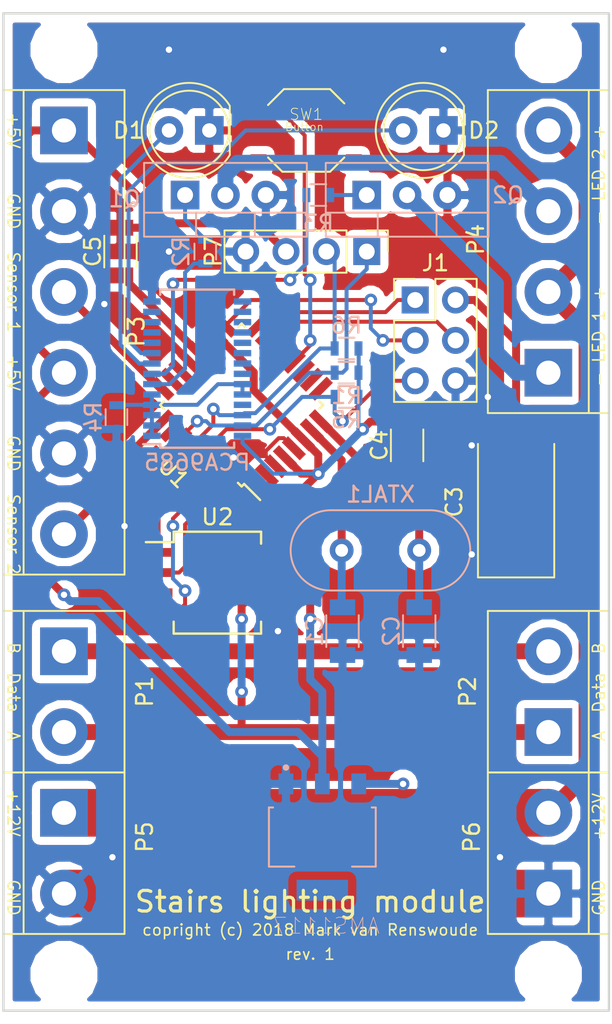
<source format=kicad_pcb>
(kicad_pcb (version 20171130) (host pcbnew "(5.0.1)-3")

  (general
    (thickness 1.6)
    (drawings 21)
    (tracks 251)
    (zones 0)
    (modules 33)
    (nets 30)
  )

  (page A4)
  (title_block
    (title "Stairs submodule")
    (date 2018-09-03)
    (rev 1)
    (company "Mark van Renswoude")
  )

  (layers
    (0 F.Cu signal)
    (31 B.Cu signal)
    (32 B.Adhes user hide)
    (33 F.Adhes user hide)
    (34 B.Paste user hide)
    (35 F.Paste user hide)
    (36 B.SilkS user)
    (37 F.SilkS user)
    (38 B.Mask user hide)
    (39 F.Mask user hide)
    (40 Dwgs.User user hide)
    (41 Cmts.User user hide)
    (42 Eco1.User user hide)
    (43 Eco2.User user hide)
    (44 Edge.Cuts user)
    (45 Margin user hide)
    (46 B.CrtYd user hide)
    (47 F.CrtYd user hide)
    (48 B.Fab user hide)
    (49 F.Fab user hide)
  )

  (setup
    (last_trace_width 0.25)
    (user_trace_width 0.5)
    (user_trace_width 1)
    (user_trace_width 3)
    (trace_clearance 0.2)
    (zone_clearance 0.508)
    (zone_45_only no)
    (trace_min 0.2)
    (segment_width 0.2)
    (edge_width 0.15)
    (via_size 0.8)
    (via_drill 0.4)
    (via_min_size 0.4)
    (via_min_drill 0.3)
    (uvia_size 0.3)
    (uvia_drill 0.1)
    (uvias_allowed no)
    (uvia_min_size 0.2)
    (uvia_min_drill 0.1)
    (pcb_text_width 0.3)
    (pcb_text_size 1.5 1.5)
    (mod_edge_width 0.15)
    (mod_text_size 1 1)
    (mod_text_width 0.15)
    (pad_size 3.2 3.2)
    (pad_drill 3.2)
    (pad_to_mask_clearance 0.2)
    (solder_mask_min_width 0.25)
    (aux_axis_origin 118.11 93.472)
    (visible_elements 7FFFFFFF)
    (pcbplotparams
      (layerselection 0x010f0_ffffffff)
      (usegerberextensions false)
      (usegerberattributes true)
      (usegerberadvancedattributes false)
      (creategerberjobfile false)
      (excludeedgelayer false)
      (linewidth 0.100000)
      (plotframeref false)
      (viasonmask false)
      (mode 1)
      (useauxorigin true)
      (hpglpennumber 1)
      (hpglpenspeed 20)
      (hpglpendiameter 15.000000)
      (psnegative false)
      (psa4output false)
      (plotreference true)
      (plotvalue true)
      (plotinvisibletext false)
      (padsonsilk true)
      (subtractmaskfromsilk false)
      (outputformat 1)
      (mirror false)
      (drillshape 0)
      (scaleselection 1)
      (outputdirectory ""))
  )

  (net 0 "")
  (net 1 GND)
  (net 2 +5V)
  (net 3 +12V)
  (net 4 "Net-(C1-Pad1)")
  (net 5 "Net-(C2-Pad1)")
  (net 6 "Net-(P1-Pad2)")
  (net 7 "Net-(P1-Pad1)")
  (net 8 /PD)
  (net 9 "Net-(PCA9685-Pad7)")
  (net 10 "Net-(PCA9685-Pad6)")
  (net 11 "Net-(Q1-Pad1)")
  (net 12 "Net-(Q2-Pad1)")
  (net 13 MOSI)
  (net 14 RST)
  (net 15 SCK)
  (net 16 MISO)
  (net 17 "Net-(P4-Pad1)")
  (net 18 "Net-(P4-Pad3)")
  (net 19 "Net-(SW1-Pad1)")
  (net 20 "Net-(C5-Pad1)")
  (net 21 "Net-(U1-Pad31)")
  (net 22 "Net-(U1-Pad30)")
  (net 23 "Net-(U1-Pad32)")
  (net 24 "Net-(D1-Pad2)")
  (net 25 "Net-(D2-Pad2)")
  (net 26 "Net-(P3-Pad6)")
  (net 27 "Net-(P3-Pad3)")
  (net 28 SCL)
  (net 29 SDA)

  (net_class Default "This is the default net class."
    (clearance 0.2)
    (trace_width 0.25)
    (via_dia 0.8)
    (via_drill 0.4)
    (uvia_dia 0.3)
    (uvia_drill 0.1)
    (add_net /PD)
    (add_net GND)
    (add_net MISO)
    (add_net MOSI)
    (add_net "Net-(C1-Pad1)")
    (add_net "Net-(C2-Pad1)")
    (add_net "Net-(C5-Pad1)")
    (add_net "Net-(D1-Pad2)")
    (add_net "Net-(D2-Pad2)")
    (add_net "Net-(P1-Pad1)")
    (add_net "Net-(P1-Pad2)")
    (add_net "Net-(P3-Pad3)")
    (add_net "Net-(P3-Pad6)")
    (add_net "Net-(P4-Pad1)")
    (add_net "Net-(P4-Pad3)")
    (add_net "Net-(PCA9685-Pad6)")
    (add_net "Net-(PCA9685-Pad7)")
    (add_net "Net-(Q1-Pad1)")
    (add_net "Net-(Q2-Pad1)")
    (add_net "Net-(SW1-Pad1)")
    (add_net "Net-(U1-Pad30)")
    (add_net "Net-(U1-Pad31)")
    (add_net "Net-(U1-Pad32)")
    (add_net RST)
    (add_net SCK)
    (add_net SCL)
    (add_net SDA)
  )

  (net_class +5V ""
    (clearance 0.2)
    (trace_width 0.25)
    (via_dia 0.8)
    (via_drill 0.4)
    (uvia_dia 0.3)
    (uvia_drill 0.1)
    (add_net +5V)
  )

  (net_class POWAH ""
    (clearance 0.4)
    (trace_width 1)
    (via_dia 0.8)
    (via_drill 0.4)
    (uvia_dia 0.3)
    (uvia_drill 0.1)
    (add_net +12V)
  )

  (module Mounting_Holes:MountingHole_3.2mm_M3_ISO7380 (layer F.Cu) (tedit 5BFA87CA) (tstamp 5BFAC35E)
    (at 121.92 91.186)
    (descr "Mounting Hole 3.2mm, no annular, M3, ISO7380")
    (tags "mounting hole 3.2mm no annular m3 iso7380")
    (attr virtual)
    (fp_text reference REF** (at 0 -3.85) (layer F.SilkS) hide
      (effects (font (size 1 1) (thickness 0.15)))
    )
    (fp_text value MountingHole_3.2mm_M3_ISO7380 (at 0 3.85) (layer F.Fab)
      (effects (font (size 1 1) (thickness 0.15)))
    )
    (fp_circle (center 0 0) (end 3.1 0) (layer F.CrtYd) (width 0.05))
    (fp_circle (center 0 0) (end 2.85 0) (layer Cmts.User) (width 0.15))
    (fp_text user %R (at 0.3 0) (layer F.Fab)
      (effects (font (size 1 1) (thickness 0.15)))
    )
    (pad 1 np_thru_hole circle (at 0 0) (size 3.2 3.2) (drill 3.2) (layers *.Cu *.Mask))
  )

  (module Mounting_Holes:MountingHole_3.2mm_M3_ISO7380 (layer F.Cu) (tedit 5BFA87CD) (tstamp 5BFAC357)
    (at 152.4 91.186)
    (descr "Mounting Hole 3.2mm, no annular, M3, ISO7380")
    (tags "mounting hole 3.2mm no annular m3 iso7380")
    (attr virtual)
    (fp_text reference REF** (at 0 -3.85) (layer F.SilkS) hide
      (effects (font (size 1 1) (thickness 0.15)))
    )
    (fp_text value MountingHole_3.2mm_M3_ISO7380 (at 0 3.85) (layer F.Fab)
      (effects (font (size 1 1) (thickness 0.15)))
    )
    (fp_text user %R (at 0.3 0) (layer F.Fab)
      (effects (font (size 1 1) (thickness 0.15)))
    )
    (fp_circle (center 0 0) (end 2.85 0) (layer Cmts.User) (width 0.15))
    (fp_circle (center 0 0) (end 3.1 0) (layer F.CrtYd) (width 0.05))
    (pad 1 np_thru_hole circle (at 0 0) (size 3.2 3.2) (drill 3.2) (layers *.Cu *.Mask))
  )

  (module Mounting_Holes:MountingHole_3.2mm_M3_ISO7380 (layer F.Cu) (tedit 5BFA87CD) (tstamp 5BFAC321)
    (at 152.4 33.02)
    (descr "Mounting Hole 3.2mm, no annular, M3, ISO7380")
    (tags "mounting hole 3.2mm no annular m3 iso7380")
    (attr virtual)
    (fp_text reference REF** (at 0 -3.85) (layer F.SilkS) hide
      (effects (font (size 1 1) (thickness 0.15)))
    )
    (fp_text value MountingHole_3.2mm_M3_ISO7380 (at 0 3.85) (layer F.Fab)
      (effects (font (size 1 1) (thickness 0.15)))
    )
    (fp_circle (center 0 0) (end 3.1 0) (layer F.CrtYd) (width 0.05))
    (fp_circle (center 0 0) (end 2.85 0) (layer Cmts.User) (width 0.15))
    (fp_text user %R (at 0.3 0) (layer F.Fab)
      (effects (font (size 1 1) (thickness 0.15)))
    )
    (pad 1 np_thru_hole circle (at 0 0) (size 3.2 3.2) (drill 3.2) (layers *.Cu *.Mask))
  )

  (module TO_SOT_Packages_THT:TO-220-3_Vertical (layer B.Cu) (tedit 58CE52AD) (tstamp 5BF960B4)
    (at 129.54 42.164)
    (descr "TO-220-3, Vertical, RM 2.54mm")
    (tags "TO-220-3 Vertical RM 2.54mm")
    (path /5B8C8EA8)
    (fp_text reference Q1 (at -3.81 0.254) (layer B.SilkS)
      (effects (font (size 1 1) (thickness 0.15)) (justify mirror))
    )
    (fp_text value IRLB8721PBF (at 2.54 -3.92) (layer B.Fab)
      (effects (font (size 1 1) (thickness 0.15)) (justify mirror))
    )
    (fp_text user %R (at 2.54 3.62) (layer B.Fab)
      (effects (font (size 1 1) (thickness 0.15)) (justify mirror))
    )
    (fp_line (start -2.46 2.5) (end -2.46 -1.9) (layer B.Fab) (width 0.1))
    (fp_line (start -2.46 -1.9) (end 7.54 -1.9) (layer B.Fab) (width 0.1))
    (fp_line (start 7.54 -1.9) (end 7.54 2.5) (layer B.Fab) (width 0.1))
    (fp_line (start 7.54 2.5) (end -2.46 2.5) (layer B.Fab) (width 0.1))
    (fp_line (start -2.46 1.23) (end 7.54 1.23) (layer B.Fab) (width 0.1))
    (fp_line (start 0.69 2.5) (end 0.69 1.23) (layer B.Fab) (width 0.1))
    (fp_line (start 4.39 2.5) (end 4.39 1.23) (layer B.Fab) (width 0.1))
    (fp_line (start -2.58 2.62) (end 7.66 2.62) (layer B.SilkS) (width 0.12))
    (fp_line (start -2.58 -2.021) (end 7.66 -2.021) (layer B.SilkS) (width 0.12))
    (fp_line (start -2.58 2.62) (end -2.58 -2.021) (layer B.SilkS) (width 0.12))
    (fp_line (start 7.66 2.62) (end 7.66 -2.021) (layer B.SilkS) (width 0.12))
    (fp_line (start -2.58 1.11) (end 7.66 1.11) (layer B.SilkS) (width 0.12))
    (fp_line (start 0.69 2.62) (end 0.69 1.11) (layer B.SilkS) (width 0.12))
    (fp_line (start 4.391 2.62) (end 4.391 1.11) (layer B.SilkS) (width 0.12))
    (fp_line (start -2.71 2.75) (end -2.71 -2.16) (layer B.CrtYd) (width 0.05))
    (fp_line (start -2.71 -2.16) (end 7.79 -2.16) (layer B.CrtYd) (width 0.05))
    (fp_line (start 7.79 -2.16) (end 7.79 2.75) (layer B.CrtYd) (width 0.05))
    (fp_line (start 7.79 2.75) (end -2.71 2.75) (layer B.CrtYd) (width 0.05))
    (pad 1 thru_hole rect (at 0 0) (size 1.8 1.8) (drill 1) (layers *.Cu *.Mask)
      (net 11 "Net-(Q1-Pad1)"))
    (pad 2 thru_hole oval (at 2.54 0) (size 1.8 1.8) (drill 1) (layers *.Cu *.Mask)
      (net 18 "Net-(P4-Pad3)"))
    (pad 3 thru_hole oval (at 5.08 0) (size 1.8 1.8) (drill 1) (layers *.Cu *.Mask)
      (net 1 GND))
    (model ${KISYS3DMOD}/Package_TO_SOT_THT.3dshapes/TO-220-3_Horizontal_TabDown.wrl
      (offset (xyz 0 0 3.5))
      (scale (xyz 1 1 1))
      (rotate (xyz 0 0 0))
    )
  )

  (module TO_SOT_Packages_THT:TO-220-3_Vertical (layer B.Cu) (tedit 58CE52AD) (tstamp 5BF960D2)
    (at 140.97 42.164)
    (descr "TO-220-3, Vertical, RM 2.54mm")
    (tags "TO-220-3 Vertical RM 2.54mm")
    (path /5B8CB00E)
    (fp_text reference Q2 (at 8.89 0) (layer B.SilkS)
      (effects (font (size 1 1) (thickness 0.15)) (justify mirror))
    )
    (fp_text value IRLB8721PBF (at 2.54 -3.92) (layer B.Fab)
      (effects (font (size 1 1) (thickness 0.15)) (justify mirror))
    )
    (fp_text user %R (at 2.54 3.62) (layer B.Fab)
      (effects (font (size 1 1) (thickness 0.15)) (justify mirror))
    )
    (fp_line (start -2.46 2.5) (end -2.46 -1.9) (layer B.Fab) (width 0.1))
    (fp_line (start -2.46 -1.9) (end 7.54 -1.9) (layer B.Fab) (width 0.1))
    (fp_line (start 7.54 -1.9) (end 7.54 2.5) (layer B.Fab) (width 0.1))
    (fp_line (start 7.54 2.5) (end -2.46 2.5) (layer B.Fab) (width 0.1))
    (fp_line (start -2.46 1.23) (end 7.54 1.23) (layer B.Fab) (width 0.1))
    (fp_line (start 0.69 2.5) (end 0.69 1.23) (layer B.Fab) (width 0.1))
    (fp_line (start 4.39 2.5) (end 4.39 1.23) (layer B.Fab) (width 0.1))
    (fp_line (start -2.58 2.62) (end 7.66 2.62) (layer B.SilkS) (width 0.12))
    (fp_line (start -2.58 -2.021) (end 7.66 -2.021) (layer B.SilkS) (width 0.12))
    (fp_line (start -2.58 2.62) (end -2.58 -2.021) (layer B.SilkS) (width 0.12))
    (fp_line (start 7.66 2.62) (end 7.66 -2.021) (layer B.SilkS) (width 0.12))
    (fp_line (start -2.58 1.11) (end 7.66 1.11) (layer B.SilkS) (width 0.12))
    (fp_line (start 0.69 2.62) (end 0.69 1.11) (layer B.SilkS) (width 0.12))
    (fp_line (start 4.391 2.62) (end 4.391 1.11) (layer B.SilkS) (width 0.12))
    (fp_line (start -2.71 2.75) (end -2.71 -2.16) (layer B.CrtYd) (width 0.05))
    (fp_line (start -2.71 -2.16) (end 7.79 -2.16) (layer B.CrtYd) (width 0.05))
    (fp_line (start 7.79 -2.16) (end 7.79 2.75) (layer B.CrtYd) (width 0.05))
    (fp_line (start 7.79 2.75) (end -2.71 2.75) (layer B.CrtYd) (width 0.05))
    (pad 1 thru_hole rect (at 0 0) (size 1.8 1.8) (drill 1) (layers *.Cu *.Mask)
      (net 12 "Net-(Q2-Pad1)"))
    (pad 2 thru_hole oval (at 2.54 0) (size 1.8 1.8) (drill 1) (layers *.Cu *.Mask)
      (net 17 "Net-(P4-Pad1)"))
    (pad 3 thru_hole oval (at 5.08 0) (size 1.8 1.8) (drill 1) (layers *.Cu *.Mask)
      (net 1 GND))
    (model ${KISYS3DMOD}/Package_TO_SOT_THT.3dshapes/TO-220-3_Horizontal_TabDown.wrl
      (offset (xyz 0 0 3.5))
      (scale (xyz 1 1 1))
      (rotate (xyz 0 0 0))
    )
  )

  (module AMS1117-5.0:SOT229P700X180-4N (layer B.Cu) (tedit 5BFA8449) (tstamp 5BF92A2B)
    (at 138.176 82.55)
    (path /5B8AFB24)
    (attr smd)
    (fp_text reference AMS1117 (at 0.254 5.588 180) (layer B.SilkS)
      (effects (font (size 1.00211 1.00211) (thickness 0.05)) (justify mirror))
    )
    (fp_text value AMS1117-5 (at -0.516467 -5.54073) (layer B.SilkS) hide
      (effects (font (size 1.00285 1.00285) (thickness 0.05)) (justify mirror))
    )
    (fp_line (start -3.36 -1.86) (end -3.36 1.86) (layer Dwgs.User) (width 0.127))
    (fp_line (start -3.36 1.86) (end 3.36 1.86) (layer Dwgs.User) (width 0.127))
    (fp_line (start 3.36 1.86) (end 3.36 -1.86) (layer Dwgs.User) (width 0.127))
    (fp_line (start 3.36 -1.86) (end -3.36 -1.86) (layer Dwgs.User) (width 0.127))
    (fp_line (start -3.36 -1.86) (end -3.36 1.86) (layer B.SilkS) (width 0.127))
    (fp_line (start 3.36 -1.86) (end 3.36 1.86) (layer B.SilkS) (width 0.127))
    (fp_line (start -3.36 -1.86) (end -3.1 -1.86) (layer B.SilkS) (width 0.127))
    (fp_line (start 3.11 -1.86) (end 3.36 -1.86) (layer B.SilkS) (width 0.127))
    (fp_line (start 3.36 1.86) (end 1.87 1.86) (layer B.SilkS) (width 0.127))
    (fp_line (start -1.76 1.86) (end -3.36 1.86) (layer B.SilkS) (width 0.127))
    (fp_circle (center -2.29 -4.373) (end -2.19 -4.373) (layer B.SilkS) (width 0.2))
    (fp_line (start -3.61 2.11) (end -3.61 -2.11) (layer Eco1.User) (width 0.05))
    (fp_line (start -3.61 -2.11) (end -3.01 -2.11) (layer Eco1.User) (width 0.05))
    (fp_line (start -3.01 -2.11) (end -3.01 -4.25) (layer Eco1.User) (width 0.05))
    (fp_line (start -3.01 -4.25) (end 3.01 -4.25) (layer Eco1.User) (width 0.05))
    (fp_line (start 3.01 -4.25) (end 3.01 -2.11) (layer Eco1.User) (width 0.05))
    (fp_line (start 3.01 -2.11) (end 3.61 -2.11) (layer Eco1.User) (width 0.05))
    (fp_line (start 3.61 -2.11) (end 3.61 2.11) (layer Eco1.User) (width 0.05))
    (fp_line (start 3.61 2.11) (end 1.87 2.11) (layer Eco1.User) (width 0.05))
    (fp_line (start 1.87 2.11) (end 1.87 4.25) (layer Eco1.User) (width 0.05))
    (fp_line (start 1.87 4.25) (end -1.87 4.25) (layer Eco1.User) (width 0.05))
    (fp_line (start -1.87 4.25) (end -1.87 2.11) (layer Eco1.User) (width 0.05))
    (fp_line (start -1.87 2.11) (end -3.61 2.11) (layer Eco1.User) (width 0.05))
    (pad 1 smd rect (at -2.29 -3.345) (size 0.93 1.31) (layers B.Cu B.Paste B.Mask)
      (net 1 GND))
    (pad 2 smd rect (at 0 -3.345) (size 0.93 1.31) (layers B.Cu B.Paste B.Mask)
      (net 2 +5V))
    (pad 3 smd rect (at 2.29 -3.345) (size 0.93 1.31) (layers B.Cu B.Paste B.Mask)
      (net 3 +12V))
    (pad 4 smd rect (at 0 3.345) (size 3.24 1.31) (layers B.Cu B.Paste B.Mask))
    (model ${KISYS3DMOD}/Package_TO_SOT_SMD.3dshapes/SOT-223.wrl
      (at (xyz 0 0 0))
      (scale (xyz 1 1 1))
      (rotate (xyz 0 0 -90))
    )
  )

  (module Capacitors_SMD:C_1206 (layer B.Cu) (tedit 58AA84B8) (tstamp 5BF92A3C)
    (at 139.446 69.596 270)
    (descr "Capacitor SMD 1206, reflow soldering, AVX (see smccp.pdf)")
    (tags "capacitor 1206")
    (path /5B8B9824)
    (attr smd)
    (fp_text reference C1 (at 0 1.75 270) (layer B.SilkS)
      (effects (font (size 1 1) (thickness 0.15)) (justify mirror))
    )
    (fp_text value 33pF (at 0 -2 270) (layer B.Fab)
      (effects (font (size 1 1) (thickness 0.15)) (justify mirror))
    )
    (fp_line (start 2.25 -1.05) (end -2.25 -1.05) (layer B.CrtYd) (width 0.05))
    (fp_line (start 2.25 -1.05) (end 2.25 1.05) (layer B.CrtYd) (width 0.05))
    (fp_line (start -2.25 1.05) (end -2.25 -1.05) (layer B.CrtYd) (width 0.05))
    (fp_line (start -2.25 1.05) (end 2.25 1.05) (layer B.CrtYd) (width 0.05))
    (fp_line (start -1 -1.02) (end 1 -1.02) (layer B.SilkS) (width 0.12))
    (fp_line (start 1 1.02) (end -1 1.02) (layer B.SilkS) (width 0.12))
    (fp_line (start -1.6 0.8) (end 1.6 0.8) (layer B.Fab) (width 0.1))
    (fp_line (start 1.6 0.8) (end 1.6 -0.8) (layer B.Fab) (width 0.1))
    (fp_line (start 1.6 -0.8) (end -1.6 -0.8) (layer B.Fab) (width 0.1))
    (fp_line (start -1.6 -0.8) (end -1.6 0.8) (layer B.Fab) (width 0.1))
    (fp_text user %R (at 0 1.75 270) (layer B.Fab)
      (effects (font (size 1 1) (thickness 0.15)) (justify mirror))
    )
    (pad 2 smd rect (at 1.5 0 270) (size 1 1.6) (layers B.Cu B.Paste B.Mask)
      (net 1 GND))
    (pad 1 smd rect (at -1.5 0 270) (size 1 1.6) (layers B.Cu B.Paste B.Mask)
      (net 4 "Net-(C1-Pad1)"))
    (model ${KISYS3DMOD}/Capacitor_SMD.3dshapes/C_1206_3216Metric.wrl
      (at (xyz 0 0 0))
      (scale (xyz 1 1 1))
      (rotate (xyz 0 0 0))
    )
  )

  (module Capacitors_SMD:C_1206 (layer B.Cu) (tedit 58AA84B8) (tstamp 5BF92A4D)
    (at 144.272 69.596 270)
    (descr "Capacitor SMD 1206, reflow soldering, AVX (see smccp.pdf)")
    (tags "capacitor 1206")
    (path /5B8B93C9)
    (attr smd)
    (fp_text reference C2 (at 0 1.75 270) (layer B.SilkS)
      (effects (font (size 1 1) (thickness 0.15)) (justify mirror))
    )
    (fp_text value 33pF (at 0 -2 270) (layer B.Fab)
      (effects (font (size 1 1) (thickness 0.15)) (justify mirror))
    )
    (fp_text user %R (at 0 1.75 270) (layer B.Fab)
      (effects (font (size 1 1) (thickness 0.15)) (justify mirror))
    )
    (fp_line (start -1.6 -0.8) (end -1.6 0.8) (layer B.Fab) (width 0.1))
    (fp_line (start 1.6 -0.8) (end -1.6 -0.8) (layer B.Fab) (width 0.1))
    (fp_line (start 1.6 0.8) (end 1.6 -0.8) (layer B.Fab) (width 0.1))
    (fp_line (start -1.6 0.8) (end 1.6 0.8) (layer B.Fab) (width 0.1))
    (fp_line (start 1 1.02) (end -1 1.02) (layer B.SilkS) (width 0.12))
    (fp_line (start -1 -1.02) (end 1 -1.02) (layer B.SilkS) (width 0.12))
    (fp_line (start -2.25 1.05) (end 2.25 1.05) (layer B.CrtYd) (width 0.05))
    (fp_line (start -2.25 1.05) (end -2.25 -1.05) (layer B.CrtYd) (width 0.05))
    (fp_line (start 2.25 -1.05) (end 2.25 1.05) (layer B.CrtYd) (width 0.05))
    (fp_line (start 2.25 -1.05) (end -2.25 -1.05) (layer B.CrtYd) (width 0.05))
    (pad 1 smd rect (at -1.5 0 270) (size 1 1.6) (layers B.Cu B.Paste B.Mask)
      (net 5 "Net-(C2-Pad1)"))
    (pad 2 smd rect (at 1.5 0 270) (size 1 1.6) (layers B.Cu B.Paste B.Mask)
      (net 1 GND))
    (model ${KISYS3DMOD}/Capacitor_SMD.3dshapes/C_1206_3216Metric.wrl
      (at (xyz 0 0 0))
      (scale (xyz 1 1 1))
      (rotate (xyz 0 0 0))
    )
  )

  (module Capacitors_Tantalum_SMD:CP_Tantalum_Case-D_EIA-7343-31_Reflow (layer F.Cu) (tedit 58CC8C08) (tstamp 5BF92A61)
    (at 150.368 61.468 90)
    (descr "Tantalum capacitor, Case D, EIA 7343-31, 7.3x4.3x2.8mm, Reflow soldering footprint")
    (tags "capacitor tantalum smd")
    (path /5B8B090B)
    (attr smd)
    (fp_text reference C3 (at 0 -3.9 90) (layer F.SilkS)
      (effects (font (size 1 1) (thickness 0.15)))
    )
    (fp_text value 10µF (at 0 3.9 90) (layer F.Fab)
      (effects (font (size 1 1) (thickness 0.15)))
    )
    (fp_line (start -4.75 -2.4) (end -4.75 2.4) (layer F.SilkS) (width 0.12))
    (fp_line (start -4.75 2.4) (end 3.65 2.4) (layer F.SilkS) (width 0.12))
    (fp_line (start -4.75 -2.4) (end 3.65 -2.4) (layer F.SilkS) (width 0.12))
    (fp_line (start -2.555 -2.15) (end -2.555 2.15) (layer F.Fab) (width 0.1))
    (fp_line (start -2.92 -2.15) (end -2.92 2.15) (layer F.Fab) (width 0.1))
    (fp_line (start 3.65 -2.15) (end -3.65 -2.15) (layer F.Fab) (width 0.1))
    (fp_line (start 3.65 2.15) (end 3.65 -2.15) (layer F.Fab) (width 0.1))
    (fp_line (start -3.65 2.15) (end 3.65 2.15) (layer F.Fab) (width 0.1))
    (fp_line (start -3.65 -2.15) (end -3.65 2.15) (layer F.Fab) (width 0.1))
    (fp_line (start 4.85 -2.5) (end -4.85 -2.5) (layer F.CrtYd) (width 0.05))
    (fp_line (start 4.85 2.5) (end 4.85 -2.5) (layer F.CrtYd) (width 0.05))
    (fp_line (start -4.85 2.5) (end 4.85 2.5) (layer F.CrtYd) (width 0.05))
    (fp_line (start -4.85 -2.5) (end -4.85 2.5) (layer F.CrtYd) (width 0.05))
    (fp_text user %R (at 0 0 90) (layer F.Fab)
      (effects (font (size 1 1) (thickness 0.15)))
    )
    (pad 2 smd rect (at 3.175 0 90) (size 2.55 2.7) (layers F.Cu F.Paste F.Mask)
      (net 2 +5V))
    (pad 1 smd rect (at -3.175 0 90) (size 2.55 2.7) (layers F.Cu F.Paste F.Mask)
      (net 1 GND))
    (model ${KISYS3DMOD}/Capacitor_Tantalum_SMD.3dshapes/CP_EIA-7343-20_Kemet-V.wrl
      (at (xyz 0 0 0))
      (scale (xyz 1 1 1))
      (rotate (xyz 0 0 0))
    )
  )

  (module Capacitors_SMD:C_1206 (layer F.Cu) (tedit 58AA84B8) (tstamp 5BF92A72)
    (at 143.51 57.912 90)
    (descr "Capacitor SMD 1206, reflow soldering, AVX (see smccp.pdf)")
    (tags "capacitor 1206")
    (path /5B8B1267)
    (attr smd)
    (fp_text reference C4 (at 0 -1.75 90) (layer F.SilkS)
      (effects (font (size 1 1) (thickness 0.15)))
    )
    (fp_text value 100nF (at 0 2 90) (layer F.Fab)
      (effects (font (size 1 1) (thickness 0.15)))
    )
    (fp_line (start 2.25 1.05) (end -2.25 1.05) (layer F.CrtYd) (width 0.05))
    (fp_line (start 2.25 1.05) (end 2.25 -1.05) (layer F.CrtYd) (width 0.05))
    (fp_line (start -2.25 -1.05) (end -2.25 1.05) (layer F.CrtYd) (width 0.05))
    (fp_line (start -2.25 -1.05) (end 2.25 -1.05) (layer F.CrtYd) (width 0.05))
    (fp_line (start -1 1.02) (end 1 1.02) (layer F.SilkS) (width 0.12))
    (fp_line (start 1 -1.02) (end -1 -1.02) (layer F.SilkS) (width 0.12))
    (fp_line (start -1.6 -0.8) (end 1.6 -0.8) (layer F.Fab) (width 0.1))
    (fp_line (start 1.6 -0.8) (end 1.6 0.8) (layer F.Fab) (width 0.1))
    (fp_line (start 1.6 0.8) (end -1.6 0.8) (layer F.Fab) (width 0.1))
    (fp_line (start -1.6 0.8) (end -1.6 -0.8) (layer F.Fab) (width 0.1))
    (fp_text user %R (at 0 -1.75 90) (layer F.Fab)
      (effects (font (size 1 1) (thickness 0.15)))
    )
    (pad 2 smd rect (at 1.5 0 90) (size 1 1.6) (layers F.Cu F.Paste F.Mask)
      (net 2 +5V))
    (pad 1 smd rect (at -1.5 0 90) (size 1 1.6) (layers F.Cu F.Paste F.Mask)
      (net 1 GND))
    (model ${KISYS3DMOD}/Capacitor_SMD.3dshapes/C_1206_3216Metric.wrl
      (at (xyz 0 0 0))
      (scale (xyz 1 1 1))
      (rotate (xyz 0 0 0))
    )
  )

  (module Capacitors_SMD:C_1206 (layer F.Cu) (tedit 58AA84B8) (tstamp 5BF92A83)
    (at 125.476 45.72 90)
    (descr "Capacitor SMD 1206, reflow soldering, AVX (see smccp.pdf)")
    (tags "capacitor 1206")
    (path /5C0DFCEB)
    (attr smd)
    (fp_text reference C5 (at 0 -1.75 90) (layer F.SilkS)
      (effects (font (size 1 1) (thickness 0.15)))
    )
    (fp_text value 100nF (at 0 2 90) (layer F.Fab)
      (effects (font (size 1 1) (thickness 0.15)))
    )
    (fp_text user %R (at 0 -1.75 90) (layer F.Fab)
      (effects (font (size 1 1) (thickness 0.15)))
    )
    (fp_line (start -1.6 0.8) (end -1.6 -0.8) (layer F.Fab) (width 0.1))
    (fp_line (start 1.6 0.8) (end -1.6 0.8) (layer F.Fab) (width 0.1))
    (fp_line (start 1.6 -0.8) (end 1.6 0.8) (layer F.Fab) (width 0.1))
    (fp_line (start -1.6 -0.8) (end 1.6 -0.8) (layer F.Fab) (width 0.1))
    (fp_line (start 1 -1.02) (end -1 -1.02) (layer F.SilkS) (width 0.12))
    (fp_line (start -1 1.02) (end 1 1.02) (layer F.SilkS) (width 0.12))
    (fp_line (start -2.25 -1.05) (end 2.25 -1.05) (layer F.CrtYd) (width 0.05))
    (fp_line (start -2.25 -1.05) (end -2.25 1.05) (layer F.CrtYd) (width 0.05))
    (fp_line (start 2.25 1.05) (end 2.25 -1.05) (layer F.CrtYd) (width 0.05))
    (fp_line (start 2.25 1.05) (end -2.25 1.05) (layer F.CrtYd) (width 0.05))
    (pad 1 smd rect (at -1.5 0 90) (size 1 1.6) (layers F.Cu F.Paste F.Mask)
      (net 20 "Net-(C5-Pad1)"))
    (pad 2 smd rect (at 1.5 0 90) (size 1 1.6) (layers F.Cu F.Paste F.Mask)
      (net 1 GND))
    (model ${KISYS3DMOD}/Capacitor_SMD.3dshapes/C_1206_3216Metric.wrl
      (at (xyz 0 0 0))
      (scale (xyz 1 1 1))
      (rotate (xyz 0 0 0))
    )
  )

  (module Pin_Headers:Pin_Header_Straight_2x03_Pitch2.54mm (layer F.Cu) (tedit 59650532) (tstamp 5BF92A9F)
    (at 144.018 48.768)
    (descr "Through hole straight pin header, 2x03, 2.54mm pitch, double rows")
    (tags "Through hole pin header THT 2x03 2.54mm double row")
    (path /5BEBD38C)
    (fp_text reference J1 (at 1.27 -2.33) (layer F.SilkS)
      (effects (font (size 1 1) (thickness 0.15)))
    )
    (fp_text value PROG (at 1.27 7.41) (layer F.Fab)
      (effects (font (size 1 1) (thickness 0.15)))
    )
    (fp_text user %R (at 1.27 2.54 90) (layer F.Fab)
      (effects (font (size 1 1) (thickness 0.15)))
    )
    (fp_line (start 4.35 -1.8) (end -1.8 -1.8) (layer F.CrtYd) (width 0.05))
    (fp_line (start 4.35 6.85) (end 4.35 -1.8) (layer F.CrtYd) (width 0.05))
    (fp_line (start -1.8 6.85) (end 4.35 6.85) (layer F.CrtYd) (width 0.05))
    (fp_line (start -1.8 -1.8) (end -1.8 6.85) (layer F.CrtYd) (width 0.05))
    (fp_line (start -1.33 -1.33) (end 0 -1.33) (layer F.SilkS) (width 0.12))
    (fp_line (start -1.33 0) (end -1.33 -1.33) (layer F.SilkS) (width 0.12))
    (fp_line (start 1.27 -1.33) (end 3.87 -1.33) (layer F.SilkS) (width 0.12))
    (fp_line (start 1.27 1.27) (end 1.27 -1.33) (layer F.SilkS) (width 0.12))
    (fp_line (start -1.33 1.27) (end 1.27 1.27) (layer F.SilkS) (width 0.12))
    (fp_line (start 3.87 -1.33) (end 3.87 6.41) (layer F.SilkS) (width 0.12))
    (fp_line (start -1.33 1.27) (end -1.33 6.41) (layer F.SilkS) (width 0.12))
    (fp_line (start -1.33 6.41) (end 3.87 6.41) (layer F.SilkS) (width 0.12))
    (fp_line (start -1.27 0) (end 0 -1.27) (layer F.Fab) (width 0.1))
    (fp_line (start -1.27 6.35) (end -1.27 0) (layer F.Fab) (width 0.1))
    (fp_line (start 3.81 6.35) (end -1.27 6.35) (layer F.Fab) (width 0.1))
    (fp_line (start 3.81 -1.27) (end 3.81 6.35) (layer F.Fab) (width 0.1))
    (fp_line (start 0 -1.27) (end 3.81 -1.27) (layer F.Fab) (width 0.1))
    (pad 6 thru_hole oval (at 2.54 5.08) (size 1.7 1.7) (drill 1) (layers *.Cu *.Mask)
      (net 1 GND))
    (pad 5 thru_hole oval (at 0 5.08) (size 1.7 1.7) (drill 1) (layers *.Cu *.Mask)
      (net 14 RST))
    (pad 4 thru_hole oval (at 2.54 2.54) (size 1.7 1.7) (drill 1) (layers *.Cu *.Mask)
      (net 13 MOSI))
    (pad 3 thru_hole oval (at 0 2.54) (size 1.7 1.7) (drill 1) (layers *.Cu *.Mask)
      (net 15 SCK))
    (pad 2 thru_hole oval (at 2.54 0) (size 1.7 1.7) (drill 1) (layers *.Cu *.Mask)
      (net 2 +5V))
    (pad 1 thru_hole rect (at 0 0) (size 1.7 1.7) (drill 1) (layers *.Cu *.Mask)
      (net 16 MISO))
    (model ${KISYS3DMOD}/Connector_PinHeader_2.54mm.3dshapes/PinHeader_2x03_P2.54mm_Vertical.wrl
      (at (xyz 0 0 0))
      (scale (xyz 1 1 1))
      (rotate (xyz 0 0 0))
    )
  )

  (module Terminal_Blocks:TerminalBlock_bornier-2_P5.08mm (layer F.Cu) (tedit 59FF03AB) (tstamp 5BF92AB4)
    (at 121.92 70.866 270)
    (descr "simple 2-pin terminal block, pitch 5.08mm, revamped version of bornier2")
    (tags "terminal block bornier2")
    (path /5B8AE987)
    (fp_text reference P1 (at 2.54 -5.08 270) (layer F.SilkS)
      (effects (font (size 1 1) (thickness 0.15)))
    )
    (fp_text value DATA_IN (at 2.54 5.08 270) (layer F.Fab)
      (effects (font (size 1 1) (thickness 0.15)))
    )
    (fp_line (start 7.79 4) (end -2.71 4) (layer F.CrtYd) (width 0.05))
    (fp_line (start 7.79 4) (end 7.79 -4) (layer F.CrtYd) (width 0.05))
    (fp_line (start -2.71 -4) (end -2.71 4) (layer F.CrtYd) (width 0.05))
    (fp_line (start -2.71 -4) (end 7.79 -4) (layer F.CrtYd) (width 0.05))
    (fp_line (start -2.54 3.81) (end 7.62 3.81) (layer F.SilkS) (width 0.12))
    (fp_line (start -2.54 -3.81) (end -2.54 3.81) (layer F.SilkS) (width 0.12))
    (fp_line (start 7.62 -3.81) (end -2.54 -3.81) (layer F.SilkS) (width 0.12))
    (fp_line (start 7.62 3.81) (end 7.62 -3.81) (layer F.SilkS) (width 0.12))
    (fp_line (start 7.62 2.54) (end -2.54 2.54) (layer F.SilkS) (width 0.12))
    (fp_line (start 7.54 -3.75) (end -2.46 -3.75) (layer F.Fab) (width 0.1))
    (fp_line (start 7.54 3.75) (end 7.54 -3.75) (layer F.Fab) (width 0.1))
    (fp_line (start -2.46 3.75) (end 7.54 3.75) (layer F.Fab) (width 0.1))
    (fp_line (start -2.46 -3.75) (end -2.46 3.75) (layer F.Fab) (width 0.1))
    (fp_line (start -2.41 2.55) (end 7.49 2.55) (layer F.Fab) (width 0.1))
    (fp_text user %R (at 2.54 0 270) (layer F.Fab)
      (effects (font (size 1 1) (thickness 0.15)))
    )
    (pad 2 thru_hole circle (at 5.08 0 270) (size 3 3) (drill 1.52) (layers *.Cu *.Mask)
      (net 6 "Net-(P1-Pad2)"))
    (pad 1 thru_hole rect (at 0 0 270) (size 3 3) (drill 1.52) (layers *.Cu *.Mask)
      (net 7 "Net-(P1-Pad1)"))
    (model ${KISYS3DMOD}/Terminal_Blocks.3dshapes/TerminalBlock_bornier-2_P5.08mm.wrl
      (offset (xyz 2.539999961853027 0 0))
      (scale (xyz 1 1 1))
      (rotate (xyz 0 0 0))
    )
  )

  (module Terminal_Blocks:TerminalBlock_bornier-2_P5.08mm (layer F.Cu) (tedit 59FF03AB) (tstamp 5BF92AC9)
    (at 152.4 75.946 90)
    (descr "simple 2-pin terminal block, pitch 5.08mm, revamped version of bornier2")
    (tags "terminal block bornier2")
    (path /5B8AE9DD)
    (fp_text reference P2 (at 2.54 -5.08 90) (layer F.SilkS)
      (effects (font (size 1 1) (thickness 0.15)))
    )
    (fp_text value DATA_OUT (at 2.54 5.08 90) (layer F.Fab)
      (effects (font (size 1 1) (thickness 0.15)))
    )
    (fp_text user %R (at 2.54 0 90) (layer F.Fab)
      (effects (font (size 1 1) (thickness 0.15)))
    )
    (fp_line (start -2.41 2.55) (end 7.49 2.55) (layer F.Fab) (width 0.1))
    (fp_line (start -2.46 -3.75) (end -2.46 3.75) (layer F.Fab) (width 0.1))
    (fp_line (start -2.46 3.75) (end 7.54 3.75) (layer F.Fab) (width 0.1))
    (fp_line (start 7.54 3.75) (end 7.54 -3.75) (layer F.Fab) (width 0.1))
    (fp_line (start 7.54 -3.75) (end -2.46 -3.75) (layer F.Fab) (width 0.1))
    (fp_line (start 7.62 2.54) (end -2.54 2.54) (layer F.SilkS) (width 0.12))
    (fp_line (start 7.62 3.81) (end 7.62 -3.81) (layer F.SilkS) (width 0.12))
    (fp_line (start 7.62 -3.81) (end -2.54 -3.81) (layer F.SilkS) (width 0.12))
    (fp_line (start -2.54 -3.81) (end -2.54 3.81) (layer F.SilkS) (width 0.12))
    (fp_line (start -2.54 3.81) (end 7.62 3.81) (layer F.SilkS) (width 0.12))
    (fp_line (start -2.71 -4) (end 7.79 -4) (layer F.CrtYd) (width 0.05))
    (fp_line (start -2.71 -4) (end -2.71 4) (layer F.CrtYd) (width 0.05))
    (fp_line (start 7.79 4) (end 7.79 -4) (layer F.CrtYd) (width 0.05))
    (fp_line (start 7.79 4) (end -2.71 4) (layer F.CrtYd) (width 0.05))
    (pad 1 thru_hole rect (at 0 0 90) (size 3 3) (drill 1.52) (layers *.Cu *.Mask)
      (net 6 "Net-(P1-Pad2)"))
    (pad 2 thru_hole circle (at 5.08 0 90) (size 3 3) (drill 1.52) (layers *.Cu *.Mask)
      (net 7 "Net-(P1-Pad1)"))
    (model ${KISYS3DMOD}/Terminal_Blocks.3dshapes/TerminalBlock_bornier-2_P5.08mm.wrl
      (offset (xyz 2.539999961853027 0 0))
      (scale (xyz 1 1 1))
      (rotate (xyz 0 0 0))
    )
  )

  (module Terminal_Blocks:TerminalBlock_bornier-6_P5.08mm (layer F.Cu) (tedit 59FF03F5) (tstamp 5BF92AE2)
    (at 121.92 38.1 270)
    (descr "simple 6pin terminal block, pitch 5.08mm, revamped version of bornier6")
    (tags "terminal block bornier6")
    (path /5B8AE6A5)
    (fp_text reference P3 (at 12.65 -4.55 270) (layer F.SilkS)
      (effects (font (size 1 1) (thickness 0.15)))
    )
    (fp_text value SENSOR (at 12.7 4.75 270) (layer F.Fab)
      (effects (font (size 1 1) (thickness 0.15)))
    )
    (fp_line (start 28.15 4) (end -2.75 4) (layer F.CrtYd) (width 0.05))
    (fp_line (start 28.15 4) (end 28.15 -4) (layer F.CrtYd) (width 0.05))
    (fp_line (start -2.75 -4) (end -2.75 4) (layer F.CrtYd) (width 0.05))
    (fp_line (start -2.75 -4) (end 28.15 -4) (layer F.CrtYd) (width 0.05))
    (fp_line (start -2.54 3.81) (end 27.94 3.81) (layer F.SilkS) (width 0.12))
    (fp_line (start -2.54 -3.81) (end 27.94 -3.81) (layer F.SilkS) (width 0.12))
    (fp_line (start -2.54 2.54) (end 27.94 2.54) (layer F.SilkS) (width 0.12))
    (fp_line (start 27.94 3.81) (end 27.94 -3.81) (layer F.SilkS) (width 0.12))
    (fp_line (start -2.54 -3.81) (end -2.54 3.81) (layer F.SilkS) (width 0.12))
    (fp_line (start 27.9 -3.75) (end -2.5 -3.75) (layer F.Fab) (width 0.1))
    (fp_line (start 27.9 3.75) (end 27.9 -3.75) (layer F.Fab) (width 0.1))
    (fp_line (start -2.5 3.75) (end 27.9 3.75) (layer F.Fab) (width 0.1))
    (fp_line (start -2.5 -3.75) (end -2.5 3.75) (layer F.Fab) (width 0.1))
    (fp_line (start -2.5 2.55) (end 27.9 2.55) (layer F.Fab) (width 0.1))
    (fp_text user %R (at 12.7 0 270) (layer F.Fab)
      (effects (font (size 1 1) (thickness 0.15)))
    )
    (pad 6 thru_hole circle (at 25.4 0 270) (size 3 3) (drill 1.52) (layers *.Cu *.Mask)
      (net 26 "Net-(P3-Pad6)"))
    (pad 5 thru_hole circle (at 20.32 0 270) (size 3 3) (drill 1.52) (layers *.Cu *.Mask)
      (net 1 GND))
    (pad 4 thru_hole circle (at 15.24 0 270) (size 3 3) (drill 1.52) (layers *.Cu *.Mask)
      (net 2 +5V))
    (pad 1 thru_hole rect (at 0 0 270) (size 3 3) (drill 1.52) (layers *.Cu *.Mask)
      (net 2 +5V))
    (pad 3 thru_hole circle (at 10.16 0 270) (size 3 3) (drill 1.52) (layers *.Cu *.Mask)
      (net 27 "Net-(P3-Pad3)"))
    (pad 2 thru_hole circle (at 5.08 0 270) (size 3 3) (drill 1.52) (layers *.Cu *.Mask)
      (net 1 GND))
    (model ${KISYS3DMOD}/Terminal_Blocks.3dshapes/TerminalBlock_bornier-6_P5.08mm.wrl
      (offset (xyz 12.69999980926514 0 0))
      (scale (xyz 1 1 1))
      (rotate (xyz 0 0 0))
    )
  )

  (module Terminal_Blocks:TerminalBlock_bornier-4_P5.08mm (layer F.Cu) (tedit 59FF03D1) (tstamp 5BF92AFA)
    (at 152.4 53.34 90)
    (descr "simple 4-pin terminal block, pitch 5.08mm, revamped version of bornier4")
    (tags "terminal block bornier4")
    (path /5B8CBF27)
    (fp_text reference P4 (at 8.382 -4.572 90) (layer F.SilkS)
      (effects (font (size 1 1) (thickness 0.15)))
    )
    (fp_text value LED (at 7.6 4.75 90) (layer F.Fab)
      (effects (font (size 1 1) (thickness 0.15)))
    )
    (fp_line (start 17.97 4) (end -2.73 4) (layer F.CrtYd) (width 0.05))
    (fp_line (start 17.97 4) (end 17.97 -4) (layer F.CrtYd) (width 0.05))
    (fp_line (start -2.73 -4) (end -2.73 4) (layer F.CrtYd) (width 0.05))
    (fp_line (start -2.73 -4) (end 17.97 -4) (layer F.CrtYd) (width 0.05))
    (fp_line (start -2.54 3.81) (end 17.78 3.81) (layer F.SilkS) (width 0.12))
    (fp_line (start -2.54 -3.81) (end 17.78 -3.81) (layer F.SilkS) (width 0.12))
    (fp_line (start 17.78 2.54) (end -2.54 2.54) (layer F.SilkS) (width 0.12))
    (fp_line (start 17.78 3.81) (end 17.78 -3.81) (layer F.SilkS) (width 0.12))
    (fp_line (start -2.54 -3.81) (end -2.54 3.81) (layer F.SilkS) (width 0.12))
    (fp_line (start 17.72 3.75) (end -2.43 3.75) (layer F.Fab) (width 0.1))
    (fp_line (start 17.72 -3.75) (end 17.72 3.75) (layer F.Fab) (width 0.1))
    (fp_line (start -2.48 -3.75) (end 17.72 -3.75) (layer F.Fab) (width 0.1))
    (fp_line (start -2.48 3.75) (end -2.48 -3.75) (layer F.Fab) (width 0.1))
    (fp_line (start -2.43 3.75) (end -2.48 3.75) (layer F.Fab) (width 0.1))
    (fp_line (start -2.48 2.55) (end 17.72 2.55) (layer F.Fab) (width 0.1))
    (fp_text user %R (at 7.62 0 90) (layer F.Fab)
      (effects (font (size 1 1) (thickness 0.15)))
    )
    (pad 4 thru_hole circle (at 15.24 0 90) (size 3 3) (drill 1.52) (layers *.Cu *.Mask)
      (net 3 +12V))
    (pad 1 thru_hole rect (at 0 0 90) (size 3 3) (drill 1.52) (layers *.Cu *.Mask)
      (net 17 "Net-(P4-Pad1)"))
    (pad 3 thru_hole circle (at 10.16 0 90) (size 3 3) (drill 1.52) (layers *.Cu *.Mask)
      (net 18 "Net-(P4-Pad3)"))
    (pad 2 thru_hole circle (at 5.08 0 90) (size 3 3) (drill 1.52) (layers *.Cu *.Mask)
      (net 3 +12V))
    (model ${KISYS3DMOD}/Terminal_Blocks.3dshapes/TerminalBlock_bornier-4_P5.08mm.wrl
      (offset (xyz 7.619999885559082 0 0))
      (scale (xyz 1 1 1))
      (rotate (xyz 0 0 0))
    )
  )

  (module Terminal_Blocks:TerminalBlock_bornier-2_P5.08mm (layer F.Cu) (tedit 59FF03AB) (tstamp 5BF92B0F)
    (at 121.92 81.026 270)
    (descr "simple 2-pin terminal block, pitch 5.08mm, revamped version of bornier2")
    (tags "terminal block bornier2")
    (path /5B8ADA74)
    (fp_text reference P5 (at 1.524 -5.08 270) (layer F.SilkS)
      (effects (font (size 1 1) (thickness 0.15)))
    )
    (fp_text value PWR_OUT (at 2.54 5.08 270) (layer F.Fab)
      (effects (font (size 1 1) (thickness 0.15)))
    )
    (fp_text user %R (at 2.54 0 270) (layer F.Fab)
      (effects (font (size 1 1) (thickness 0.15)))
    )
    (fp_line (start -2.41 2.55) (end 7.49 2.55) (layer F.Fab) (width 0.1))
    (fp_line (start -2.46 -3.75) (end -2.46 3.75) (layer F.Fab) (width 0.1))
    (fp_line (start -2.46 3.75) (end 7.54 3.75) (layer F.Fab) (width 0.1))
    (fp_line (start 7.54 3.75) (end 7.54 -3.75) (layer F.Fab) (width 0.1))
    (fp_line (start 7.54 -3.75) (end -2.46 -3.75) (layer F.Fab) (width 0.1))
    (fp_line (start 7.62 2.54) (end -2.54 2.54) (layer F.SilkS) (width 0.12))
    (fp_line (start 7.62 3.81) (end 7.62 -3.81) (layer F.SilkS) (width 0.12))
    (fp_line (start 7.62 -3.81) (end -2.54 -3.81) (layer F.SilkS) (width 0.12))
    (fp_line (start -2.54 -3.81) (end -2.54 3.81) (layer F.SilkS) (width 0.12))
    (fp_line (start -2.54 3.81) (end 7.62 3.81) (layer F.SilkS) (width 0.12))
    (fp_line (start -2.71 -4) (end 7.79 -4) (layer F.CrtYd) (width 0.05))
    (fp_line (start -2.71 -4) (end -2.71 4) (layer F.CrtYd) (width 0.05))
    (fp_line (start 7.79 4) (end 7.79 -4) (layer F.CrtYd) (width 0.05))
    (fp_line (start 7.79 4) (end -2.71 4) (layer F.CrtYd) (width 0.05))
    (pad 1 thru_hole rect (at 0 0 270) (size 3 3) (drill 1.52) (layers *.Cu *.Mask)
      (net 3 +12V))
    (pad 2 thru_hole circle (at 5.08 0 270) (size 3 3) (drill 1.52) (layers *.Cu *.Mask)
      (net 1 GND))
    (model ${KISYS3DMOD}/Terminal_Blocks.3dshapes/TerminalBlock_bornier-2_P5.08mm.wrl
      (offset (xyz 2.539999961853027 0 0))
      (scale (xyz 1 1 1))
      (rotate (xyz 0 0 0))
    )
  )

  (module Terminal_Blocks:TerminalBlock_bornier-2_P5.08mm (layer F.Cu) (tedit 59FF03AB) (tstamp 5BF92B24)
    (at 152.4 86.106 90)
    (descr "simple 2-pin terminal block, pitch 5.08mm, revamped version of bornier2")
    (tags "terminal block bornier2")
    (path /5B8AD8CA)
    (fp_text reference P6 (at 3.556 -4.826 90) (layer F.SilkS)
      (effects (font (size 1 1) (thickness 0.15)))
    )
    (fp_text value PWR_IN (at 2.54 5.08 90) (layer F.Fab)
      (effects (font (size 1 1) (thickness 0.15)))
    )
    (fp_line (start 7.79 4) (end -2.71 4) (layer F.CrtYd) (width 0.05))
    (fp_line (start 7.79 4) (end 7.79 -4) (layer F.CrtYd) (width 0.05))
    (fp_line (start -2.71 -4) (end -2.71 4) (layer F.CrtYd) (width 0.05))
    (fp_line (start -2.71 -4) (end 7.79 -4) (layer F.CrtYd) (width 0.05))
    (fp_line (start -2.54 3.81) (end 7.62 3.81) (layer F.SilkS) (width 0.12))
    (fp_line (start -2.54 -3.81) (end -2.54 3.81) (layer F.SilkS) (width 0.12))
    (fp_line (start 7.62 -3.81) (end -2.54 -3.81) (layer F.SilkS) (width 0.12))
    (fp_line (start 7.62 3.81) (end 7.62 -3.81) (layer F.SilkS) (width 0.12))
    (fp_line (start 7.62 2.54) (end -2.54 2.54) (layer F.SilkS) (width 0.12))
    (fp_line (start 7.54 -3.75) (end -2.46 -3.75) (layer F.Fab) (width 0.1))
    (fp_line (start 7.54 3.75) (end 7.54 -3.75) (layer F.Fab) (width 0.1))
    (fp_line (start -2.46 3.75) (end 7.54 3.75) (layer F.Fab) (width 0.1))
    (fp_line (start -2.46 -3.75) (end -2.46 3.75) (layer F.Fab) (width 0.1))
    (fp_line (start -2.41 2.55) (end 7.49 2.55) (layer F.Fab) (width 0.1))
    (fp_text user %R (at 2.54 0 90) (layer F.Fab)
      (effects (font (size 1 1) (thickness 0.15)))
    )
    (pad 2 thru_hole circle (at 5.08 0 90) (size 3 3) (drill 1.52) (layers *.Cu *.Mask)
      (net 3 +12V))
    (pad 1 thru_hole rect (at 0 0 90) (size 3 3) (drill 1.52) (layers *.Cu *.Mask)
      (net 1 GND))
    (model ${KISYS3DMOD}/Terminal_Blocks.3dshapes/TerminalBlock_bornier-2_P5.08mm.wrl
      (offset (xyz 2.539999961853027 0 0))
      (scale (xyz 1 1 1))
      (rotate (xyz 0 0 0))
    )
  )

  (module Pin_Headers:Pin_Header_Straight_1x04_Pitch2.54mm (layer F.Cu) (tedit 59650532) (tstamp 5BF92B3C)
    (at 140.97 45.72 270)
    (descr "Through hole straight pin header, 1x04, 2.54mm pitch, single row")
    (tags "Through hole pin header THT 1x04 2.54mm single row")
    (path /5B8C32B0)
    (fp_text reference P7 (at 0 9.652 270) (layer F.SilkS)
      (effects (font (size 1 1) (thickness 0.15)))
    )
    (fp_text value SSD1306 (at 0 9.95 270) (layer F.Fab)
      (effects (font (size 1 1) (thickness 0.15)))
    )
    (fp_text user %R (at 0 3.81) (layer F.Fab)
      (effects (font (size 1 1) (thickness 0.15)))
    )
    (fp_line (start 1.8 -1.8) (end -1.8 -1.8) (layer F.CrtYd) (width 0.05))
    (fp_line (start 1.8 9.4) (end 1.8 -1.8) (layer F.CrtYd) (width 0.05))
    (fp_line (start -1.8 9.4) (end 1.8 9.4) (layer F.CrtYd) (width 0.05))
    (fp_line (start -1.8 -1.8) (end -1.8 9.4) (layer F.CrtYd) (width 0.05))
    (fp_line (start -1.33 -1.33) (end 0 -1.33) (layer F.SilkS) (width 0.12))
    (fp_line (start -1.33 0) (end -1.33 -1.33) (layer F.SilkS) (width 0.12))
    (fp_line (start -1.33 1.27) (end 1.33 1.27) (layer F.SilkS) (width 0.12))
    (fp_line (start 1.33 1.27) (end 1.33 8.95) (layer F.SilkS) (width 0.12))
    (fp_line (start -1.33 1.27) (end -1.33 8.95) (layer F.SilkS) (width 0.12))
    (fp_line (start -1.33 8.95) (end 1.33 8.95) (layer F.SilkS) (width 0.12))
    (fp_line (start -1.27 -0.635) (end -0.635 -1.27) (layer F.Fab) (width 0.1))
    (fp_line (start -1.27 8.89) (end -1.27 -0.635) (layer F.Fab) (width 0.1))
    (fp_line (start 1.27 8.89) (end -1.27 8.89) (layer F.Fab) (width 0.1))
    (fp_line (start 1.27 -1.27) (end 1.27 8.89) (layer F.Fab) (width 0.1))
    (fp_line (start -0.635 -1.27) (end 1.27 -1.27) (layer F.Fab) (width 0.1))
    (pad 4 thru_hole oval (at 0 7.62 270) (size 1.7 1.7) (drill 1) (layers *.Cu *.Mask)
      (net 1 GND))
    (pad 3 thru_hole oval (at 0 5.08 270) (size 1.7 1.7) (drill 1) (layers *.Cu *.Mask)
      (net 2 +5V))
    (pad 2 thru_hole oval (at 0 2.54 270) (size 1.7 1.7) (drill 1) (layers *.Cu *.Mask)
      (net 28 SCL))
    (pad 1 thru_hole rect (at 0 0 270) (size 1.7 1.7) (drill 1) (layers *.Cu *.Mask)
      (net 29 SDA))
    (model ${KISYS3DMOD}/Pin_Headers.3dshapes/Pin_Header_Straight_1x04_Pitch2.54mm.wrl
      (at (xyz 0 0 0))
      (scale (xyz 1 1 1))
      (rotate (xyz 0 0 0))
    )
    (model ${KISYS3DMOD}/Connector_PinSocket_2.54mm.3dshapes/PinSocket_1x04_P2.54mm_Vertical.wrl
      (at (xyz 0 0 0))
      (scale (xyz 1 1 1))
      (rotate (xyz 0 0 0))
    )
  )

  (module Housings_SSOP:TSSOP-28_4.4x9.7mm_Pitch0.65mm (layer B.Cu) (tedit 54130A77) (tstamp 5BF92B6D)
    (at 130.302 53.086)
    (descr "TSSOP28: plastic thin shrink small outline package; 28 leads; body width 4.4 mm; (see NXP SSOP-TSSOP-VSO-REFLOW.pdf and sot361-1_po.pdf)")
    (tags "SSOP 0.65")
    (path /5B8AD5C2)
    (attr smd)
    (fp_text reference PCA9685 (at 0 5.9) (layer B.SilkS)
      (effects (font (size 1 1) (thickness 0.15)) (justify mirror))
    )
    (fp_text value PCA9685-TSSOP (at 0 -5.9) (layer B.Fab)
      (effects (font (size 1 1) (thickness 0.15)) (justify mirror))
    )
    (fp_text user %R (at 0 0) (layer B.Fab)
      (effects (font (size 0.8 0.8) (thickness 0.15)) (justify mirror))
    )
    (fp_line (start -2.325 4.75) (end -3.4 4.75) (layer B.SilkS) (width 0.15))
    (fp_line (start -2.325 -4.975) (end 2.325 -4.975) (layer B.SilkS) (width 0.15))
    (fp_line (start -2.325 4.975) (end 2.325 4.975) (layer B.SilkS) (width 0.15))
    (fp_line (start -2.325 -4.975) (end -2.325 -4.65) (layer B.SilkS) (width 0.15))
    (fp_line (start 2.325 -4.975) (end 2.325 -4.65) (layer B.SilkS) (width 0.15))
    (fp_line (start 2.325 4.975) (end 2.325 4.65) (layer B.SilkS) (width 0.15))
    (fp_line (start -2.325 4.975) (end -2.325 4.75) (layer B.SilkS) (width 0.15))
    (fp_line (start -3.65 -5.15) (end 3.65 -5.15) (layer B.CrtYd) (width 0.05))
    (fp_line (start -3.65 5.15) (end 3.65 5.15) (layer B.CrtYd) (width 0.05))
    (fp_line (start 3.65 5.15) (end 3.65 -5.15) (layer B.CrtYd) (width 0.05))
    (fp_line (start -3.65 5.15) (end -3.65 -5.15) (layer B.CrtYd) (width 0.05))
    (fp_line (start -2.2 3.85) (end -1.2 4.85) (layer B.Fab) (width 0.15))
    (fp_line (start -2.2 -4.85) (end -2.2 3.85) (layer B.Fab) (width 0.15))
    (fp_line (start 2.2 -4.85) (end -2.2 -4.85) (layer B.Fab) (width 0.15))
    (fp_line (start 2.2 4.85) (end 2.2 -4.85) (layer B.Fab) (width 0.15))
    (fp_line (start -1.2 4.85) (end 2.2 4.85) (layer B.Fab) (width 0.15))
    (pad 28 smd rect (at 2.85 4.225) (size 1.1 0.4) (layers B.Cu B.Paste B.Mask)
      (net 2 +5V))
    (pad 27 smd rect (at 2.85 3.575) (size 1.1 0.4) (layers B.Cu B.Paste B.Mask)
      (net 29 SDA))
    (pad 26 smd rect (at 2.85 2.925) (size 1.1 0.4) (layers B.Cu B.Paste B.Mask)
      (net 28 SCL))
    (pad 25 smd rect (at 2.85 2.275) (size 1.1 0.4) (layers B.Cu B.Paste B.Mask))
    (pad 24 smd rect (at 2.85 1.625) (size 1.1 0.4) (layers B.Cu B.Paste B.Mask)
      (net 8 /PD))
    (pad 23 smd rect (at 2.85 0.975) (size 1.1 0.4) (layers B.Cu B.Paste B.Mask)
      (net 8 /PD))
    (pad 22 smd rect (at 2.85 0.325) (size 1.1 0.4) (layers B.Cu B.Paste B.Mask))
    (pad 21 smd rect (at 2.85 -0.325) (size 1.1 0.4) (layers B.Cu B.Paste B.Mask))
    (pad 20 smd rect (at 2.85 -0.975) (size 1.1 0.4) (layers B.Cu B.Paste B.Mask))
    (pad 19 smd rect (at 2.85 -1.625) (size 1.1 0.4) (layers B.Cu B.Paste B.Mask))
    (pad 18 smd rect (at 2.85 -2.275) (size 1.1 0.4) (layers B.Cu B.Paste B.Mask))
    (pad 17 smd rect (at 2.85 -2.925) (size 1.1 0.4) (layers B.Cu B.Paste B.Mask))
    (pad 16 smd rect (at 2.85 -3.575) (size 1.1 0.4) (layers B.Cu B.Paste B.Mask))
    (pad 15 smd rect (at 2.85 -4.225) (size 1.1 0.4) (layers B.Cu B.Paste B.Mask))
    (pad 14 smd rect (at -2.85 -4.225) (size 1.1 0.4) (layers B.Cu B.Paste B.Mask)
      (net 1 GND))
    (pad 13 smd rect (at -2.85 -3.575) (size 1.1 0.4) (layers B.Cu B.Paste B.Mask))
    (pad 12 smd rect (at -2.85 -2.925) (size 1.1 0.4) (layers B.Cu B.Paste B.Mask))
    (pad 11 smd rect (at -2.85 -2.275) (size 1.1 0.4) (layers B.Cu B.Paste B.Mask))
    (pad 10 smd rect (at -2.85 -1.625) (size 1.1 0.4) (layers B.Cu B.Paste B.Mask))
    (pad 9 smd rect (at -2.85 -0.975) (size 1.1 0.4) (layers B.Cu B.Paste B.Mask)
      (net 25 "Net-(D2-Pad2)"))
    (pad 8 smd rect (at -2.85 -0.325) (size 1.1 0.4) (layers B.Cu B.Paste B.Mask)
      (net 24 "Net-(D1-Pad2)"))
    (pad 7 smd rect (at -2.85 0.325) (size 1.1 0.4) (layers B.Cu B.Paste B.Mask)
      (net 9 "Net-(PCA9685-Pad7)"))
    (pad 6 smd rect (at -2.85 0.975) (size 1.1 0.4) (layers B.Cu B.Paste B.Mask)
      (net 10 "Net-(PCA9685-Pad6)"))
    (pad 5 smd rect (at -2.85 1.625) (size 1.1 0.4) (layers B.Cu B.Paste B.Mask)
      (net 8 /PD))
    (pad 4 smd rect (at -2.85 2.275) (size 1.1 0.4) (layers B.Cu B.Paste B.Mask)
      (net 8 /PD))
    (pad 3 smd rect (at -2.85 2.925) (size 1.1 0.4) (layers B.Cu B.Paste B.Mask)
      (net 8 /PD))
    (pad 2 smd rect (at -2.85 3.575) (size 1.1 0.4) (layers B.Cu B.Paste B.Mask)
      (net 8 /PD))
    (pad 1 smd rect (at -2.85 4.225) (size 1.1 0.4) (layers B.Cu B.Paste B.Mask)
      (net 8 /PD))
    (model ${KISYS3DMOD}/Package_SO.3dshapes/TSSOP-28_4.4x9.7mm_P0.65mm.wrl
      (at (xyz 0 0 0))
      (scale (xyz 1 1 1))
      (rotate (xyz 0 0 0))
    )
  )

  (module Resistors_SMD:R_0603 (layer B.Cu) (tedit 58E0A804) (tstamp 5BF92BBE)
    (at 139.7 53.34)
    (descr "Resistor SMD 0603, reflow soldering, Vishay (see dcrcw.pdf)")
    (tags "resistor 0603")
    (path /5B8C2380)
    (attr smd)
    (fp_text reference R1 (at 0 1.45) (layer B.SilkS)
      (effects (font (size 1 1) (thickness 0.15)) (justify mirror))
    )
    (fp_text value 4.7K (at 0 -1.5) (layer B.Fab)
      (effects (font (size 1 1) (thickness 0.15)) (justify mirror))
    )
    (fp_line (start 1.25 -0.7) (end -1.25 -0.7) (layer B.CrtYd) (width 0.05))
    (fp_line (start 1.25 -0.7) (end 1.25 0.7) (layer B.CrtYd) (width 0.05))
    (fp_line (start -1.25 0.7) (end -1.25 -0.7) (layer B.CrtYd) (width 0.05))
    (fp_line (start -1.25 0.7) (end 1.25 0.7) (layer B.CrtYd) (width 0.05))
    (fp_line (start -0.5 0.68) (end 0.5 0.68) (layer B.SilkS) (width 0.12))
    (fp_line (start 0.5 -0.68) (end -0.5 -0.68) (layer B.SilkS) (width 0.12))
    (fp_line (start -0.8 0.4) (end 0.8 0.4) (layer B.Fab) (width 0.1))
    (fp_line (start 0.8 0.4) (end 0.8 -0.4) (layer B.Fab) (width 0.1))
    (fp_line (start 0.8 -0.4) (end -0.8 -0.4) (layer B.Fab) (width 0.1))
    (fp_line (start -0.8 -0.4) (end -0.8 0.4) (layer B.Fab) (width 0.1))
    (fp_text user %R (at 0 0) (layer B.Fab)
      (effects (font (size 0.4 0.4) (thickness 0.075)) (justify mirror))
    )
    (pad 2 smd rect (at 0.75 0) (size 0.5 0.9) (layers B.Cu B.Paste B.Mask)
      (net 2 +5V))
    (pad 1 smd rect (at -0.75 0) (size 0.5 0.9) (layers B.Cu B.Paste B.Mask)
      (net 29 SDA))
    (model ${KISYS3DMOD}/Resistor_SMD.3dshapes/R_0603_1608Metric.wrl
      (at (xyz 0 0 0))
      (scale (xyz 1 1 1))
      (rotate (xyz 0 0 0))
    )
  )

  (module Resistors_SMD:R_0603 (layer B.Cu) (tedit 58E0A804) (tstamp 5BF92BCF)
    (at 130.81 45.72 90)
    (descr "Resistor SMD 0603, reflow soldering, Vishay (see dcrcw.pdf)")
    (tags "resistor 0603")
    (path /5B8CAD1E)
    (attr smd)
    (fp_text reference R2 (at 0 -1.524 90) (layer B.SilkS)
      (effects (font (size 1 1) (thickness 0.15)) (justify mirror))
    )
    (fp_text value 150 (at 0 -1.5 90) (layer B.Fab)
      (effects (font (size 1 1) (thickness 0.15)) (justify mirror))
    )
    (fp_text user %R (at 0 0 90) (layer B.Fab)
      (effects (font (size 0.4 0.4) (thickness 0.075)) (justify mirror))
    )
    (fp_line (start -0.8 -0.4) (end -0.8 0.4) (layer B.Fab) (width 0.1))
    (fp_line (start 0.8 -0.4) (end -0.8 -0.4) (layer B.Fab) (width 0.1))
    (fp_line (start 0.8 0.4) (end 0.8 -0.4) (layer B.Fab) (width 0.1))
    (fp_line (start -0.8 0.4) (end 0.8 0.4) (layer B.Fab) (width 0.1))
    (fp_line (start 0.5 -0.68) (end -0.5 -0.68) (layer B.SilkS) (width 0.12))
    (fp_line (start -0.5 0.68) (end 0.5 0.68) (layer B.SilkS) (width 0.12))
    (fp_line (start -1.25 0.7) (end 1.25 0.7) (layer B.CrtYd) (width 0.05))
    (fp_line (start -1.25 0.7) (end -1.25 -0.7) (layer B.CrtYd) (width 0.05))
    (fp_line (start 1.25 -0.7) (end 1.25 0.7) (layer B.CrtYd) (width 0.05))
    (fp_line (start 1.25 -0.7) (end -1.25 -0.7) (layer B.CrtYd) (width 0.05))
    (pad 1 smd rect (at -0.75 0 90) (size 0.5 0.9) (layers B.Cu B.Paste B.Mask)
      (net 10 "Net-(PCA9685-Pad6)"))
    (pad 2 smd rect (at 0.75 0 90) (size 0.5 0.9) (layers B.Cu B.Paste B.Mask)
      (net 11 "Net-(Q1-Pad1)"))
    (model ${KISYS3DMOD}/Resistor_SMD.3dshapes/R_0603_1608Metric.wrl
      (at (xyz 0 0 0))
      (scale (xyz 1 1 1))
      (rotate (xyz 0 0 0))
    )
  )

  (module Resistors_SMD:R_0603 (layer B.Cu) (tedit 58E0A804) (tstamp 5BF92BE0)
    (at 137.922 42.164)
    (descr "Resistor SMD 0603, reflow soldering, Vishay (see dcrcw.pdf)")
    (tags "resistor 0603")
    (path /5B8CAE68)
    (attr smd)
    (fp_text reference R3 (at 0 1.778) (layer B.SilkS)
      (effects (font (size 1 1) (thickness 0.15)) (justify mirror))
    )
    (fp_text value 150 (at 0 -1.5) (layer B.Fab)
      (effects (font (size 1 1) (thickness 0.15)) (justify mirror))
    )
    (fp_text user %R (at 0 0) (layer B.Fab)
      (effects (font (size 0.4 0.4) (thickness 0.075)) (justify mirror))
    )
    (fp_line (start -0.8 -0.4) (end -0.8 0.4) (layer B.Fab) (width 0.1))
    (fp_line (start 0.8 -0.4) (end -0.8 -0.4) (layer B.Fab) (width 0.1))
    (fp_line (start 0.8 0.4) (end 0.8 -0.4) (layer B.Fab) (width 0.1))
    (fp_line (start -0.8 0.4) (end 0.8 0.4) (layer B.Fab) (width 0.1))
    (fp_line (start 0.5 -0.68) (end -0.5 -0.68) (layer B.SilkS) (width 0.12))
    (fp_line (start -0.5 0.68) (end 0.5 0.68) (layer B.SilkS) (width 0.12))
    (fp_line (start -1.25 0.7) (end 1.25 0.7) (layer B.CrtYd) (width 0.05))
    (fp_line (start -1.25 0.7) (end -1.25 -0.7) (layer B.CrtYd) (width 0.05))
    (fp_line (start 1.25 -0.7) (end 1.25 0.7) (layer B.CrtYd) (width 0.05))
    (fp_line (start 1.25 -0.7) (end -1.25 -0.7) (layer B.CrtYd) (width 0.05))
    (pad 1 smd rect (at -0.75 0) (size 0.5 0.9) (layers B.Cu B.Paste B.Mask)
      (net 9 "Net-(PCA9685-Pad7)"))
    (pad 2 smd rect (at 0.75 0) (size 0.5 0.9) (layers B.Cu B.Paste B.Mask)
      (net 12 "Net-(Q2-Pad1)"))
    (model ${KISYS3DMOD}/Resistor_SMD.3dshapes/R_0603_1608Metric.wrl
      (at (xyz 0 0 0))
      (scale (xyz 1 1 1))
      (rotate (xyz 0 0 0))
    )
  )

  (module Resistors_SMD:R_0603 (layer B.Cu) (tedit 58E0A804) (tstamp 5BF92BF1)
    (at 125.222 56.134 270)
    (descr "Resistor SMD 0603, reflow soldering, Vishay (see dcrcw.pdf)")
    (tags "resistor 0603")
    (path /5B8C6BF9)
    (attr smd)
    (fp_text reference R4 (at 0 1.45 270) (layer B.SilkS)
      (effects (font (size 1 1) (thickness 0.15)) (justify mirror))
    )
    (fp_text value 10K (at 0 -1.5 270) (layer B.Fab)
      (effects (font (size 1 1) (thickness 0.15)) (justify mirror))
    )
    (fp_text user %R (at 0 0 270) (layer B.Fab)
      (effects (font (size 0.4 0.4) (thickness 0.075)) (justify mirror))
    )
    (fp_line (start -0.8 -0.4) (end -0.8 0.4) (layer B.Fab) (width 0.1))
    (fp_line (start 0.8 -0.4) (end -0.8 -0.4) (layer B.Fab) (width 0.1))
    (fp_line (start 0.8 0.4) (end 0.8 -0.4) (layer B.Fab) (width 0.1))
    (fp_line (start -0.8 0.4) (end 0.8 0.4) (layer B.Fab) (width 0.1))
    (fp_line (start 0.5 -0.68) (end -0.5 -0.68) (layer B.SilkS) (width 0.12))
    (fp_line (start -0.5 0.68) (end 0.5 0.68) (layer B.SilkS) (width 0.12))
    (fp_line (start -1.25 0.7) (end 1.25 0.7) (layer B.CrtYd) (width 0.05))
    (fp_line (start -1.25 0.7) (end -1.25 -0.7) (layer B.CrtYd) (width 0.05))
    (fp_line (start 1.25 -0.7) (end 1.25 0.7) (layer B.CrtYd) (width 0.05))
    (fp_line (start 1.25 -0.7) (end -1.25 -0.7) (layer B.CrtYd) (width 0.05))
    (pad 1 smd rect (at -0.75 0 270) (size 0.5 0.9) (layers B.Cu B.Paste B.Mask)
      (net 8 /PD))
    (pad 2 smd rect (at 0.75 0 270) (size 0.5 0.9) (layers B.Cu B.Paste B.Mask)
      (net 1 GND))
    (model ${KISYS3DMOD}/Resistor_SMD.3dshapes/R_0603_1608Metric.wrl
      (at (xyz 0 0 0))
      (scale (xyz 1 1 1))
      (rotate (xyz 0 0 0))
    )
  )

  (module Resistors_SMD:R_0603 (layer B.Cu) (tedit 58E0A804) (tstamp 5BF92C02)
    (at 139.7 54.864)
    (descr "Resistor SMD 0603, reflow soldering, Vishay (see dcrcw.pdf)")
    (tags "resistor 0603")
    (path /5B925FBE)
    (attr smd)
    (fp_text reference R5 (at 0 1.45) (layer B.SilkS)
      (effects (font (size 1 1) (thickness 0.15)) (justify mirror))
    )
    (fp_text value 10K (at 0 -1.5) (layer B.Fab)
      (effects (font (size 1 1) (thickness 0.15)) (justify mirror))
    )
    (fp_line (start 1.25 -0.7) (end -1.25 -0.7) (layer B.CrtYd) (width 0.05))
    (fp_line (start 1.25 -0.7) (end 1.25 0.7) (layer B.CrtYd) (width 0.05))
    (fp_line (start -1.25 0.7) (end -1.25 -0.7) (layer B.CrtYd) (width 0.05))
    (fp_line (start -1.25 0.7) (end 1.25 0.7) (layer B.CrtYd) (width 0.05))
    (fp_line (start -0.5 0.68) (end 0.5 0.68) (layer B.SilkS) (width 0.12))
    (fp_line (start 0.5 -0.68) (end -0.5 -0.68) (layer B.SilkS) (width 0.12))
    (fp_line (start -0.8 0.4) (end 0.8 0.4) (layer B.Fab) (width 0.1))
    (fp_line (start 0.8 0.4) (end 0.8 -0.4) (layer B.Fab) (width 0.1))
    (fp_line (start 0.8 -0.4) (end -0.8 -0.4) (layer B.Fab) (width 0.1))
    (fp_line (start -0.8 -0.4) (end -0.8 0.4) (layer B.Fab) (width 0.1))
    (fp_text user %R (at 0 0) (layer B.Fab)
      (effects (font (size 0.4 0.4) (thickness 0.075)) (justify mirror))
    )
    (pad 2 smd rect (at 0.75 0) (size 0.5 0.9) (layers B.Cu B.Paste B.Mask)
      (net 2 +5V))
    (pad 1 smd rect (at -0.75 0) (size 0.5 0.9) (layers B.Cu B.Paste B.Mask)
      (net 14 RST))
    (model ${KISYS3DMOD}/Resistor_SMD.3dshapes/R_0603_1608Metric.wrl
      (at (xyz 0 0 0))
      (scale (xyz 1 1 1))
      (rotate (xyz 0 0 0))
    )
  )

  (module Resistors_SMD:R_0603 (layer B.Cu) (tedit 58E0A804) (tstamp 5BF92C13)
    (at 139.7 51.816 180)
    (descr "Resistor SMD 0603, reflow soldering, Vishay (see dcrcw.pdf)")
    (tags "resistor 0603")
    (path /5C0CFA3C)
    (attr smd)
    (fp_text reference R6 (at 0 1.45 180) (layer B.SilkS)
      (effects (font (size 1 1) (thickness 0.15)) (justify mirror))
    )
    (fp_text value 4.7K (at 0 -1.5 180) (layer B.Fab)
      (effects (font (size 1 1) (thickness 0.15)) (justify mirror))
    )
    (fp_line (start 1.25 -0.7) (end -1.25 -0.7) (layer B.CrtYd) (width 0.05))
    (fp_line (start 1.25 -0.7) (end 1.25 0.7) (layer B.CrtYd) (width 0.05))
    (fp_line (start -1.25 0.7) (end -1.25 -0.7) (layer B.CrtYd) (width 0.05))
    (fp_line (start -1.25 0.7) (end 1.25 0.7) (layer B.CrtYd) (width 0.05))
    (fp_line (start -0.5 0.68) (end 0.5 0.68) (layer B.SilkS) (width 0.12))
    (fp_line (start 0.5 -0.68) (end -0.5 -0.68) (layer B.SilkS) (width 0.12))
    (fp_line (start -0.8 0.4) (end 0.8 0.4) (layer B.Fab) (width 0.1))
    (fp_line (start 0.8 0.4) (end 0.8 -0.4) (layer B.Fab) (width 0.1))
    (fp_line (start 0.8 -0.4) (end -0.8 -0.4) (layer B.Fab) (width 0.1))
    (fp_line (start -0.8 -0.4) (end -0.8 0.4) (layer B.Fab) (width 0.1))
    (fp_text user %R (at 0 0 180) (layer B.Fab)
      (effects (font (size 0.4 0.4) (thickness 0.075)) (justify mirror))
    )
    (pad 2 smd rect (at 0.75 0 180) (size 0.5 0.9) (layers B.Cu B.Paste B.Mask)
      (net 28 SCL))
    (pad 1 smd rect (at -0.75 0 180) (size 0.5 0.9) (layers B.Cu B.Paste B.Mask)
      (net 2 +5V))
    (model ${KISYS3DMOD}/Resistor_SMD.3dshapes/R_0603_1608Metric.wrl
      (at (xyz 0 0 0))
      (scale (xyz 1 1 1))
      (rotate (xyz 0 0 0))
    )
  )

  (module SMD-BUTTON_4P-5.2X5.2X1.5MM-SKQGAKE010_:SW4-SMD-5.2X5.2X1.5MM (layer F.Cu) (tedit 0) (tstamp 5BF92C28)
    (at 137.16 38.1)
    (path /5BF329CF)
    (attr smd)
    (fp_text reference SW1 (at 0 -1.016) (layer F.SilkS)
      (effects (font (size 0.701862 0.701862) (thickness 0.05)))
    )
    (fp_text value Button (at -0.112861 -0.218191) (layer F.SilkS)
      (effects (font (size 0.501589 0.501589) (thickness 0.05)))
    )
    (fp_line (start 2.6 1.46863) (end 1.46863 2.6) (layer Dwgs.User) (width 0.127))
    (fp_line (start 1.5 2.6) (end -1.1 2.6) (layer F.SilkS) (width 0.127))
    (fp_line (start -1.1 2.6) (end -1.45982 2.6) (layer F.SilkS) (width 0.127))
    (fp_line (start -1.45982 2.6) (end -2.6 1.45982) (layer Dwgs.User) (width 0.127))
    (fp_line (start -2.6 -1.39584) (end -1.39584 -2.6) (layer Dwgs.User) (width 0.127))
    (fp_line (start -1.4 -2.6) (end 1.5 -2.6) (layer F.SilkS) (width 0.127))
    (fp_line (start 1.43381 -2.6) (end 2.6 -1.43381) (layer Dwgs.User) (width 0.127))
    (fp_poly (pts (xy -2.50464 -2.6) (xy 2.6 -2.6) (xy 2.6 2.60484) (xy -2.50464 2.60484)) (layer Eco1.User) (width 0))
    (fp_line (start -1.4 -2.6) (end -2.4 -1.6) (layer F.SilkS) (width 0.127))
    (fp_line (start 1.5 -2.6) (end 2.4 -1.7) (layer F.SilkS) (width 0.127))
    (fp_line (start 1.5 2.6) (end 2.4 1.7) (layer F.SilkS) (width 0.127))
    (fp_line (start -1.45982 2.6) (end -1.5 2.6) (layer F.SilkS) (width 0.127))
    (fp_line (start -1.5 2.6) (end -2.4 1.7) (layer F.SilkS) (width 0.127))
    (pad 1 smd rect (at -3 -1.85) (size 1 0.7) (layers F.Cu F.Paste F.Mask)
      (net 19 "Net-(SW1-Pad1)"))
    (pad 2 smd rect (at 3 -1.85) (size 1 0.7) (layers F.Cu F.Paste F.Mask)
      (net 1 GND))
    (pad 3 smd rect (at -3 1.85) (size 1 0.7) (layers F.Cu F.Paste F.Mask))
    (pad 4 smd rect (at 3 1.85) (size 1 0.7) (layers F.Cu F.Paste F.Mask))
    (model ${KISYS3DMOD}/Button_Switch_SMD.3dshapes/SW_SPST_TL3342.wrl
      (at (xyz 0 0 0))
      (scale (xyz 1 1 1))
      (rotate (xyz 0 0 0))
    )
  )

  (module Housings_QFP:TQFP-32_7x7mm_Pitch0.8mm (layer F.Cu) (tedit 58CC9A48) (tstamp 5BF92C5F)
    (at 133.096 55.372 135)
    (descr "32-Lead Plastic Thin Quad Flatpack (PT) - 7x7x1.0 mm Body, 2.00 mm [TQFP] (see Microchip Packaging Specification 00000049BS.pdf)")
    (tags "QFP 0.8")
    (path /5BF96964)
    (attr smd)
    (fp_text reference U1 (at 0 -6.05 135) (layer F.SilkS)
      (effects (font (size 1 1) (thickness 0.15)))
    )
    (fp_text value ATmega328-AU (at 0 6.05 135) (layer F.Fab)
      (effects (font (size 1 1) (thickness 0.15)))
    )
    (fp_line (start -3.625 -3.4) (end -5.05 -3.4) (layer F.SilkS) (width 0.15))
    (fp_line (start 3.625 -3.625) (end 3.3 -3.625) (layer F.SilkS) (width 0.15))
    (fp_line (start 3.625 3.625) (end 3.3 3.625) (layer F.SilkS) (width 0.15))
    (fp_line (start -3.625 3.625) (end -3.3 3.625) (layer F.SilkS) (width 0.15))
    (fp_line (start -3.625 -3.625) (end -3.3 -3.625) (layer F.SilkS) (width 0.15))
    (fp_line (start -3.625 3.625) (end -3.625 3.3) (layer F.SilkS) (width 0.15))
    (fp_line (start 3.625 3.625) (end 3.625 3.3) (layer F.SilkS) (width 0.15))
    (fp_line (start 3.625 -3.625) (end 3.625 -3.3) (layer F.SilkS) (width 0.15))
    (fp_line (start -3.625 -3.625) (end -3.625 -3.4) (layer F.SilkS) (width 0.15))
    (fp_line (start -5.3 5.3) (end 5.3 5.3) (layer F.CrtYd) (width 0.05))
    (fp_line (start -5.3 -5.3) (end 5.3 -5.3) (layer F.CrtYd) (width 0.05))
    (fp_line (start 5.3 -5.3) (end 5.3 5.3) (layer F.CrtYd) (width 0.05))
    (fp_line (start -5.3 -5.3) (end -5.3 5.3) (layer F.CrtYd) (width 0.05))
    (fp_line (start -3.5 -2.5) (end -2.5 -3.5) (layer F.Fab) (width 0.15))
    (fp_line (start -3.5 3.5) (end -3.5 -2.5) (layer F.Fab) (width 0.15))
    (fp_line (start 3.5 3.5) (end -3.5 3.5) (layer F.Fab) (width 0.15))
    (fp_line (start 3.5 -3.5) (end 3.5 3.5) (layer F.Fab) (width 0.15))
    (fp_line (start -2.5 -3.5) (end 3.5 -3.5) (layer F.Fab) (width 0.15))
    (fp_text user %R (at 0 0 135) (layer F.Fab)
      (effects (font (size 1 1) (thickness 0.15)))
    )
    (pad 32 smd rect (at -2.8 -4.25 225) (size 1.6 0.55) (layers F.Cu F.Paste F.Mask)
      (net 23 "Net-(U1-Pad32)"))
    (pad 31 smd rect (at -2 -4.25 225) (size 1.6 0.55) (layers F.Cu F.Paste F.Mask)
      (net 21 "Net-(U1-Pad31)"))
    (pad 30 smd rect (at -1.2 -4.25 225) (size 1.6 0.55) (layers F.Cu F.Paste F.Mask)
      (net 22 "Net-(U1-Pad30)"))
    (pad 29 smd rect (at -0.4 -4.25 225) (size 1.6 0.55) (layers F.Cu F.Paste F.Mask)
      (net 14 RST))
    (pad 28 smd rect (at 0.4 -4.25 225) (size 1.6 0.55) (layers F.Cu F.Paste F.Mask)
      (net 28 SCL))
    (pad 27 smd rect (at 1.2 -4.25 225) (size 1.6 0.55) (layers F.Cu F.Paste F.Mask)
      (net 29 SDA))
    (pad 26 smd rect (at 2 -4.25 225) (size 1.6 0.55) (layers F.Cu F.Paste F.Mask))
    (pad 25 smd rect (at 2.8 -4.25 225) (size 1.6 0.55) (layers F.Cu F.Paste F.Mask)
      (net 26 "Net-(P3-Pad6)"))
    (pad 24 smd rect (at 4.25 -2.8 135) (size 1.6 0.55) (layers F.Cu F.Paste F.Mask)
      (net 27 "Net-(P3-Pad3)"))
    (pad 23 smd rect (at 4.25 -2 135) (size 1.6 0.55) (layers F.Cu F.Paste F.Mask))
    (pad 22 smd rect (at 4.25 -1.2 135) (size 1.6 0.55) (layers F.Cu F.Paste F.Mask))
    (pad 21 smd rect (at 4.25 -0.4 135) (size 1.6 0.55) (layers F.Cu F.Paste F.Mask)
      (net 1 GND))
    (pad 20 smd rect (at 4.25 0.4 135) (size 1.6 0.55) (layers F.Cu F.Paste F.Mask)
      (net 20 "Net-(C5-Pad1)"))
    (pad 19 smd rect (at 4.25 1.2 135) (size 1.6 0.55) (layers F.Cu F.Paste F.Mask))
    (pad 18 smd rect (at 4.25 2 135) (size 1.6 0.55) (layers F.Cu F.Paste F.Mask)
      (net 2 +5V))
    (pad 17 smd rect (at 4.25 2.8 135) (size 1.6 0.55) (layers F.Cu F.Paste F.Mask)
      (net 15 SCK))
    (pad 16 smd rect (at 2.8 4.25 225) (size 1.6 0.55) (layers F.Cu F.Paste F.Mask)
      (net 16 MISO))
    (pad 15 smd rect (at 2 4.25 225) (size 1.6 0.55) (layers F.Cu F.Paste F.Mask)
      (net 13 MOSI))
    (pad 14 smd rect (at 1.2 4.25 225) (size 1.6 0.55) (layers F.Cu F.Paste F.Mask))
    (pad 13 smd rect (at 0.4 4.25 225) (size 1.6 0.55) (layers F.Cu F.Paste F.Mask))
    (pad 12 smd rect (at -0.4 4.25 225) (size 1.6 0.55) (layers F.Cu F.Paste F.Mask)
      (net 19 "Net-(SW1-Pad1)"))
    (pad 11 smd rect (at -1.2 4.25 225) (size 1.6 0.55) (layers F.Cu F.Paste F.Mask))
    (pad 10 smd rect (at -2 4.25 225) (size 1.6 0.55) (layers F.Cu F.Paste F.Mask))
    (pad 9 smd rect (at -2.8 4.25 225) (size 1.6 0.55) (layers F.Cu F.Paste F.Mask))
    (pad 8 smd rect (at -4.25 2.8 135) (size 1.6 0.55) (layers F.Cu F.Paste F.Mask)
      (net 5 "Net-(C2-Pad1)"))
    (pad 7 smd rect (at -4.25 2 135) (size 1.6 0.55) (layers F.Cu F.Paste F.Mask)
      (net 4 "Net-(C1-Pad1)"))
    (pad 6 smd rect (at -4.25 1.2 135) (size 1.6 0.55) (layers F.Cu F.Paste F.Mask)
      (net 2 +5V))
    (pad 5 smd rect (at -4.25 0.4 135) (size 1.6 0.55) (layers F.Cu F.Paste F.Mask)
      (net 1 GND))
    (pad 4 smd rect (at -4.25 -0.4 135) (size 1.6 0.55) (layers F.Cu F.Paste F.Mask)
      (net 2 +5V))
    (pad 3 smd rect (at -4.25 -1.2 135) (size 1.6 0.55) (layers F.Cu F.Paste F.Mask)
      (net 1 GND))
    (pad 2 smd rect (at -4.25 -2 135) (size 1.6 0.55) (layers F.Cu F.Paste F.Mask))
    (pad 1 smd rect (at -4.25 -2.8 135) (size 1.6 0.55) (layers F.Cu F.Paste F.Mask))
    (model ${KISYS3DMOD}/Housings_QFP.3dshapes/TQFP-32_7x7mm_Pitch0.8mm.wrl
      (at (xyz 0 0 0))
      (scale (xyz 1 1 1))
      (rotate (xyz 0 0 0))
    )
    (model ${KISYS3DMOD}/Package_QFP.3dshapes/TQFP-32_7x7mm_P0.8mm.wrl
      (at (xyz 0 0 0))
      (scale (xyz 1 1 1))
      (rotate (xyz 0 0 0))
    )
  )

  (module Housings_SOIC:SO-8_5.3x6.2mm_Pitch1.27mm (layer F.Cu) (tedit 59920130) (tstamp 5BF92C7C)
    (at 131.572 66.548)
    (descr "8-Lead Plastic Small Outline, 5.3x6.2mm Body (http://www.ti.com.cn/cn/lit/ds/symlink/tl7705a.pdf)")
    (tags "SOIC 1.27")
    (path /5B8AD72A)
    (attr smd)
    (fp_text reference U2 (at 0 -4.13) (layer F.SilkS)
      (effects (font (size 1 1) (thickness 0.15)))
    )
    (fp_text value MAX485 (at 0 4.13) (layer F.Fab)
      (effects (font (size 1 1) (thickness 0.15)))
    )
    (fp_line (start -2.75 -2.55) (end -4.5 -2.55) (layer F.SilkS) (width 0.15))
    (fp_line (start -2.75 3.205) (end 2.75 3.205) (layer F.SilkS) (width 0.15))
    (fp_line (start -2.75 -3.205) (end 2.75 -3.205) (layer F.SilkS) (width 0.15))
    (fp_line (start -2.75 3.205) (end -2.75 2.455) (layer F.SilkS) (width 0.15))
    (fp_line (start 2.75 3.205) (end 2.75 2.455) (layer F.SilkS) (width 0.15))
    (fp_line (start 2.75 -3.205) (end 2.75 -2.455) (layer F.SilkS) (width 0.15))
    (fp_line (start -2.75 -3.205) (end -2.75 -2.55) (layer F.SilkS) (width 0.15))
    (fp_line (start -4.83 3.35) (end 4.83 3.35) (layer F.CrtYd) (width 0.05))
    (fp_line (start -4.83 -3.35) (end 4.83 -3.35) (layer F.CrtYd) (width 0.05))
    (fp_line (start 4.83 -3.35) (end 4.83 3.35) (layer F.CrtYd) (width 0.05))
    (fp_line (start -4.83 -3.35) (end -4.83 3.35) (layer F.CrtYd) (width 0.05))
    (fp_line (start -2.65 -2.1) (end -1.65 -3.1) (layer F.Fab) (width 0.15))
    (fp_line (start -2.65 3.1) (end -2.65 -2.1) (layer F.Fab) (width 0.15))
    (fp_line (start 2.65 3.1) (end -2.65 3.1) (layer F.Fab) (width 0.15))
    (fp_line (start 2.65 -3.1) (end 2.65 3.1) (layer F.Fab) (width 0.15))
    (fp_line (start -1.65 -3.1) (end 2.65 -3.1) (layer F.Fab) (width 0.15))
    (fp_text user %R (at 0 0) (layer F.Fab)
      (effects (font (size 1 1) (thickness 0.15)))
    )
    (pad 8 smd rect (at 3.7 -1.905) (size 1.75 0.55) (layers F.Cu F.Paste F.Mask)
      (net 2 +5V))
    (pad 7 smd rect (at 3.7 -0.635) (size 1.75 0.55) (layers F.Cu F.Paste F.Mask)
      (net 7 "Net-(P1-Pad1)"))
    (pad 6 smd rect (at 3.7 0.635) (size 1.75 0.55) (layers F.Cu F.Paste F.Mask)
      (net 6 "Net-(P1-Pad2)"))
    (pad 5 smd rect (at 3.7 1.905) (size 1.75 0.55) (layers F.Cu F.Paste F.Mask)
      (net 1 GND))
    (pad 4 smd rect (at -3.7 1.905) (size 1.75 0.55) (layers F.Cu F.Paste F.Mask)
      (net 21 "Net-(U1-Pad31)"))
    (pad 3 smd rect (at -3.7 0.635) (size 1.75 0.55) (layers F.Cu F.Paste F.Mask)
      (net 23 "Net-(U1-Pad32)"))
    (pad 2 smd rect (at -3.7 -0.635) (size 1.75 0.55) (layers F.Cu F.Paste F.Mask)
      (net 23 "Net-(U1-Pad32)"))
    (pad 1 smd rect (at -3.7 -1.905) (size 1.75 0.55) (layers F.Cu F.Paste F.Mask)
      (net 22 "Net-(U1-Pad30)"))
    (model ${KISYS3DMOD}/Package_SO.3dshapes/SOIC-8-1EP_3.9x4.9mm_P1.27mm_EP2.35x2.35mm.step
      (at (xyz 0 0 0))
      (scale (xyz 1 1 1))
      (rotate (xyz 0 0 0))
    )
  )

  (module Crystals:Crystal_HC49-U_Vertical (layer B.Cu) (tedit 58CD2E9C) (tstamp 5BF92C93)
    (at 144.272 64.516 180)
    (descr "Crystal THT HC-49/U http://5hertz.com/pdfs/04404_D.pdf")
    (tags "THT crystalHC-49/U")
    (path /5B8B9A62)
    (fp_text reference XTAL1 (at 2.44 3.525 180) (layer B.SilkS)
      (effects (font (size 1 1) (thickness 0.15)) (justify mirror))
    )
    (fp_text value "16 Mhz" (at 2.44 -3.525 180) (layer B.Fab)
      (effects (font (size 1 1) (thickness 0.15)) (justify mirror))
    )
    (fp_arc (start 5.565 0) (end 5.565 2.525) (angle -180) (layer B.SilkS) (width 0.12))
    (fp_arc (start -0.685 0) (end -0.685 2.525) (angle 180) (layer B.SilkS) (width 0.12))
    (fp_arc (start 5.44 0) (end 5.44 2) (angle -180) (layer B.Fab) (width 0.1))
    (fp_arc (start -0.56 0) (end -0.56 2) (angle 180) (layer B.Fab) (width 0.1))
    (fp_arc (start 5.565 0) (end 5.565 2.325) (angle -180) (layer B.Fab) (width 0.1))
    (fp_arc (start -0.685 0) (end -0.685 2.325) (angle 180) (layer B.Fab) (width 0.1))
    (fp_line (start 8.4 2.8) (end -3.5 2.8) (layer B.CrtYd) (width 0.05))
    (fp_line (start 8.4 -2.8) (end 8.4 2.8) (layer B.CrtYd) (width 0.05))
    (fp_line (start -3.5 -2.8) (end 8.4 -2.8) (layer B.CrtYd) (width 0.05))
    (fp_line (start -3.5 2.8) (end -3.5 -2.8) (layer B.CrtYd) (width 0.05))
    (fp_line (start -0.685 -2.525) (end 5.565 -2.525) (layer B.SilkS) (width 0.12))
    (fp_line (start -0.685 2.525) (end 5.565 2.525) (layer B.SilkS) (width 0.12))
    (fp_line (start -0.56 -2) (end 5.44 -2) (layer B.Fab) (width 0.1))
    (fp_line (start -0.56 2) (end 5.44 2) (layer B.Fab) (width 0.1))
    (fp_line (start -0.685 -2.325) (end 5.565 -2.325) (layer B.Fab) (width 0.1))
    (fp_line (start -0.685 2.325) (end 5.565 2.325) (layer B.Fab) (width 0.1))
    (fp_text user %R (at 2.44 0 180) (layer B.Fab)
      (effects (font (size 1 1) (thickness 0.15)) (justify mirror))
    )
    (pad 2 thru_hole circle (at 4.88 0 180) (size 1.5 1.5) (drill 0.8) (layers *.Cu *.Mask)
      (net 4 "Net-(C1-Pad1)"))
    (pad 1 thru_hole circle (at 0 0 180) (size 1.5 1.5) (drill 0.8) (layers *.Cu *.Mask)
      (net 5 "Net-(C2-Pad1)"))
    (model ${KISYS3DMOD}/Crystal.3dshapes/Crystal_HC49-U_Vertical.wrl
      (at (xyz 0 0 0))
      (scale (xyz 1 1 0.2))
      (rotate (xyz 0 0 0))
    )
  )

  (module LEDs:LED_D5.0mm (layer F.Cu) (tedit 5995936A) (tstamp 5BFA6BD6)
    (at 131.064 38.1 180)
    (descr "LED, diameter 5.0mm, 2 pins, http://cdn-reichelt.de/documents/datenblatt/A500/LL-504BC2E-009.pdf")
    (tags "LED diameter 5.0mm 2 pins")
    (path /5BFAB89C)
    (fp_text reference D1 (at 5.08 0 180) (layer F.SilkS)
      (effects (font (size 1 1) (thickness 0.15)))
    )
    (fp_text value LED (at 1.27 3.96 180) (layer F.Fab)
      (effects (font (size 1 1) (thickness 0.15)))
    )
    (fp_arc (start 1.27 0) (end -1.23 -1.469694) (angle 299.1) (layer F.Fab) (width 0.1))
    (fp_arc (start 1.27 0) (end -1.29 -1.54483) (angle 148.9) (layer F.SilkS) (width 0.12))
    (fp_arc (start 1.27 0) (end -1.29 1.54483) (angle -148.9) (layer F.SilkS) (width 0.12))
    (fp_circle (center 1.27 0) (end 3.77 0) (layer F.Fab) (width 0.1))
    (fp_circle (center 1.27 0) (end 3.77 0) (layer F.SilkS) (width 0.12))
    (fp_line (start -1.23 -1.469694) (end -1.23 1.469694) (layer F.Fab) (width 0.1))
    (fp_line (start -1.29 -1.545) (end -1.29 1.545) (layer F.SilkS) (width 0.12))
    (fp_line (start -1.95 -3.25) (end -1.95 3.25) (layer F.CrtYd) (width 0.05))
    (fp_line (start -1.95 3.25) (end 4.5 3.25) (layer F.CrtYd) (width 0.05))
    (fp_line (start 4.5 3.25) (end 4.5 -3.25) (layer F.CrtYd) (width 0.05))
    (fp_line (start 4.5 -3.25) (end -1.95 -3.25) (layer F.CrtYd) (width 0.05))
    (fp_text user %R (at 1.25 0 180) (layer F.Fab)
      (effects (font (size 0.8 0.8) (thickness 0.2)))
    )
    (pad 1 thru_hole rect (at 0 0 180) (size 1.8 1.8) (drill 0.9) (layers *.Cu *.Mask)
      (net 1 GND))
    (pad 2 thru_hole circle (at 2.54 0 180) (size 1.8 1.8) (drill 0.9) (layers *.Cu *.Mask)
      (net 24 "Net-(D1-Pad2)"))
    (model ${KISYS3DMOD}/LED_THT.3dshapes/LED_D5.0mm.wrl
      (at (xyz 0 0 0))
      (scale (xyz 1 1 1))
      (rotate (xyz 0 0 0))
    )
  )

  (module LEDs:LED_D5.0mm (layer F.Cu) (tedit 5995936A) (tstamp 5BFA78C6)
    (at 145.796 38.1 180)
    (descr "LED, diameter 5.0mm, 2 pins, http://cdn-reichelt.de/documents/datenblatt/A500/LL-504BC2E-009.pdf")
    (tags "LED diameter 5.0mm 2 pins")
    (path /5BFABDA6)
    (fp_text reference D2 (at -2.54 0 180) (layer F.SilkS)
      (effects (font (size 1 1) (thickness 0.15)))
    )
    (fp_text value LED (at 1.27 3.96 180) (layer F.Fab)
      (effects (font (size 1 1) (thickness 0.15)))
    )
    (fp_text user %R (at 1.25 0 180) (layer F.Fab)
      (effects (font (size 0.8 0.8) (thickness 0.2)))
    )
    (fp_line (start 4.5 -3.25) (end -1.95 -3.25) (layer F.CrtYd) (width 0.05))
    (fp_line (start 4.5 3.25) (end 4.5 -3.25) (layer F.CrtYd) (width 0.05))
    (fp_line (start -1.95 3.25) (end 4.5 3.25) (layer F.CrtYd) (width 0.05))
    (fp_line (start -1.95 -3.25) (end -1.95 3.25) (layer F.CrtYd) (width 0.05))
    (fp_line (start -1.29 -1.545) (end -1.29 1.545) (layer F.SilkS) (width 0.12))
    (fp_line (start -1.23 -1.469694) (end -1.23 1.469694) (layer F.Fab) (width 0.1))
    (fp_circle (center 1.27 0) (end 3.77 0) (layer F.SilkS) (width 0.12))
    (fp_circle (center 1.27 0) (end 3.77 0) (layer F.Fab) (width 0.1))
    (fp_arc (start 1.27 0) (end -1.29 1.54483) (angle -148.9) (layer F.SilkS) (width 0.12))
    (fp_arc (start 1.27 0) (end -1.29 -1.54483) (angle 148.9) (layer F.SilkS) (width 0.12))
    (fp_arc (start 1.27 0) (end -1.23 -1.469694) (angle 299.1) (layer F.Fab) (width 0.1))
    (pad 2 thru_hole circle (at 2.54 0 180) (size 1.8 1.8) (drill 0.9) (layers *.Cu *.Mask)
      (net 25 "Net-(D2-Pad2)"))
    (pad 1 thru_hole rect (at 0 0 180) (size 1.8 1.8) (drill 0.9) (layers *.Cu *.Mask)
      (net 1 GND))
    (model ${KISYS3DMOD}/LED_THT.3dshapes/LED_D5.0mm.wrl
      (at (xyz 0 0 0))
      (scale (xyz 1 1 1))
      (rotate (xyz 0 0 0))
    )
  )

  (module Mounting_Holes:MountingHole_3.2mm_M3_ISO7380 (layer F.Cu) (tedit 5BFA87CA) (tstamp 5BFAC318)
    (at 121.92 33.02)
    (descr "Mounting Hole 3.2mm, no annular, M3, ISO7380")
    (tags "mounting hole 3.2mm no annular m3 iso7380")
    (attr virtual)
    (fp_text reference REF** (at 0 -3.85) (layer F.SilkS) hide
      (effects (font (size 1 1) (thickness 0.15)))
    )
    (fp_text value MountingHole_3.2mm_M3_ISO7380 (at 0 3.85) (layer F.Fab)
      (effects (font (size 1 1) (thickness 0.15)))
    )
    (fp_text user %R (at 0.3 0) (layer F.Fab)
      (effects (font (size 1 1) (thickness 0.15)))
    )
    (fp_circle (center 0 0) (end 2.85 0) (layer Cmts.User) (width 0.15))
    (fp_circle (center 0 0) (end 3.1 0) (layer F.CrtYd) (width 0.05))
    (pad 1 np_thru_hole circle (at 0 0) (size 3.2 3.2) (drill 3.2) (layers *.Cu *.Mask))
  )

  (gr_text GND (at 118.745 58.42 270) (layer F.SilkS) (tstamp 5BFAC0C2)
    (effects (font (size 0.75 0.75) (thickness 0.1)))
  )
  (gr_text "Sensor 2" (at 118.745 63.5 270) (layer F.SilkS) (tstamp 5BFAC0C1)
    (effects (font (size 0.75 0.75) (thickness 0.1)))
  )
  (gr_text +5V (at 118.745 53.34 270) (layer F.SilkS) (tstamp 5BFAC0C0)
    (effects (font (size 0.75 0.75) (thickness 0.1)))
  )
  (gr_text "Sensor 1" (at 118.745 48.26 270) (layer F.SilkS) (tstamp 5BFAC08B)
    (effects (font (size 0.75 0.75) (thickness 0.1)))
  )
  (gr_text GND (at 118.745 43.18 270) (layer F.SilkS) (tstamp 5BFAC088)
    (effects (font (size 0.75 0.75) (thickness 0.1)))
  )
  (gr_text +5V (at 118.745 38.1 270) (layer F.SilkS) (tstamp 5BFAC081)
    (effects (font (size 0.75 0.75) (thickness 0.1)))
  )
  (gr_text "B  Data  A" (at 118.745 73.406 270) (layer F.SilkS) (tstamp 5BFABFEB)
    (effects (font (size 0.75 0.75) (thickness 0.1)))
  )
  (gr_text +12V (at 118.745 81.026 270) (layer F.SilkS) (tstamp 5BFABF48)
    (effects (font (size 0.75 0.75) (thickness 0.1)))
  )
  (gr_text GND (at 118.745 86.36 270) (layer F.SilkS) (tstamp 5BFABF2B)
    (effects (font (size 0.75 0.75) (thickness 0.1)))
  )
  (gr_text "- LED 1 +" (at 155.575 51.054 90) (layer F.SilkS) (tstamp 5BFABE17)
    (effects (font (size 0.75 0.75) (thickness 0.1)))
  )
  (gr_text "- LED 2 +" (at 155.575 40.894 90) (layer F.SilkS) (tstamp 5BFABD33)
    (effects (font (size 0.75 0.75) (thickness 0.1)))
  )
  (gr_text "A  Data  B" (at 155.575 73.406 90) (layer F.SilkS) (tstamp 5BFABD17)
    (effects (font (size 0.75 0.75) (thickness 0.1)))
  )
  (gr_text GND (at 155.575 86.36 90) (layer F.SilkS) (tstamp 5BFABCFB)
    (effects (font (size 0.75 0.75) (thickness 0.1)))
  )
  (gr_text +12V (at 155.575 81.28 90) (layer F.SilkS)
    (effects (font (size 0.75 0.75) (thickness 0.1)))
  )
  (gr_text "rev. 1" (at 137.414 89.916) (layer F.SilkS) (tstamp 5BFABB76)
    (effects (font (size 0.7 0.7) (thickness 0.1)))
  )
  (gr_text "copright (c) 2018 Mark van Renswoude" (at 137.414 88.392) (layer F.SilkS)
    (effects (font (size 0.7 0.7) (thickness 0.1)))
  )
  (gr_text "Stairs lighting module" (at 137.414 86.614) (layer F.SilkS)
    (effects (font (size 1.3 1.3) (thickness 0.2)))
  )
  (gr_line (start 118.11 93.472) (end 118.11 30.734) (layer Edge.Cuts) (width 0.15))
  (gr_line (start 156.21 93.472) (end 118.11 93.472) (layer Edge.Cuts) (width 0.15))
  (gr_line (start 156.21 30.734) (end 156.21 93.472) (layer Edge.Cuts) (width 0.15))
  (gr_line (start 118.11 30.734) (end 156.21 30.734) (layer Edge.Cuts) (width 0.15))

  (segment (start 152.4 86.106) (end 121.92 86.106) (width 3) (layer F.Cu) (net 1))
  (via (at 128.524 45.72) (size 0.8) (drill 0.4) (layers F.Cu B.Cu) (net 1))
  (via (at 124.46 49.022) (size 0.8) (drill 0.4) (layers F.Cu B.Cu) (net 1))
  (segment (start 125.285667 49.847667) (end 124.46 49.022) (width 0.5) (layer F.Cu) (net 1))
  (segment (start 129.807953 52.649639) (end 127.005981 49.847667) (width 0.5) (layer F.Cu) (net 1))
  (segment (start 127.005981 49.847667) (end 125.285667 49.847667) (width 0.5) (layer F.Cu) (net 1))
  (segment (start 134.616281 58.589337) (end 135.252676 59.225732) (width 0.25) (layer F.Cu) (net 1))
  (segment (start 134.616281 58.271121) (end 134.616281 58.589337) (width 0.25) (layer F.Cu) (net 1))
  (segment (start 135.429436 57.457966) (end 134.616281 58.271121) (width 0.25) (layer F.Cu) (net 1))
  (segment (start 135.747652 57.457966) (end 135.429436 57.457966) (width 0.25) (layer F.Cu) (net 1))
  (segment (start 136.384047 58.094361) (end 135.747652 57.457966) (width 0.25) (layer F.Cu) (net 1))
  (via (at 132.588 58.674) (size 0.8) (drill 0.4) (layers F.Cu B.Cu) (net 1))
  (segment (start 134.616281 58.589337) (end 132.672663 58.589337) (width 0.25) (layer F.Cu) (net 1))
  (segment (start 132.672663 58.589337) (end 132.588 58.674) (width 0.25) (layer F.Cu) (net 1))
  (via (at 135.382 69.596) (size 0.8) (drill 0.4) (layers F.Cu B.Cu) (net 1))
  (segment (start 135.272 68.453) (end 135.272 69.486) (width 0.25) (layer F.Cu) (net 1))
  (segment (start 135.272 69.486) (end 135.382 69.596) (width 0.25) (layer F.Cu) (net 1))
  (via (at 148.59 54.864) (size 0.8) (drill 0.4) (layers F.Cu B.Cu) (net 1))
  (via (at 147.574 57.912) (size 0.8) (drill 0.4) (layers F.Cu B.Cu) (net 1))
  (via (at 128.524 33.02) (size 0.8) (drill 0.4) (layers F.Cu B.Cu) (net 1))
  (via (at 145.796 33.02) (size 0.8) (drill 0.4) (layers F.Cu B.Cu) (net 1))
  (via (at 149.352 83.82) (size 0.8) (drill 0.4) (layers F.Cu B.Cu) (net 1))
  (via (at 124.968 83.82) (size 0.8) (drill 0.4) (layers F.Cu B.Cu) (net 1))
  (via (at 147.574 64.77) (size 0.8) (drill 0.4) (layers F.Cu B.Cu) (net 1))
  (via (at 125.73 62.992) (size 0.8) (drill 0.4) (layers F.Cu B.Cu) (net 1))
  (via (at 137.414 68.834) (size 0.8) (drill 0.4) (layers F.Cu B.Cu) (net 2))
  (segment (start 137.414 72.644) (end 138.176 73.406) (width 0.5) (layer B.Cu) (net 2))
  (segment (start 137.414 68.834) (end 137.414 72.644) (width 0.5) (layer B.Cu) (net 2))
  (segment (start 137.414 68.268315) (end 137.414 68.834) (width 0.5) (layer F.Cu) (net 2))
  (segment (start 137.414 65.41) (end 137.414 68.268315) (width 0.5) (layer F.Cu) (net 2))
  (segment (start 136.647 64.643) (end 137.414 65.41) (width 0.5) (layer F.Cu) (net 2))
  (segment (start 135.272 64.643) (end 136.647 64.643) (width 0.5) (layer F.Cu) (net 2))
  (segment (start 150.368 56.518) (end 150.368 58.293) (width 0.5) (layer F.Cu) (net 2))
  (segment (start 146.558 56.412) (end 150.262 56.412) (width 0.5) (layer F.Cu) (net 2))
  (segment (start 150.262 56.412) (end 150.368 56.518) (width 0.5) (layer F.Cu) (net 2))
  (segment (start 143.51 56.412) (end 146.558 56.412) (width 0.5) (layer F.Cu) (net 2))
  (via (at 140.716 56.896) (size 0.8) (drill 0.4) (layers F.Cu B.Cu) (net 2))
  (segment (start 143.51 56.412) (end 141.2 56.412) (width 0.5) (layer F.Cu) (net 2))
  (segment (start 141.2 56.412) (end 140.716 56.896) (width 0.5) (layer F.Cu) (net 2))
  (via (at 137.922 59.69) (size 0.8) (drill 0.4) (layers F.Cu B.Cu) (net 2))
  (segment (start 140.716 56.896) (end 137.922 59.69) (width 0.5) (layer B.Cu) (net 2))
  (segment (start 137.922 58.500944) (end 136.949732 57.528676) (width 0.5) (layer F.Cu) (net 2))
  (segment (start 137.922 59.69) (end 137.922 58.500944) (width 0.5) (layer F.Cu) (net 2))
  (segment (start 136.848314 59.69) (end 135.818361 58.660047) (width 0.5) (layer F.Cu) (net 2))
  (segment (start 137.922 59.69) (end 136.848314 59.69) (width 0.5) (layer F.Cu) (net 2))
  (segment (start 132.141405 51.588978) (end 131.50501 50.952583) (width 0.5) (layer F.Cu) (net 2))
  (segment (start 133.858 53.305573) (end 132.141405 51.588978) (width 0.5) (layer F.Cu) (net 2))
  (segment (start 133.858 54.436944) (end 133.858 53.305573) (width 0.5) (layer F.Cu) (net 2))
  (segment (start 136.949732 57.528676) (end 133.858 54.436944) (width 0.5) (layer F.Cu) (net 2))
  (segment (start 135.272 62.34) (end 137.922 59.69) (width 0.5) (layer F.Cu) (net 2))
  (segment (start 135.272 64.643) (end 135.272 62.34) (width 0.5) (layer F.Cu) (net 2))
  (segment (start 140.728 56.884) (end 140.716 56.896) (width 0.25) (layer B.Cu) (net 2))
  (segment (start 119.92 38.1) (end 119.38 38.64) (width 0.5) (layer F.Cu) (net 2))
  (segment (start 121.92 38.1) (end 119.92 38.1) (width 0.5) (layer F.Cu) (net 2))
  (segment (start 119.38 38.64) (end 119.38 50.8) (width 0.5) (layer F.Cu) (net 2))
  (segment (start 119.38 50.8) (end 121.92 53.34) (width 0.5) (layer F.Cu) (net 2))
  (segment (start 121.92 53.34) (end 119.126 56.134) (width 0.5) (layer F.Cu) (net 2))
  (via (at 121.92 67.31) (size 0.8) (drill 0.4) (layers F.Cu B.Cu) (net 2))
  (segment (start 119.126 56.134) (end 119.126 64.516) (width 0.5) (layer F.Cu) (net 2))
  (segment (start 119.126 64.516) (end 121.92 67.31) (width 0.5) (layer F.Cu) (net 2))
  (segment (start 122.319999 67.709999) (end 124.097999 67.709999) (width 0.5) (layer B.Cu) (net 2))
  (segment (start 121.92 67.31) (end 122.319999 67.709999) (width 0.5) (layer B.Cu) (net 2))
  (segment (start 124.097999 67.709999) (end 132.334 75.946) (width 0.5) (layer B.Cu) (net 2))
  (segment (start 136.652 75.946) (end 138.176 77.47) (width 0.5) (layer B.Cu) (net 2))
  (segment (start 132.334 75.946) (end 136.652 75.946) (width 0.5) (layer B.Cu) (net 2))
  (segment (start 138.176 73.406) (end 138.176 77.47) (width 0.5) (layer B.Cu) (net 2))
  (segment (start 138.176 77.47) (end 138.176 79.205) (width 0.5) (layer B.Cu) (net 2))
  (segment (start 135.89 45.72) (end 134.112 43.942) (width 0.5) (layer F.Cu) (net 2))
  (segment (start 134.112 43.942) (end 128.27 43.942) (width 0.5) (layer F.Cu) (net 2))
  (segment (start 122.428 38.1) (end 121.92 38.1) (width 0.5) (layer F.Cu) (net 2))
  (segment (start 128.27 43.942) (end 122.428 38.1) (width 0.5) (layer F.Cu) (net 2))
  (segment (start 137.356315 59.69) (end 137.922 59.69) (width 0.25) (layer B.Cu) (net 2))
  (segment (start 135.081 59.69) (end 137.356315 59.69) (width 0.25) (layer B.Cu) (net 2))
  (segment (start 133.152 57.761) (end 135.081 59.69) (width 0.25) (layer B.Cu) (net 2))
  (segment (start 133.152 57.311) (end 133.152 57.761) (width 0.25) (layer B.Cu) (net 2))
  (segment (start 150.368 51.375919) (end 150.368 56.518) (width 0.5) (layer F.Cu) (net 2))
  (segment (start 146.558 48.768) (end 147.760081 48.768) (width 0.5) (layer F.Cu) (net 2))
  (segment (start 147.760081 48.768) (end 150.368 51.375919) (width 0.5) (layer F.Cu) (net 2))
  (segment (start 140.462 51.816) (end 140.462 53.34) (width 0.25) (layer B.Cu) (net 2))
  (segment (start 140.462 53.34) (end 140.462 54.864) (width 0.25) (layer B.Cu) (net 2))
  (segment (start 140.45 56.63) (end 140.716 56.896) (width 0.25) (layer B.Cu) (net 2))
  (segment (start 140.45 54.864) (end 140.45 56.63) (width 0.25) (layer B.Cu) (net 2))
  (via (at 143.256 79.20736) (size 0.8) (drill 0.4) (layers F.Cu B.Cu) (net 3))
  (segment (start 152.4 81.026) (end 143.256 81.026) (width 3) (layer F.Cu) (net 3))
  (segment (start 143.256 81.026) (end 121.92 81.026) (width 3) (layer F.Cu) (net 3))
  (segment (start 153.899999 79.526001) (end 152.4 81.026) (width 1) (layer F.Cu) (net 3))
  (segment (start 154.800001 78.625999) (end 153.899999 79.526001) (width 1) (layer F.Cu) (net 3))
  (segment (start 153.899999 39.599999) (end 152.4 38.1) (width 1) (layer F.Cu) (net 3))
  (segment (start 154.800001 40.500001) (end 153.899999 39.599999) (width 1) (layer F.Cu) (net 3))
  (segment (start 154.800001 45.859999) (end 154.800001 40.500001) (width 1) (layer F.Cu) (net 3))
  (segment (start 152.4 48.26) (end 154.800001 45.859999) (width 1) (layer F.Cu) (net 3))
  (segment (start 154.800001 50.660001) (end 154.800001 78.625999) (width 1) (layer F.Cu) (net 3))
  (segment (start 152.4 48.26) (end 154.800001 50.660001) (width 1) (layer F.Cu) (net 3))
  (segment (start 140.466 79.205) (end 142.451 79.205) (width 0.5) (layer B.Cu) (net 3))
  (segment (start 142.45336 79.20736) (end 143.256 79.20736) (width 0.5) (layer B.Cu) (net 3))
  (segment (start 142.451 79.205) (end 142.45336 79.20736) (width 0.5) (layer B.Cu) (net 3))
  (segment (start 143.256 79.20736) (end 143.256 81.026) (width 0.5) (layer F.Cu) (net 3))
  (segment (start 139.392 58.839573) (end 139.392 64.516) (width 0.5) (layer F.Cu) (net 4))
  (segment (start 137.515417 56.96299) (end 139.392 58.839573) (width 0.5) (layer F.Cu) (net 4))
  (segment (start 139.392 68.042) (end 139.446 68.096) (width 0.5) (layer B.Cu) (net 4))
  (segment (start 139.392 64.516) (end 139.392 68.042) (width 0.5) (layer B.Cu) (net 4))
  (segment (start 144.272 62.588202) (end 144.272 64.516) (width 0.5) (layer F.Cu) (net 5))
  (segment (start 138.081103 56.397305) (end 144.272 62.588202) (width 0.5) (layer F.Cu) (net 5))
  (segment (start 144.272 64.516) (end 144.272 68.096) (width 0.5) (layer B.Cu) (net 5))
  (segment (start 133.897 67.183) (end 133.096 67.984) (width 0.5) (layer F.Cu) (net 6))
  (segment (start 135.272 67.183) (end 133.897 67.183) (width 0.5) (layer F.Cu) (net 6))
  (via (at 133.096 68.834) (size 0.8) (drill 0.4) (layers F.Cu B.Cu) (net 6))
  (segment (start 133.096 67.984) (end 133.096 68.834) (width 0.5) (layer F.Cu) (net 6))
  (via (at 133.096 73.406) (size 0.8) (drill 0.4) (layers F.Cu B.Cu) (net 6))
  (segment (start 133.096 68.834) (end 133.096 73.406) (width 0.5) (layer B.Cu) (net 6))
  (segment (start 133.096 73.406) (end 133.096 75.946) (width 0.5) (layer F.Cu) (net 6))
  (segment (start 152.4 75.946) (end 133.096 75.946) (width 1) (layer F.Cu) (net 6))
  (segment (start 133.096 75.946) (end 121.92 75.946) (width 1) (layer F.Cu) (net 6))
  (segment (start 131.826 67.984) (end 131.826 70.866) (width 0.5) (layer F.Cu) (net 7))
  (segment (start 133.897 65.913) (end 131.826 67.984) (width 0.5) (layer F.Cu) (net 7))
  (segment (start 135.272 65.913) (end 133.897 65.913) (width 0.5) (layer F.Cu) (net 7))
  (segment (start 121.92 70.866) (end 131.826 70.866) (width 1) (layer F.Cu) (net 7))
  (segment (start 131.826 70.866) (end 152.4 70.866) (width 1) (layer F.Cu) (net 7))
  (segment (start 127.452 57.311) (end 127.452 56.661) (width 0.25) (layer B.Cu) (net 8))
  (segment (start 127.452 56.661) (end 127.452 56.011) (width 0.25) (layer B.Cu) (net 8))
  (segment (start 127.452 55.361) (end 127.452 54.711) (width 0.25) (layer B.Cu) (net 8))
  (segment (start 133.152 54.061) (end 133.152 54.711) (width 0.25) (layer B.Cu) (net 8))
  (segment (start 127.452 56.011) (end 127.452 55.626) (width 0.25) (layer B.Cu) (net 8))
  (segment (start 127.452 55.626) (end 127.452 55.361) (width 0.25) (layer B.Cu) (net 8))
  (segment (start 133.152 54.061) (end 131.613 54.061) (width 0.25) (layer B.Cu) (net 8))
  (segment (start 125.245 55.361) (end 125.222 55.384) (width 0.25) (layer B.Cu) (net 8))
  (segment (start 127.452 55.361) (end 125.245 55.361) (width 0.25) (layer B.Cu) (net 8))
  (segment (start 130.313 55.361) (end 127.452 55.361) (width 0.25) (layer B.Cu) (net 8))
  (segment (start 131.613 54.061) (end 130.313 55.361) (width 0.25) (layer B.Cu) (net 8))
  (via (at 136.144 47.498) (size 0.8) (drill 0.4) (layers F.Cu B.Cu) (net 9))
  (via (at 128.778 47.752) (size 0.8) (drill 0.4) (layers F.Cu B.Cu) (net 9))
  (segment (start 128.778 47.752) (end 128.778 52.885) (width 0.25) (layer B.Cu) (net 9))
  (segment (start 128.778 52.885) (end 128.252 53.411) (width 0.25) (layer B.Cu) (net 9))
  (segment (start 128.252 53.411) (end 127.452 53.411) (width 0.25) (layer B.Cu) (net 9))
  (segment (start 129.032 47.498) (end 128.778 47.752) (width 0.25) (layer F.Cu) (net 9))
  (segment (start 136.144 47.498) (end 129.032 47.498) (width 0.25) (layer F.Cu) (net 9))
  (segment (start 137.172 46.47) (end 136.144 47.498) (width 0.25) (layer B.Cu) (net 9))
  (segment (start 137.172 42.164) (end 137.172 46.47) (width 0.25) (layer B.Cu) (net 9))
  (segment (start 130.11 46.47) (end 129.54 47.04) (width 0.25) (layer B.Cu) (net 10))
  (segment (start 130.81 46.47) (end 130.11 46.47) (width 0.25) (layer B.Cu) (net 10))
  (segment (start 129.54 47.04) (end 129.54 53.086) (width 0.25) (layer B.Cu) (net 10))
  (segment (start 128.565 54.061) (end 127.452 54.061) (width 0.25) (layer B.Cu) (net 10))
  (segment (start 129.54 53.086) (end 128.565 54.061) (width 0.25) (layer B.Cu) (net 10))
  (segment (start 129.54 43.7) (end 130.81 44.97) (width 0.25) (layer B.Cu) (net 11))
  (segment (start 129.54 42.164) (end 129.54 43.7) (width 0.25) (layer B.Cu) (net 11))
  (segment (start 138.672 42.164) (end 140.97 42.164) (width 0.25) (layer B.Cu) (net 12))
  (segment (start 145.708001 50.458001) (end 146.558 51.308) (width 0.25) (layer F.Cu) (net 13))
  (segment (start 145.382999 50.132999) (end 145.708001 50.458001) (width 0.25) (layer F.Cu) (net 13))
  (segment (start 135.506574 50.132999) (end 145.382999 50.132999) (width 0.25) (layer F.Cu) (net 13))
  (segment (start 134.68699 50.952583) (end 135.506574 50.132999) (width 0.25) (layer F.Cu) (net 13))
  (via (at 134.874 56.896) (size 0.8) (drill 0.4) (layers F.Cu B.Cu) (net 14))
  (segment (start 132.137686 56.896) (end 130.373639 58.660047) (width 0.25) (layer F.Cu) (net 14))
  (segment (start 134.874 56.896) (end 132.137686 56.896) (width 0.25) (layer F.Cu) (net 14))
  (segment (start 136.906 54.864) (end 134.874 56.896) (width 0.25) (layer B.Cu) (net 14))
  (segment (start 138.938 54.864) (end 136.906 54.864) (width 0.25) (layer B.Cu) (net 14))
  (via (at 139.446 56.388) (size 0.8) (drill 0.4) (layers F.Cu B.Cu) (net 14))
  (segment (start 138.95 54.864) (end 138.95 55.892) (width 0.25) (layer B.Cu) (net 14))
  (segment (start 138.95 55.892) (end 139.446 56.388) (width 0.25) (layer B.Cu) (net 14))
  (segment (start 141.986 53.848) (end 144.018 53.848) (width 0.25) (layer F.Cu) (net 14))
  (segment (start 139.446 56.388) (end 141.986 53.848) (width 0.25) (layer F.Cu) (net 14))
  (via (at 141.224 48.768) (size 0.8) (drill 0.4) (layers F.Cu B.Cu) (net 15))
  (segment (start 132.070695 50.386897) (end 133.689592 48.768) (width 0.25) (layer F.Cu) (net 15))
  (segment (start 133.689592 48.768) (end 141.224 48.768) (width 0.25) (layer F.Cu) (net 15))
  (via (at 141.986 51.308) (size 0.8) (drill 0.4) (layers F.Cu B.Cu) (net 15))
  (segment (start 141.224 48.768) (end 141.224 50.546) (width 0.25) (layer B.Cu) (net 15))
  (segment (start 141.224 50.546) (end 141.986 51.308) (width 0.25) (layer B.Cu) (net 15))
  (segment (start 141.986 51.308) (end 144.018 51.308) (width 0.25) (layer F.Cu) (net 15))
  (segment (start 134.978202 49.53) (end 134.121305 50.386897) (width 0.25) (layer F.Cu) (net 16))
  (segment (start 142.156 49.53) (end 134.978202 49.53) (width 0.25) (layer F.Cu) (net 16))
  (segment (start 142.918 48.768) (end 142.156 49.53) (width 0.25) (layer F.Cu) (net 16))
  (segment (start 144.018 48.768) (end 142.918 48.768) (width 0.25) (layer F.Cu) (net 16))
  (segment (start 149.098 47.752) (end 143.51 42.164) (width 1) (layer B.Cu) (net 17))
  (segment (start 152.4 53.34) (end 150.4 53.34) (width 1) (layer B.Cu) (net 17))
  (segment (start 150.4 53.34) (end 149.098 52.038) (width 1) (layer B.Cu) (net 17))
  (segment (start 149.098 52.038) (end 149.098 47.752) (width 1) (layer B.Cu) (net 17))
  (segment (start 132.08 40.891208) (end 132.839208 40.132) (width 1) (layer B.Cu) (net 18))
  (segment (start 135.382 40.132) (end 149.352 40.132) (width 1) (layer B.Cu) (net 18))
  (segment (start 149.352 40.132) (end 152.4 43.18) (width 1) (layer B.Cu) (net 18))
  (segment (start 132.08 42.164) (end 132.08 40.891208) (width 1) (layer B.Cu) (net 18))
  (segment (start 132.839208 40.132) (end 135.382 40.132) (width 1) (layer B.Cu) (net 18))
  (segment (start 137.020442 52.013244) (end 136.384047 52.649639) (width 0.25) (layer F.Cu) (net 19))
  (segment (start 134.91 36.25) (end 137.065001 38.405001) (width 0.25) (layer F.Cu) (net 19))
  (segment (start 134.16 36.25) (end 134.91 36.25) (width 0.25) (layer F.Cu) (net 19))
  (via (at 137.414 47.498) (size 0.8) (drill 0.4) (layers F.Cu B.Cu) (net 19))
  (segment (start 137.065001 38.405001) (end 137.065001 47.149001) (width 0.25) (layer F.Cu) (net 19))
  (segment (start 137.065001 47.149001) (end 137.414 47.498) (width 0.25) (layer F.Cu) (net 19))
  (via (at 137.414 51.308) (size 0.8) (drill 0.4) (layers F.Cu B.Cu) (net 19))
  (segment (start 137.414 47.498) (end 137.414 51.308) (width 0.25) (layer B.Cu) (net 19))
  (segment (start 137.414 51.619686) (end 136.384047 52.649639) (width 0.25) (layer F.Cu) (net 19))
  (segment (start 137.414 51.308) (end 137.414 51.619686) (width 0.25) (layer F.Cu) (net 19))
  (segment (start 125.509686 47.22) (end 125.476 47.22) (width 0.5) (layer F.Cu) (net 20))
  (segment (start 130.373639 52.083953) (end 125.509686 47.22) (width 0.5) (layer F.Cu) (net 20))
  (via (at 128.778 62.992) (size 0.8) (drill 0.4) (layers F.Cu B.Cu) (net 21))
  (segment (start 127.872 68.453) (end 128.997 68.453) (width 0.25) (layer F.Cu) (net 21))
  (segment (start 128.997 68.453) (end 129.54 67.91) (width 0.25) (layer F.Cu) (net 21))
  (segment (start 129.54 67.91) (end 129.54 67.621685) (width 0.25) (layer F.Cu) (net 21))
  (segment (start 129.54 67.056) (end 129.54 67.621685) (width 0.25) (layer F.Cu) (net 21))
  (segment (start 128.778 66.294) (end 129.54 67.056) (width 0.25) (layer B.Cu) (net 21))
  (segment (start 128.778 62.992) (end 128.778 66.294) (width 0.25) (layer B.Cu) (net 21))
  (via (at 129.54 67.056) (size 0.8) (drill 0.4) (layers F.Cu B.Cu) (net 21))
  (segment (start 128.778 62.518427) (end 128.778 62.992) (width 0.25) (layer F.Cu) (net 21))
  (segment (start 131.50501 59.791417) (end 128.778 62.518427) (width 0.25) (layer F.Cu) (net 21))
  (segment (start 127.872 62.293056) (end 130.939324 59.225732) (width 0.25) (layer F.Cu) (net 22))
  (segment (start 127.872 64.643) (end 127.872 62.293056) (width 0.25) (layer F.Cu) (net 22))
  (segment (start 129.54 62.887798) (end 132.070695 60.357103) (width 0.25) (layer F.Cu) (net 23))
  (segment (start 129.159 65.913) (end 129.54 65.532) (width 0.25) (layer F.Cu) (net 23))
  (segment (start 127.872 65.913) (end 129.159 65.913) (width 0.25) (layer F.Cu) (net 23))
  (segment (start 129.54 65.532) (end 129.54 62.887798) (width 0.25) (layer F.Cu) (net 23))
  (segment (start 127.872 67.183) (end 127.872 65.913) (width 0.25) (layer F.Cu) (net 23))
  (segment (start 125.476 41.148) (end 128.524 38.1) (width 0.25) (layer B.Cu) (net 24))
  (segment (start 125.476 51.585) (end 125.476 41.148) (width 0.25) (layer B.Cu) (net 24))
  (segment (start 127.452 52.761) (end 126.652 52.761) (width 0.25) (layer B.Cu) (net 24))
  (segment (start 126.652 52.761) (end 125.476 51.585) (width 0.25) (layer B.Cu) (net 24))
  (segment (start 126.766998 52.111) (end 125.984 51.328002) (width 0.25) (layer B.Cu) (net 25))
  (segment (start 127.452 52.111) (end 126.766998 52.111) (width 0.25) (layer B.Cu) (net 25))
  (segment (start 125.984 51.328002) (end 125.984 41.91) (width 0.25) (layer B.Cu) (net 25))
  (segment (start 125.984 41.91) (end 127.762 40.132) (width 0.25) (layer B.Cu) (net 25))
  (segment (start 127.762 40.132) (end 131.318 40.132) (width 0.25) (layer B.Cu) (net 25))
  (segment (start 133.35 38.1) (end 131.318 40.132) (width 0.25) (layer B.Cu) (net 25))
  (segment (start 143.256 38.1) (end 133.35 38.1) (width 0.25) (layer B.Cu) (net 25))
  (segment (start 125.73 58.778202) (end 128.110897 56.397305) (width 0.5) (layer F.Cu) (net 26))
  (segment (start 121.92 63.5) (end 125.73 59.69) (width 0.5) (layer F.Cu) (net 26))
  (segment (start 125.73 59.69) (end 125.73 58.778202) (width 0.5) (layer F.Cu) (net 26))
  (segment (start 128.006695 54.346695) (end 128.110897 54.346695) (width 0.5) (layer F.Cu) (net 27))
  (segment (start 121.92 48.26) (end 128.006695 54.346695) (width 0.5) (layer F.Cu) (net 27))
  (via (at 131.318 55.626) (size 0.8) (drill 0.4) (layers F.Cu B.Cu) (net 28))
  (segment (start 129.807953 58.094361) (end 131.318 56.584314) (width 0.25) (layer F.Cu) (net 28))
  (segment (start 131.318 56.584314) (end 131.318 55.626) (width 0.25) (layer F.Cu) (net 28))
  (segment (start 131.703 56.011) (end 133.152 56.011) (width 0.25) (layer B.Cu) (net 28))
  (segment (start 131.318 55.626) (end 131.703 56.011) (width 0.25) (layer B.Cu) (net 28))
  (segment (start 138.032002 51.816) (end 138.95 51.816) (width 0.25) (layer B.Cu) (net 28))
  (segment (start 133.962001 55.886001) (end 138.032002 51.816) (width 0.25) (layer B.Cu) (net 28))
  (segment (start 133.152 56.011) (end 133.276999 55.886001) (width 0.25) (layer B.Cu) (net 28))
  (segment (start 133.276999 55.886001) (end 133.962001 55.886001) (width 0.25) (layer B.Cu) (net 28))
  (segment (start 138.95 46.24) (end 138.43 45.72) (width 0.25) (layer B.Cu) (net 28))
  (segment (start 138.95 51.816) (end 138.95 46.24) (width 0.25) (layer B.Cu) (net 28))
  (via (at 130.302 56.388) (size 0.8) (drill 0.4) (layers F.Cu B.Cu) (net 29))
  (segment (start 129.242268 57.528676) (end 129.242268 57.447732) (width 0.25) (layer F.Cu) (net 29))
  (segment (start 129.242268 57.447732) (end 130.302 56.388) (width 0.25) (layer F.Cu) (net 29))
  (segment (start 132.352 56.661) (end 133.152 56.661) (width 0.25) (layer B.Cu) (net 29))
  (segment (start 131.140685 56.661) (end 132.352 56.661) (width 0.25) (layer B.Cu) (net 29))
  (segment (start 130.867685 56.388) (end 131.140685 56.661) (width 0.25) (layer B.Cu) (net 29))
  (segment (start 130.302 56.388) (end 130.867685 56.388) (width 0.25) (layer B.Cu) (net 29))
  (segment (start 137.356998 53.34) (end 138.95 53.34) (width 0.25) (layer B.Cu) (net 29))
  (segment (start 133.152 56.661) (end 134.035998 56.661) (width 0.25) (layer B.Cu) (net 29))
  (segment (start 134.035998 56.661) (end 137.356998 53.34) (width 0.25) (layer B.Cu) (net 29))
  (segment (start 139.45 53.34) (end 139.7 53.09) (width 0.25) (layer B.Cu) (net 29))
  (segment (start 138.95 53.34) (end 139.45 53.34) (width 0.25) (layer B.Cu) (net 29))
  (segment (start 140.97 46.82) (end 140.97 45.72) (width 0.25) (layer B.Cu) (net 29))
  (segment (start 139.7 48.09) (end 140.97 46.82) (width 0.25) (layer B.Cu) (net 29))
  (segment (start 139.7 53.09) (end 139.7 48.09) (width 0.25) (layer B.Cu) (net 29))

  (zone (net 1) (net_name GND) (layer F.Cu) (tstamp 5BFAF2BC) (hatch edge 0.508)
    (connect_pads (clearance 0.508))
    (min_thickness 0.254)
    (fill yes (arc_segments 16) (thermal_gap 0.508) (thermal_bridge_width 0.508))
    (polygon
      (pts
        (xy 118.11 30.734) (xy 156.21 30.734) (xy 156.21 93.472) (xy 118.11 93.472)
      )
    )
    (filled_polygon
      (pts
        (xy 127.847543 58.180939) (xy 127.953511 58.251745) (xy 128.024319 58.357716) (xy 128.413228 58.746625) (xy 128.519197 58.817432)
        (xy 128.590004 58.923401) (xy 128.978913 59.31231) (xy 129.084883 59.383117) (xy 129.15569 59.489087) (xy 129.378429 59.711826)
        (xy 127.387528 61.702727) (xy 127.324072 61.745127) (xy 127.156097 61.996519) (xy 127.148651 62.033955) (xy 127.097112 62.293056)
        (xy 127.112001 62.367908) (xy 127.112 63.72056) (xy 126.997 63.72056) (xy 126.749235 63.769843) (xy 126.539191 63.910191)
        (xy 126.398843 64.120235) (xy 126.34956 64.368) (xy 126.34956 64.918) (xy 126.398843 65.165765) (xy 126.473837 65.278)
        (xy 126.398843 65.390235) (xy 126.34956 65.638) (xy 126.34956 66.188) (xy 126.398843 66.435765) (xy 126.473837 66.548)
        (xy 126.398843 66.660235) (xy 126.34956 66.908) (xy 126.34956 67.458) (xy 126.398843 67.705765) (xy 126.473837 67.818)
        (xy 126.398843 67.930235) (xy 126.34956 68.178) (xy 126.34956 68.728) (xy 126.398843 68.975765) (xy 126.539191 69.185809)
        (xy 126.749235 69.326157) (xy 126.997 69.37544) (xy 128.747 69.37544) (xy 128.994765 69.326157) (xy 129.203223 69.186869)
        (xy 129.293537 69.168904) (xy 129.544929 69.000929) (xy 129.587331 68.93747) (xy 130.024473 68.500329) (xy 130.087929 68.457929)
        (xy 130.255904 68.206537) (xy 130.3 67.984852) (xy 130.3 67.984847) (xy 130.314888 67.91) (xy 130.3 67.835153)
        (xy 130.3 67.759711) (xy 130.417431 67.64228) (xy 130.575 67.261874) (xy 130.575 66.850126) (xy 130.417431 66.46972)
        (xy 130.12628 66.178569) (xy 130.014524 66.132278) (xy 130.024473 66.122329) (xy 130.087929 66.079929) (xy 130.255904 65.828537)
        (xy 130.3 65.606852) (xy 130.3 65.606848) (xy 130.314888 65.532001) (xy 130.3 65.457154) (xy 130.3 63.202599)
        (xy 131.747464 61.755135) (xy 131.947229 61.7154) (xy 132.157273 61.575052) (xy 133.096 60.636325) (xy 134.034727 61.575052)
        (xy 134.244771 61.7154) (xy 134.492536 61.764683) (xy 134.607287 61.741858) (xy 134.584578 61.775844) (xy 134.584576 61.775846)
        (xy 134.438348 61.994691) (xy 134.369663 62.34) (xy 134.387001 62.427165) (xy 134.387 63.722549) (xy 134.149235 63.769843)
        (xy 133.939191 63.910191) (xy 133.798843 64.120235) (xy 133.74956 64.368) (xy 133.74956 64.918) (xy 133.772901 65.035347)
        (xy 133.55169 65.079348) (xy 133.44388 65.151385) (xy 133.332845 65.225576) (xy 133.332844 65.225577) (xy 133.258951 65.274951)
        (xy 133.209577 65.348844) (xy 131.261847 67.296575) (xy 131.187951 67.345951) (xy 130.992348 67.638691) (xy 130.941 67.896836)
        (xy 130.941 67.896839) (xy 130.923663 67.984) (xy 130.941 68.071161) (xy 130.941001 69.731) (xy 124.06744 69.731)
        (xy 124.06744 69.366) (xy 124.018157 69.118235) (xy 123.877809 68.908191) (xy 123.667765 68.767843) (xy 123.42 68.71856)
        (xy 120.42 68.71856) (xy 120.172235 68.767843) (xy 119.962191 68.908191) (xy 119.821843 69.118235) (xy 119.77256 69.366)
        (xy 119.77256 72.366) (xy 119.821843 72.613765) (xy 119.962191 72.823809) (xy 120.172235 72.964157) (xy 120.42 73.01344)
        (xy 123.42 73.01344) (xy 123.667765 72.964157) (xy 123.877809 72.823809) (xy 124.018157 72.613765) (xy 124.06744 72.366)
        (xy 124.06744 72.001) (xy 150.559225 72.001) (xy 150.590034 72.07538) (xy 151.19062 72.675966) (xy 151.975322 73.001)
        (xy 152.824678 73.001) (xy 153.60938 72.675966) (xy 153.665002 72.620344) (xy 153.665002 73.79856) (xy 150.9 73.79856)
        (xy 150.652235 73.847843) (xy 150.442191 73.988191) (xy 150.301843 74.198235) (xy 150.25256 74.446) (xy 150.25256 74.811)
        (xy 133.981 74.811) (xy 133.981 73.974007) (xy 134.131 73.611874) (xy 134.131 73.200126) (xy 133.973431 72.81972)
        (xy 133.68228 72.528569) (xy 133.301874 72.371) (xy 132.890126 72.371) (xy 132.50972 72.528569) (xy 132.218569 72.81972)
        (xy 132.061 73.200126) (xy 132.061 73.611874) (xy 132.211 73.974007) (xy 132.211001 74.811) (xy 123.760775 74.811)
        (xy 123.729966 74.73662) (xy 123.12938 74.136034) (xy 122.344678 73.811) (xy 121.495322 73.811) (xy 120.71062 74.136034)
        (xy 120.110034 74.73662) (xy 119.785 75.521322) (xy 119.785 76.370678) (xy 120.110034 77.15538) (xy 120.71062 77.755966)
        (xy 121.495322 78.081) (xy 122.344678 78.081) (xy 123.12938 77.755966) (xy 123.729966 77.15538) (xy 123.760775 77.081)
        (xy 150.25256 77.081) (xy 150.25256 77.446) (xy 150.301843 77.693765) (xy 150.442191 77.903809) (xy 150.652235 78.044157)
        (xy 150.9 78.09344) (xy 153.665002 78.09344) (xy 153.665002 78.155866) (xy 153.176478 78.644391) (xy 153.176475 78.644393)
        (xy 152.899059 78.921809) (xy 152.824678 78.891) (xy 144.245235 78.891) (xy 144.133431 78.62108) (xy 143.84228 78.329929)
        (xy 143.461874 78.17236) (xy 143.050126 78.17236) (xy 142.66972 78.329929) (xy 142.378569 78.62108) (xy 142.266765 78.891)
        (xy 123.482541 78.891) (xy 123.42 78.87856) (xy 120.42 78.87856) (xy 120.172235 78.927843) (xy 119.962191 79.068191)
        (xy 119.821843 79.278235) (xy 119.77256 79.526) (xy 119.77256 80.878261) (xy 119.743173 81.026) (xy 119.77256 81.173739)
        (xy 119.77256 82.526) (xy 119.821843 82.773765) (xy 119.962191 82.983809) (xy 120.172235 83.124157) (xy 120.42 83.17344)
        (xy 123.42 83.17344) (xy 123.482541 83.161) (xy 152.824678 83.161) (xy 153.022757 83.078953) (xy 153.233036 83.037126)
        (xy 153.411301 82.918013) (xy 153.60938 82.835966) (xy 153.760984 82.684362) (xy 153.939249 82.565249) (xy 154.058362 82.386984)
        (xy 154.209966 82.23538) (xy 154.292013 82.037301) (xy 154.411126 81.859036) (xy 154.452953 81.648757) (xy 154.535 81.450678)
        (xy 154.535 81.236279) (xy 154.576827 81.026) (xy 154.535 80.815721) (xy 154.535 80.601322) (xy 154.504191 80.526941)
        (xy 154.781607 80.249525) (xy 154.781609 80.249522) (xy 155.500001 79.531131) (xy 155.500001 92.762) (xy 153.984767 92.762)
        (xy 154.294741 92.452026) (xy 154.635 91.630569) (xy 154.635 90.741431) (xy 154.294741 89.919974) (xy 153.666026 89.291259)
        (xy 152.844569 88.951) (xy 151.955431 88.951) (xy 151.133974 89.291259) (xy 150.505259 89.919974) (xy 150.165 90.741431)
        (xy 150.165 91.630569) (xy 150.505259 92.452026) (xy 150.815233 92.762) (xy 123.504767 92.762) (xy 123.814741 92.452026)
        (xy 124.155 91.630569) (xy 124.155 90.741431) (xy 123.814741 89.919974) (xy 123.186026 89.291259) (xy 122.364569 88.951)
        (xy 121.475431 88.951) (xy 120.653974 89.291259) (xy 120.025259 89.919974) (xy 119.685 90.741431) (xy 119.685 91.630569)
        (xy 120.025259 92.452026) (xy 120.335233 92.762) (xy 118.82 92.762) (xy 118.82 87.61997) (xy 120.585635 87.61997)
        (xy 120.745418 87.938739) (xy 121.536187 88.248723) (xy 122.385387 88.232497) (xy 123.094582 87.938739) (xy 123.254365 87.61997)
        (xy 121.92 86.285605) (xy 120.585635 87.61997) (xy 118.82 87.61997) (xy 118.82 85.722187) (xy 119.777277 85.722187)
        (xy 119.793503 86.571387) (xy 120.087261 87.280582) (xy 120.40603 87.440365) (xy 121.740395 86.106) (xy 122.099605 86.106)
        (xy 123.43397 87.440365) (xy 123.752739 87.280582) (xy 124.062723 86.489813) (xy 124.06085 86.39175) (xy 150.265 86.39175)
        (xy 150.265 87.732309) (xy 150.361673 87.965698) (xy 150.540301 88.144327) (xy 150.77369 88.241) (xy 152.11425 88.241)
        (xy 152.273 88.08225) (xy 152.273 86.233) (xy 152.527 86.233) (xy 152.527 88.08225) (xy 152.68575 88.241)
        (xy 154.02631 88.241) (xy 154.259699 88.144327) (xy 154.438327 87.965698) (xy 154.535 87.732309) (xy 154.535 86.39175)
        (xy 154.37625 86.233) (xy 152.527 86.233) (xy 152.273 86.233) (xy 150.42375 86.233) (xy 150.265 86.39175)
        (xy 124.06085 86.39175) (xy 124.046497 85.640613) (xy 123.752739 84.931418) (xy 123.43397 84.771635) (xy 122.099605 86.106)
        (xy 121.740395 86.106) (xy 120.40603 84.771635) (xy 120.087261 84.931418) (xy 119.777277 85.722187) (xy 118.82 85.722187)
        (xy 118.82 84.59203) (xy 120.585635 84.59203) (xy 121.92 85.926395) (xy 123.254365 84.59203) (xy 123.198056 84.479691)
        (xy 150.265 84.479691) (xy 150.265 85.82025) (xy 150.42375 85.979) (xy 152.273 85.979) (xy 152.273 84.12975)
        (xy 152.527 84.12975) (xy 152.527 85.979) (xy 154.37625 85.979) (xy 154.535 85.82025) (xy 154.535 84.479691)
        (xy 154.438327 84.246302) (xy 154.259699 84.067673) (xy 154.02631 83.971) (xy 152.68575 83.971) (xy 152.527 84.12975)
        (xy 152.273 84.12975) (xy 152.11425 83.971) (xy 150.77369 83.971) (xy 150.540301 84.067673) (xy 150.361673 84.246302)
        (xy 150.265 84.479691) (xy 123.198056 84.479691) (xy 123.094582 84.273261) (xy 122.303813 83.963277) (xy 121.454613 83.979503)
        (xy 120.745418 84.273261) (xy 120.585635 84.59203) (xy 118.82 84.59203) (xy 118.82 65.461578) (xy 120.892569 67.534148)
        (xy 121.042569 67.89628) (xy 121.33372 68.187431) (xy 121.714126 68.345) (xy 122.125874 68.345) (xy 122.50628 68.187431)
        (xy 122.797431 67.89628) (xy 122.955 67.515874) (xy 122.955 67.104126) (xy 122.797431 66.72372) (xy 122.50628 66.432569)
        (xy 122.144148 66.282569) (xy 121.496579 65.635) (xy 122.344678 65.635) (xy 123.12938 65.309966) (xy 123.729966 64.70938)
        (xy 124.055 63.924678) (xy 124.055 63.075322) (xy 123.920637 62.750941) (xy 126.294156 60.377423) (xy 126.368049 60.328049)
        (xy 126.431134 60.233637) (xy 126.563652 60.03531) (xy 126.579296 59.956661) (xy 126.615 59.777165) (xy 126.615 59.777161)
        (xy 126.632337 59.69) (xy 126.615 59.602839) (xy 126.615 59.14478) (xy 127.713192 58.046588)
      )
    )
    (filled_polygon
      (pts
        (xy 153.665002 69.111656) (xy 153.60938 69.056034) (xy 152.824678 68.731) (xy 151.975322 68.731) (xy 151.19062 69.056034)
        (xy 150.590034 69.65662) (xy 150.559225 69.731) (xy 137.953036 69.731) (xy 138.00028 69.711431) (xy 138.291431 69.42028)
        (xy 138.449 69.039874) (xy 138.449 68.628126) (xy 138.299 68.265993) (xy 138.299 65.497161) (xy 138.316337 65.41)
        (xy 138.313612 65.396299) (xy 138.60746 65.690147) (xy 139.116506 65.901) (xy 139.667494 65.901) (xy 140.17654 65.690147)
        (xy 140.566147 65.30054) (xy 140.777 64.791494) (xy 140.777 64.240506) (xy 140.566147 63.73146) (xy 140.277 63.442313)
        (xy 140.277 59.84478) (xy 143.387 62.954781) (xy 143.387 63.442313) (xy 143.097853 63.73146) (xy 142.887 64.240506)
        (xy 142.887 64.791494) (xy 143.097853 65.30054) (xy 143.48746 65.690147) (xy 143.996506 65.901) (xy 144.547494 65.901)
        (xy 145.05654 65.690147) (xy 145.446147 65.30054) (xy 145.600146 64.92875) (xy 148.383 64.92875) (xy 148.383 66.044309)
        (xy 148.479673 66.277698) (xy 148.658301 66.456327) (xy 148.89169 66.553) (xy 150.08225 66.553) (xy 150.241 66.39425)
        (xy 150.241 64.77) (xy 150.495 64.77) (xy 150.495 66.39425) (xy 150.65375 66.553) (xy 151.84431 66.553)
        (xy 152.077699 66.456327) (xy 152.256327 66.277698) (xy 152.353 66.044309) (xy 152.353 64.92875) (xy 152.19425 64.77)
        (xy 150.495 64.77) (xy 150.241 64.77) (xy 148.54175 64.77) (xy 148.383 64.92875) (xy 145.600146 64.92875)
        (xy 145.657 64.791494) (xy 145.657 64.240506) (xy 145.446147 63.73146) (xy 145.157 63.442313) (xy 145.157 63.241691)
        (xy 148.383 63.241691) (xy 148.383 64.35725) (xy 148.54175 64.516) (xy 150.241 64.516) (xy 150.241 62.89175)
        (xy 150.495 62.89175) (xy 150.495 64.516) (xy 152.19425 64.516) (xy 152.353 64.35725) (xy 152.353 63.241691)
        (xy 152.256327 63.008302) (xy 152.077699 62.829673) (xy 151.84431 62.733) (xy 150.65375 62.733) (xy 150.495 62.89175)
        (xy 150.241 62.89175) (xy 150.08225 62.733) (xy 148.89169 62.733) (xy 148.658301 62.829673) (xy 148.479673 63.008302)
        (xy 148.383 63.241691) (xy 145.157 63.241691) (xy 145.157 62.675363) (xy 145.174337 62.588202) (xy 145.157 62.501041)
        (xy 145.157 62.501037) (xy 145.105652 62.242892) (xy 145.089156 62.218204) (xy 144.959424 62.024047) (xy 144.959423 62.024046)
        (xy 144.910049 61.950153) (xy 144.836156 61.900779) (xy 143.353313 60.417937) (xy 143.383 60.38825) (xy 143.383 59.539)
        (xy 143.637 59.539) (xy 143.637 60.38825) (xy 143.79575 60.547) (xy 144.43631 60.547) (xy 144.669699 60.450327)
        (xy 144.848327 60.271698) (xy 144.945 60.038309) (xy 144.945 59.69775) (xy 144.78625 59.539) (xy 143.637 59.539)
        (xy 143.383 59.539) (xy 143.363 59.539) (xy 143.363 59.285) (xy 143.383 59.285) (xy 143.383 58.43575)
        (xy 143.637 58.43575) (xy 143.637 59.285) (xy 144.78625 59.285) (xy 144.945 59.12625) (xy 144.945 58.785691)
        (xy 144.848327 58.552302) (xy 144.669699 58.373673) (xy 144.43631 58.277) (xy 143.79575 58.277) (xy 143.637 58.43575)
        (xy 143.383 58.43575) (xy 143.22425 58.277) (xy 142.58369 58.277) (xy 142.350301 58.373673) (xy 142.171673 58.552302)
        (xy 142.075 58.785691) (xy 142.075 59.12625) (xy 142.233748 59.284998) (xy 142.220375 59.284998) (xy 140.866376 57.931)
        (xy 140.921874 57.931) (xy 141.30228 57.773431) (xy 141.593431 57.48228) (xy 141.670176 57.297) (xy 142.203541 57.297)
        (xy 142.252191 57.369809) (xy 142.462235 57.510157) (xy 142.71 57.55944) (xy 144.31 57.55944) (xy 144.557765 57.510157)
        (xy 144.767809 57.369809) (xy 144.816459 57.297) (xy 148.37056 57.297) (xy 148.37056 59.568) (xy 148.419843 59.815765)
        (xy 148.560191 60.025809) (xy 148.770235 60.166157) (xy 149.018 60.21544) (xy 151.718 60.21544) (xy 151.965765 60.166157)
        (xy 152.175809 60.025809) (xy 152.316157 59.815765) (xy 152.36544 59.568) (xy 152.36544 57.018) (xy 152.316157 56.770235)
        (xy 152.175809 56.560191) (xy 151.965765 56.419843) (xy 151.718 56.37056) (xy 151.253 56.37056) (xy 151.253 55.48744)
        (xy 153.665001 55.48744)
      )
    )
    (filled_polygon
      (pts
        (xy 135.399 68.326) (xy 135.419 68.326) (xy 135.419 68.58) (xy 135.399 68.58) (xy 135.399 69.20425)
        (xy 135.55775 69.363) (xy 136.273309 69.363) (xy 136.477764 69.278312) (xy 136.536569 69.42028) (xy 136.82772 69.711431)
        (xy 136.874964 69.731) (xy 133.635036 69.731) (xy 133.68228 69.711431) (xy 133.973431 69.42028) (xy 134.03723 69.266255)
        (xy 134.037302 69.266327) (xy 134.270691 69.363) (xy 134.98625 69.363) (xy 135.145 69.20425) (xy 135.145 68.58)
        (xy 135.125 68.58) (xy 135.125 68.326) (xy 135.145 68.326) (xy 135.145 68.306) (xy 135.399 68.306)
      )
    )
    (filled_polygon
      (pts
        (xy 120.71062 50.069966) (xy 121.495322 50.395) (xy 122.344678 50.395) (xy 122.669059 50.260637) (xy 127.319272 54.910851)
        (xy 127.368646 54.984744) (xy 127.442539 55.034118) (xy 127.44254 55.034119) (xy 127.597004 55.137329) (xy 127.831675 55.372)
        (xy 126.892948 56.310727) (xy 126.786325 56.470298) (xy 125.165845 58.090779) (xy 125.091952 58.140153) (xy 125.042578 58.214046)
        (xy 125.042576 58.214048) (xy 124.896348 58.432893) (xy 124.827663 58.778202) (xy 124.845001 58.865367) (xy 124.845 59.323421)
        (xy 122.669059 61.499363) (xy 122.344678 61.365) (xy 121.495322 61.365) (xy 120.71062 61.690034) (xy 120.110034 62.29062)
        (xy 120.011 62.529709) (xy 120.011 59.93397) (xy 120.585635 59.93397) (xy 120.745418 60.252739) (xy 121.536187 60.562723)
        (xy 122.385387 60.546497) (xy 123.094582 60.252739) (xy 123.254365 59.93397) (xy 121.92 58.599605) (xy 120.585635 59.93397)
        (xy 120.011 59.93397) (xy 120.011 59.410472) (xy 120.087261 59.594582) (xy 120.40603 59.754365) (xy 121.740395 58.42)
        (xy 122.099605 58.42) (xy 123.43397 59.754365) (xy 123.752739 59.594582) (xy 124.062723 58.803813) (xy 124.046497 57.954613)
        (xy 123.752739 57.245418) (xy 123.43397 57.085635) (xy 122.099605 58.42) (xy 121.740395 58.42) (xy 120.40603 57.085635)
        (xy 120.087261 57.245418) (xy 120.011 57.43996) (xy 120.011 56.90603) (xy 120.585635 56.90603) (xy 121.92 58.240395)
        (xy 123.254365 56.90603) (xy 123.094582 56.587261) (xy 122.303813 56.277277) (xy 121.454613 56.293503) (xy 120.745418 56.587261)
        (xy 120.585635 56.90603) (xy 120.011 56.90603) (xy 120.011 56.500578) (xy 121.170941 55.340637) (xy 121.495322 55.475)
        (xy 122.344678 55.475) (xy 123.12938 55.149966) (xy 123.729966 54.54938) (xy 124.055 53.764678) (xy 124.055 52.915322)
        (xy 123.729966 52.13062) (xy 123.12938 51.530034) (xy 122.344678 51.205) (xy 121.495322 51.205) (xy 121.170941 51.339363)
        (xy 120.265 50.433422) (xy 120.265 49.624346)
      )
    )
    (filled_polygon
      (pts
        (xy 134.28772 57.773431) (xy 134.56276 57.887356) (xy 134.541584 57.919048) (xy 134.521747 57.927265) (xy 134.368791 58.08022)
        (xy 134.440034 58.008978) (xy 134.440034 58.14175) (xy 134.410781 58.288816) (xy 134.434375 58.407431) (xy 134.315759 58.383837)
        (xy 134.168693 58.41309) (xy 134.035922 58.41309) (xy 133.954209 58.494803) (xy 133.945992 58.514639) (xy 133.85795 58.573468)
        (xy 133.469041 58.962377) (xy 133.398233 59.068348) (xy 133.292265 59.139154) (xy 133.096 59.335419) (xy 132.899735 59.139154)
        (xy 132.793767 59.068348) (xy 132.722959 58.962377) (xy 132.33405 58.573468) (xy 132.228079 58.50266) (xy 132.157273 58.396692)
        (xy 131.934534 58.173953) (xy 132.452488 57.656) (xy 134.170289 57.656)
      )
    )
    (filled_polygon
      (pts
        (xy 149.483 51.742498) (xy 149.483001 55.527) (xy 144.816459 55.527) (xy 144.767809 55.454191) (xy 144.557765 55.313843)
        (xy 144.409164 55.284285) (xy 144.597418 55.246839) (xy 145.088625 54.918625) (xy 145.289353 54.618214) (xy 145.676642 55.043183)
        (xy 146.201108 55.289486) (xy 146.431 55.168819) (xy 146.431 53.975) (xy 146.685 53.975) (xy 146.685 55.168819)
        (xy 146.914892 55.289486) (xy 147.439358 55.043183) (xy 147.829645 54.614924) (xy 147.999476 54.20489) (xy 147.878155 53.975)
        (xy 146.685 53.975) (xy 146.431 53.975) (xy 146.411 53.975) (xy 146.411 53.721) (xy 146.431 53.721)
        (xy 146.431 53.701) (xy 146.685 53.701) (xy 146.685 53.721) (xy 147.878155 53.721) (xy 147.999476 53.49111)
        (xy 147.829645 53.081076) (xy 147.439358 52.652817) (xy 147.309522 52.591843) (xy 147.628625 52.378625) (xy 147.956839 51.887418)
        (xy 148.072092 51.308) (xy 147.956839 50.728582) (xy 147.628625 50.237375) (xy 147.330239 50.038) (xy 147.598954 49.858451)
      )
    )
    (filled_polygon
      (pts
        (xy 124.077843 47.967765) (xy 124.218191 48.177809) (xy 124.428235 48.318157) (xy 124.676 48.36744) (xy 125.405548 48.36744)
        (xy 128.733152 51.695044) (xy 128.703451 51.724745) (xy 128.800484 51.821778) (xy 128.723971 51.836997) (xy 128.591199 51.836997)
        (xy 128.509486 51.91871) (xy 128.501269 51.938547) (xy 128.413228 51.997375) (xy 128.024319 52.386284) (xy 127.953511 52.492255)
        (xy 127.847543 52.563061) (xy 127.661091 52.749513) (xy 123.920637 49.009059) (xy 124.055 48.684678) (xy 124.055 47.852924)
      )
    )
    (filled_polygon
      (pts
        (xy 120.025259 31.753974) (xy 119.685 32.575431) (xy 119.685 33.464569) (xy 120.025259 34.286026) (xy 120.653974 34.914741)
        (xy 121.475431 35.255) (xy 122.364569 35.255) (xy 123.186026 34.914741) (xy 123.814741 34.286026) (xy 124.155 33.464569)
        (xy 124.155 32.575431) (xy 123.814741 31.753974) (xy 123.504767 31.444) (xy 150.815233 31.444) (xy 150.505259 31.753974)
        (xy 150.165 32.575431) (xy 150.165 33.464569) (xy 150.505259 34.286026) (xy 151.133974 34.914741) (xy 151.955431 35.255)
        (xy 152.844569 35.255) (xy 153.666026 34.914741) (xy 154.294741 34.286026) (xy 154.635 33.464569) (xy 154.635 32.575431)
        (xy 154.294741 31.753974) (xy 153.984767 31.444) (xy 155.5 31.444) (xy 155.5 39.594868) (xy 154.781609 38.876478)
        (xy 154.781607 38.876475) (xy 154.504191 38.599059) (xy 154.535 38.524678) (xy 154.535 37.675322) (xy 154.209966 36.89062)
        (xy 153.60938 36.290034) (xy 152.824678 35.965) (xy 151.975322 35.965) (xy 151.19062 36.290034) (xy 150.590034 36.89062)
        (xy 150.265 37.675322) (xy 150.265 38.524678) (xy 150.590034 39.30938) (xy 151.19062 39.909966) (xy 151.975322 40.235)
        (xy 152.824678 40.235) (xy 152.899059 40.204191) (xy 153.176475 40.481607) (xy 153.176478 40.481609) (xy 153.665002 40.970134)
        (xy 153.665002 41.425656) (xy 153.60938 41.370034) (xy 152.824678 41.045) (xy 151.975322 41.045) (xy 151.19062 41.370034)
        (xy 150.590034 41.97062) (xy 150.265 42.755322) (xy 150.265 43.604678) (xy 150.590034 44.38938) (xy 151.19062 44.989966)
        (xy 151.975322 45.315) (xy 152.824678 45.315) (xy 153.60938 44.989966) (xy 153.665001 44.934345) (xy 153.665001 45.389867)
        (xy 152.899059 46.15581) (xy 152.824678 46.125) (xy 151.975322 46.125) (xy 151.19062 46.450034) (xy 150.590034 47.05062)
        (xy 150.265 47.835322) (xy 150.265 48.684678) (xy 150.590034 49.46938) (xy 151.19062 50.069966) (xy 151.975322 50.395)
        (xy 152.824678 50.395) (xy 152.899059 50.36419) (xy 153.665001 51.130133) (xy 153.665001 51.19256) (xy 151.233866 51.19256)
        (xy 151.201652 51.030609) (xy 151.129615 50.922799) (xy 151.055424 50.811764) (xy 151.055423 50.811763) (xy 151.006049 50.73787)
        (xy 150.932156 50.688496) (xy 148.447506 48.203847) (xy 148.39813 48.129951) (xy 148.105391 47.934348) (xy 147.847246 47.883)
        (xy 147.847242 47.883) (xy 147.760081 47.865663) (xy 147.743302 47.869001) (xy 147.628625 47.697375) (xy 147.137418 47.369161)
        (xy 146.704256 47.283) (xy 146.411744 47.283) (xy 145.978582 47.369161) (xy 145.487375 47.697375) (xy 145.475184 47.715619)
        (xy 145.466157 47.670235) (xy 145.325809 47.460191) (xy 145.115765 47.319843) (xy 144.868 47.27056) (xy 143.168 47.27056)
        (xy 142.920235 47.319843) (xy 142.710191 47.460191) (xy 142.569843 47.670235) (xy 142.52056 47.918) (xy 142.52056 48.119517)
        (xy 142.504945 48.129951) (xy 142.370071 48.220071) (xy 142.327671 48.283527) (xy 142.197514 48.413685) (xy 142.101431 48.18172)
        (xy 141.81028 47.890569) (xy 141.429874 47.733) (xy 141.018126 47.733) (xy 140.63772 47.890569) (xy 140.520289 48.008)
        (xy 138.323027 48.008) (xy 138.449 47.703874) (xy 138.449 47.292126) (xy 138.412911 47.205) (xy 138.576256 47.205)
        (xy 139.009418 47.118839) (xy 139.500625 46.790625) (xy 139.512816 46.772381) (xy 139.521843 46.817765) (xy 139.662191 47.027809)
        (xy 139.872235 47.168157) (xy 140.12 47.21744) (xy 141.82 47.21744) (xy 142.067765 47.168157) (xy 142.277809 47.027809)
        (xy 142.418157 46.817765) (xy 142.46744 46.57) (xy 142.46744 44.87) (xy 142.418157 44.622235) (xy 142.277809 44.412191)
        (xy 142.067765 44.271843) (xy 141.82 44.22256) (xy 140.12 44.22256) (xy 139.872235 44.271843) (xy 139.662191 44.412191)
        (xy 139.521843 44.622235) (xy 139.512816 44.667619) (xy 139.500625 44.649375) (xy 139.009418 44.321161) (xy 138.576256 44.235)
        (xy 138.283744 44.235) (xy 137.850582 44.321161) (xy 137.825001 44.338254) (xy 137.825001 39.6) (xy 139.01256 39.6)
        (xy 139.01256 40.3) (xy 139.061843 40.547765) (xy 139.202191 40.757809) (xy 139.412235 40.898157) (xy 139.534492 40.922475)
        (xy 139.471843 41.016235) (xy 139.42256 41.264) (xy 139.42256 43.064) (xy 139.471843 43.311765) (xy 139.612191 43.521809)
        (xy 139.822235 43.662157) (xy 140.07 43.71144) (xy 141.87 43.71144) (xy 142.117765 43.662157) (xy 142.327809 43.521809)
        (xy 142.467129 43.313304) (xy 142.911073 43.609938) (xy 143.358818 43.699) (xy 143.661182 43.699) (xy 144.108927 43.609938)
        (xy 144.616673 43.270673) (xy 144.787624 43.014826) (xy 145.142424 43.401966) (xy 145.685258 43.655046) (xy 145.923 43.534997)
        (xy 145.923 42.291) (xy 146.177 42.291) (xy 146.177 43.534997) (xy 146.414742 43.655046) (xy 146.957576 43.401966)
        (xy 147.36224 42.960417) (xy 147.541036 42.52874) (xy 147.420378 42.291) (xy 146.177 42.291) (xy 145.923 42.291)
        (xy 145.903 42.291) (xy 145.903 42.037) (xy 145.923 42.037) (xy 145.923 40.793003) (xy 146.177 40.793003)
        (xy 146.177 42.037) (xy 147.420378 42.037) (xy 147.541036 41.79926) (xy 147.36224 41.367583) (xy 146.957576 40.926034)
        (xy 146.414742 40.672954) (xy 146.177 40.793003) (xy 145.923 40.793003) (xy 145.685258 40.672954) (xy 145.142424 40.926034)
        (xy 144.787624 41.313174) (xy 144.616673 41.057327) (xy 144.108927 40.718062) (xy 143.661182 40.629) (xy 143.358818 40.629)
        (xy 142.911073 40.718062) (xy 142.467129 41.014696) (xy 142.327809 40.806191) (xy 142.117765 40.665843) (xy 141.87 40.61656)
        (xy 141.212189 40.61656) (xy 141.258157 40.547765) (xy 141.30744 40.3) (xy 141.30744 39.6) (xy 141.258157 39.352235)
        (xy 141.117809 39.142191) (xy 140.907765 39.001843) (xy 140.66 38.95256) (xy 139.66 38.95256) (xy 139.412235 39.001843)
        (xy 139.202191 39.142191) (xy 139.061843 39.352235) (xy 139.01256 39.6) (xy 137.825001 39.6) (xy 137.825001 38.479849)
        (xy 137.839889 38.405001) (xy 137.825001 38.330153) (xy 137.825001 38.330149) (xy 137.780905 38.108464) (xy 137.61293 37.857072)
        (xy 137.549474 37.814672) (xy 137.529472 37.79467) (xy 141.721 37.79467) (xy 141.721 38.40533) (xy 141.95469 38.969507)
        (xy 142.386493 39.40131) (xy 142.95067 39.635) (xy 143.56133 39.635) (xy 144.125507 39.40131) (xy 144.301861 39.224956)
        (xy 144.357673 39.359699) (xy 144.536302 39.538327) (xy 144.769691 39.635) (xy 145.51025 39.635) (xy 145.669 39.47625)
        (xy 145.669 38.227) (xy 145.923 38.227) (xy 145.923 39.47625) (xy 146.08175 39.635) (xy 146.822309 39.635)
        (xy 147.055698 39.538327) (xy 147.234327 39.359699) (xy 147.331 39.12631) (xy 147.331 38.38575) (xy 147.17225 38.227)
        (xy 145.923 38.227) (xy 145.669 38.227) (xy 145.649 38.227) (xy 145.649 37.973) (xy 145.669 37.973)
        (xy 145.669 36.72375) (xy 145.923 36.72375) (xy 145.923 37.973) (xy 147.17225 37.973) (xy 147.331 37.81425)
        (xy 147.331 37.07369) (xy 147.234327 36.840301) (xy 147.055698 36.661673) (xy 146.822309 36.565) (xy 146.08175 36.565)
        (xy 145.923 36.72375) (xy 145.669 36.72375) (xy 145.51025 36.565) (xy 144.769691 36.565) (xy 144.536302 36.661673)
        (xy 144.357673 36.840301) (xy 144.301861 36.975044) (xy 144.125507 36.79869) (xy 143.56133 36.565) (xy 142.95067 36.565)
        (xy 142.386493 36.79869) (xy 141.95469 37.230493) (xy 141.721 37.79467) (xy 137.529472 37.79467) (xy 136.270552 36.53575)
        (xy 139.025 36.53575) (xy 139.025 36.72631) (xy 139.121673 36.959699) (xy 139.300302 37.138327) (xy 139.533691 37.235)
        (xy 139.87425 37.235) (xy 140.033 37.07625) (xy 140.033 36.377) (xy 140.287 36.377) (xy 140.287 37.07625)
        (xy 140.44575 37.235) (xy 140.786309 37.235) (xy 141.019698 37.138327) (xy 141.198327 36.959699) (xy 141.295 36.72631)
        (xy 141.295 36.53575) (xy 141.13625 36.377) (xy 140.287 36.377) (xy 140.033 36.377) (xy 139.18375 36.377)
        (xy 139.025 36.53575) (xy 136.270552 36.53575) (xy 135.508492 35.77369) (xy 139.025 35.77369) (xy 139.025 35.96425)
        (xy 139.18375 36.123) (xy 140.033 36.123) (xy 140.033 35.42375) (xy 140.287 35.42375) (xy 140.287 36.123)
        (xy 141.13625 36.123) (xy 141.295 35.96425) (xy 141.295 35.77369) (xy 141.198327 35.540301) (xy 141.019698 35.361673)
        (xy 140.786309 35.265) (xy 140.44575 35.265) (xy 140.287 35.42375) (xy 140.033 35.42375) (xy 139.87425 35.265)
        (xy 139.533691 35.265) (xy 139.300302 35.361673) (xy 139.121673 35.540301) (xy 139.025 35.77369) (xy 135.508492 35.77369)
        (xy 135.500331 35.76553) (xy 135.457929 35.702071) (xy 135.206537 35.534096) (xy 135.175031 35.527829) (xy 135.117809 35.442191)
        (xy 134.907765 35.301843) (xy 134.66 35.25256) (xy 133.66 35.25256) (xy 133.412235 35.301843) (xy 133.202191 35.442191)
        (xy 133.061843 35.652235) (xy 133.01256 35.9) (xy 133.01256 36.6) (xy 133.061843 36.847765) (xy 133.202191 37.057809)
        (xy 133.412235 37.198157) (xy 133.66 37.24744) (xy 134.66 37.24744) (xy 134.803996 37.218798) (xy 136.305001 38.719803)
        (xy 136.305002 44.288457) (xy 136.036256 44.235) (xy 135.743744 44.235) (xy 135.67104 44.249462) (xy 135.047408 43.62583)
        (xy 135.527576 43.401966) (xy 135.93224 42.960417) (xy 136.111036 42.52874) (xy 135.990378 42.291) (xy 134.747 42.291)
        (xy 134.747 42.311) (xy 134.493 42.311) (xy 134.493 42.291) (xy 134.473 42.291) (xy 134.473 42.037)
        (xy 134.493 42.037) (xy 134.493 42.017) (xy 134.747 42.017) (xy 134.747 42.037) (xy 135.990378 42.037)
        (xy 136.111036 41.79926) (xy 135.93224 41.367583) (xy 135.527576 40.926034) (xy 135.129433 40.740412) (xy 135.258157 40.547765)
        (xy 135.30744 40.3) (xy 135.30744 39.6) (xy 135.258157 39.352235) (xy 135.117809 39.142191) (xy 134.907765 39.001843)
        (xy 134.66 38.95256) (xy 133.66 38.95256) (xy 133.412235 39.001843) (xy 133.202191 39.142191) (xy 133.061843 39.352235)
        (xy 133.01256 39.6) (xy 133.01256 40.3) (xy 133.061843 40.547765) (xy 133.202191 40.757809) (xy 133.412235 40.898157)
        (xy 133.66 40.94744) (xy 133.692806 40.94744) (xy 133.357624 41.313174) (xy 133.186673 41.057327) (xy 132.678927 40.718062)
        (xy 132.231182 40.629) (xy 131.928818 40.629) (xy 131.481073 40.718062) (xy 131.037129 41.014696) (xy 130.897809 40.806191)
        (xy 130.687765 40.665843) (xy 130.44 40.61656) (xy 128.64 40.61656) (xy 128.392235 40.665843) (xy 128.182191 40.806191)
        (xy 128.041843 41.016235) (xy 127.99256 41.264) (xy 127.99256 42.412981) (xy 124.06744 38.487862) (xy 124.06744 37.79467)
        (xy 126.989 37.79467) (xy 126.989 38.40533) (xy 127.22269 38.969507) (xy 127.654493 39.40131) (xy 128.21867 39.635)
        (xy 128.82933 39.635) (xy 129.393507 39.40131) (xy 129.569861 39.224956) (xy 129.625673 39.359699) (xy 129.804302 39.538327)
        (xy 130.037691 39.635) (xy 130.77825 39.635) (xy 130.937 39.47625) (xy 130.937 38.227) (xy 131.191 38.227)
        (xy 131.191 39.47625) (xy 131.34975 39.635) (xy 132.090309 39.635) (xy 132.323698 39.538327) (xy 132.502327 39.359699)
        (xy 132.599 39.12631) (xy 132.599 38.38575) (xy 132.44025 38.227) (xy 131.191 38.227) (xy 130.937 38.227)
        (xy 130.917 38.227) (xy 130.917 37.973) (xy 130.937 37.973) (xy 130.937 36.72375) (xy 131.191 36.72375)
        (xy 131.191 37.973) (xy 132.44025 37.973) (xy 132.599 37.81425) (xy 132.599 37.07369) (xy 132.502327 36.840301)
        (xy 132.323698 36.661673) (xy 132.090309 36.565) (xy 131.34975 36.565) (xy 131.191 36.72375) (xy 130.937 36.72375)
        (xy 130.77825 36.565) (xy 130.037691 36.565) (xy 129.804302 36.661673) (xy 129.625673 36.840301) (xy 129.569861 36.975044)
        (xy 129.393507 36.79869) (xy 128.82933 36.565) (xy 128.21867 36.565) (xy 127.654493 36.79869) (xy 127.22269 37.230493)
        (xy 126.989 37.79467) (xy 124.06744 37.79467) (xy 124.06744 36.6) (xy 124.018157 36.352235) (xy 123.877809 36.142191)
        (xy 123.667765 36.001843) (xy 123.42 35.95256) (xy 120.42 35.95256) (xy 120.172235 36.001843) (xy 119.962191 36.142191)
        (xy 119.821843 36.352235) (xy 119.77256 36.6) (xy 119.77256 37.226989) (xy 119.57469 37.266348) (xy 119.281951 37.461951)
        (xy 119.232575 37.535847) (xy 118.82 37.948422) (xy 118.82 31.444) (xy 120.335233 31.444)
      )
    )
    (filled_polygon
      (pts
        (xy 120.42 40.24744) (xy 123.323862 40.24744) (xy 126.161421 43.085) (xy 125.76175 43.085) (xy 125.603 43.24375)
        (xy 125.603 44.093) (xy 126.75225 44.093) (xy 126.911 43.93425) (xy 126.911 43.834579) (xy 127.582577 44.506156)
        (xy 127.631951 44.580049) (xy 127.705844 44.629423) (xy 127.705845 44.629424) (xy 127.735704 44.649375) (xy 127.92469 44.775652)
        (xy 128.182835 44.827) (xy 128.182839 44.827) (xy 128.27 44.844337) (xy 128.357161 44.827) (xy 132.167592 44.827)
        (xy 132.154817 44.838642) (xy 131.908514 45.363108) (xy 132.029181 45.593) (xy 133.223 45.593) (xy 133.223 45.573)
        (xy 133.477 45.573) (xy 133.477 45.593) (xy 133.497 45.593) (xy 133.497 45.847) (xy 133.477 45.847)
        (xy 133.477 45.867) (xy 133.223 45.867) (xy 133.223 45.847) (xy 132.029181 45.847) (xy 131.908514 46.076892)
        (xy 132.154817 46.601358) (xy 132.304753 46.738) (xy 129.106846 46.738) (xy 129.031999 46.723112) (xy 129.009456 46.727596)
        (xy 128.983874 46.717) (xy 128.572126 46.717) (xy 128.19172 46.874569) (xy 127.900569 47.16572) (xy 127.743 47.546126)
        (xy 127.743 47.957874) (xy 127.900569 48.33828) (xy 128.19172 48.629431) (xy 128.572126 48.787) (xy 128.983874 48.787)
        (xy 129.36428 48.629431) (xy 129.655431 48.33828) (xy 129.688684 48.258) (xy 133.11632 48.258) (xy 133.099263 48.283527)
        (xy 132.185558 49.197233) (xy 132.157273 49.168948) (xy 131.947229 49.0286) (xy 131.699464 48.979317) (xy 131.451699 49.0286)
        (xy 131.241655 49.168948) (xy 130.852746 49.557857) (xy 130.781938 49.663828) (xy 130.67597 49.734634) (xy 130.287061 50.123543)
        (xy 130.216255 50.229511) (xy 130.110284 50.300319) (xy 129.975934 50.434669) (xy 126.92344 47.382176) (xy 126.92344 46.72)
        (xy 126.874157 46.472235) (xy 126.733809 46.262191) (xy 126.523765 46.121843) (xy 126.276 46.07256) (xy 124.676 46.07256)
        (xy 124.428235 46.121843) (xy 124.218191 46.262191) (xy 124.077843 46.472235) (xy 124.02856 46.72) (xy 124.02856 47.72)
        (xy 124.048264 47.81906) (xy 123.729966 47.05062) (xy 123.12938 46.450034) (xy 122.344678 46.125) (xy 121.495322 46.125)
        (xy 120.71062 46.450034) (xy 120.265 46.895654) (xy 120.265 44.69397) (xy 120.585635 44.69397) (xy 120.745418 45.012739)
        (xy 121.536187 45.322723) (xy 122.385387 45.306497) (xy 123.094582 45.012739) (xy 123.254365 44.69397) (xy 121.92 43.359605)
        (xy 120.585635 44.69397) (xy 120.265 44.69397) (xy 120.265 44.443674) (xy 120.40603 44.514365) (xy 121.740395 43.18)
        (xy 122.099605 43.18) (xy 123.43397 44.514365) (xy 123.451157 44.50575) (xy 124.041 44.50575) (xy 124.041 44.846309)
        (xy 124.137673 45.079698) (xy 124.316301 45.258327) (xy 124.54969 45.355) (xy 125.19025 45.355) (xy 125.349 45.19625)
        (xy 125.349 44.347) (xy 125.603 44.347) (xy 125.603 45.19625) (xy 125.76175 45.355) (xy 126.40231 45.355)
        (xy 126.635699 45.258327) (xy 126.814327 45.079698) (xy 126.911 44.846309) (xy 126.911 44.50575) (xy 126.75225 44.347)
        (xy 125.603 44.347) (xy 125.349 44.347) (xy 124.19975 44.347) (xy 124.041 44.50575) (xy 123.451157 44.50575)
        (xy 123.752739 44.354582) (xy 124.041 43.619228) (xy 124.041 43.93425) (xy 124.19975 44.093) (xy 125.349 44.093)
        (xy 125.349 43.24375) (xy 125.19025 43.085) (xy 124.54969 43.085) (xy 124.316301 43.181673) (xy 124.137673 43.360302)
        (xy 124.062311 43.542242) (xy 124.046497 42.714613) (xy 123.752739 42.005418) (xy 123.43397 41.845635) (xy 122.099605 43.18)
        (xy 121.740395 43.18) (xy 120.40603 41.845635) (xy 120.265 41.916326) (xy 120.265 41.66603) (xy 120.585635 41.66603)
        (xy 121.92 43.000395) (xy 123.254365 41.66603) (xy 123.094582 41.347261) (xy 122.303813 41.037277) (xy 121.454613 41.053503)
        (xy 120.745418 41.347261) (xy 120.585635 41.66603) (xy 120.265 41.66603) (xy 120.265 40.216609)
      )
    )
  )
  (zone (net 1) (net_name GND) (layer B.Cu) (tstamp 5BFAF2B9) (hatch edge 0.508)
    (connect_pads (clearance 0.508))
    (min_thickness 0.254)
    (fill yes (arc_segments 16) (thermal_gap 0.508) (thermal_bridge_width 0.508))
    (polygon
      (pts
        (xy 118.11 30.734) (xy 156.21 30.734) (xy 156.21 93.472) (xy 118.11 93.472)
      )
    )
    (filled_polygon
      (pts
        (xy 120.025259 31.753974) (xy 119.685 32.575431) (xy 119.685 33.464569) (xy 120.025259 34.286026) (xy 120.653974 34.914741)
        (xy 121.475431 35.255) (xy 122.364569 35.255) (xy 123.186026 34.914741) (xy 123.814741 34.286026) (xy 124.155 33.464569)
        (xy 124.155 32.575431) (xy 123.814741 31.753974) (xy 123.504767 31.444) (xy 150.815233 31.444) (xy 150.505259 31.753974)
        (xy 150.165 32.575431) (xy 150.165 33.464569) (xy 150.505259 34.286026) (xy 151.133974 34.914741) (xy 151.955431 35.255)
        (xy 152.844569 35.255) (xy 153.666026 34.914741) (xy 154.294741 34.286026) (xy 154.635 33.464569) (xy 154.635 32.575431)
        (xy 154.294741 31.753974) (xy 153.984767 31.444) (xy 155.5 31.444) (xy 155.500001 92.762) (xy 153.984767 92.762)
        (xy 154.294741 92.452026) (xy 154.635 91.630569) (xy 154.635 90.741431) (xy 154.294741 89.919974) (xy 153.666026 89.291259)
        (xy 152.844569 88.951) (xy 151.955431 88.951) (xy 151.133974 89.291259) (xy 150.505259 89.919974) (xy 150.165 90.741431)
        (xy 150.165 91.630569) (xy 150.505259 92.452026) (xy 150.815233 92.762) (xy 123.504767 92.762) (xy 123.814741 92.452026)
        (xy 124.155 91.630569) (xy 124.155 90.741431) (xy 123.814741 89.919974) (xy 123.186026 89.291259) (xy 122.364569 88.951)
        (xy 121.475431 88.951) (xy 120.653974 89.291259) (xy 120.025259 89.919974) (xy 119.685 90.741431) (xy 119.685 91.630569)
        (xy 120.025259 92.452026) (xy 120.335233 92.762) (xy 118.82 92.762) (xy 118.82 87.61997) (xy 120.585635 87.61997)
        (xy 120.745418 87.938739) (xy 121.536187 88.248723) (xy 122.385387 88.232497) (xy 123.094582 87.938739) (xy 123.254365 87.61997)
        (xy 121.92 86.285605) (xy 120.585635 87.61997) (xy 118.82 87.61997) (xy 118.82 85.722187) (xy 119.777277 85.722187)
        (xy 119.793503 86.571387) (xy 120.087261 87.280582) (xy 120.40603 87.440365) (xy 121.740395 86.106) (xy 122.099605 86.106)
        (xy 123.43397 87.440365) (xy 123.752739 87.280582) (xy 124.062723 86.489813) (xy 124.046497 85.640613) (xy 123.880558 85.24)
        (xy 135.90856 85.24) (xy 135.90856 86.55) (xy 135.957843 86.797765) (xy 136.098191 87.007809) (xy 136.308235 87.148157)
        (xy 136.556 87.19744) (xy 139.796 87.19744) (xy 140.043765 87.148157) (xy 140.253809 87.007809) (xy 140.394157 86.797765)
        (xy 140.44344 86.55) (xy 140.44344 86.39175) (xy 150.265 86.39175) (xy 150.265 87.732309) (xy 150.361673 87.965698)
        (xy 150.540301 88.144327) (xy 150.77369 88.241) (xy 152.11425 88.241) (xy 152.273 88.08225) (xy 152.273 86.233)
        (xy 152.527 86.233) (xy 152.527 88.08225) (xy 152.68575 88.241) (xy 154.02631 88.241) (xy 154.259699 88.144327)
        (xy 154.438327 87.965698) (xy 154.535 87.732309) (xy 154.535 86.39175) (xy 154.37625 86.233) (xy 152.527 86.233)
        (xy 152.273 86.233) (xy 150.42375 86.233) (xy 150.265 86.39175) (xy 140.44344 86.39175) (xy 140.44344 85.24)
        (xy 140.394157 84.992235) (xy 140.253809 84.782191) (xy 140.043765 84.641843) (xy 139.796 84.59256) (xy 136.556 84.59256)
        (xy 136.308235 84.641843) (xy 136.098191 84.782191) (xy 135.957843 84.992235) (xy 135.90856 85.24) (xy 123.880558 85.24)
        (xy 123.752739 84.931418) (xy 123.43397 84.771635) (xy 122.099605 86.106) (xy 121.740395 86.106) (xy 120.40603 84.771635)
        (xy 120.087261 84.931418) (xy 119.777277 85.722187) (xy 118.82 85.722187) (xy 118.82 84.59203) (xy 120.585635 84.59203)
        (xy 121.92 85.926395) (xy 123.254365 84.59203) (xy 123.198056 84.479691) (xy 150.265 84.479691) (xy 150.265 85.82025)
        (xy 150.42375 85.979) (xy 152.273 85.979) (xy 152.273 84.12975) (xy 152.527 84.12975) (xy 152.527 85.979)
        (xy 154.37625 85.979) (xy 154.535 85.82025) (xy 154.535 84.479691) (xy 154.438327 84.246302) (xy 154.259699 84.067673)
        (xy 154.02631 83.971) (xy 152.68575 83.971) (xy 152.527 84.12975) (xy 152.273 84.12975) (xy 152.11425 83.971)
        (xy 150.77369 83.971) (xy 150.540301 84.067673) (xy 150.361673 84.246302) (xy 150.265 84.479691) (xy 123.198056 84.479691)
        (xy 123.094582 84.273261) (xy 122.303813 83.963277) (xy 121.454613 83.979503) (xy 120.745418 84.273261) (xy 120.585635 84.59203)
        (xy 118.82 84.59203) (xy 118.82 79.526) (xy 119.77256 79.526) (xy 119.77256 82.526) (xy 119.821843 82.773765)
        (xy 119.962191 82.983809) (xy 120.172235 83.124157) (xy 120.42 83.17344) (xy 123.42 83.17344) (xy 123.667765 83.124157)
        (xy 123.877809 82.983809) (xy 124.018157 82.773765) (xy 124.06744 82.526) (xy 124.06744 80.601322) (xy 150.265 80.601322)
        (xy 150.265 81.450678) (xy 150.590034 82.23538) (xy 151.19062 82.835966) (xy 151.975322 83.161) (xy 152.824678 83.161)
        (xy 153.60938 82.835966) (xy 154.209966 82.23538) (xy 154.535 81.450678) (xy 154.535 80.601322) (xy 154.209966 79.81662)
        (xy 153.60938 79.216034) (xy 152.824678 78.891) (xy 151.975322 78.891) (xy 151.19062 79.216034) (xy 150.590034 79.81662)
        (xy 150.265 80.601322) (xy 124.06744 80.601322) (xy 124.06744 79.526) (xy 124.060429 79.49075) (xy 134.786 79.49075)
        (xy 134.786 79.98631) (xy 134.882673 80.219699) (xy 135.061302 80.398327) (xy 135.294691 80.495) (xy 135.60025 80.495)
        (xy 135.759 80.33625) (xy 135.759 79.332) (xy 136.013 79.332) (xy 136.013 80.33625) (xy 136.17175 80.495)
        (xy 136.477309 80.495) (xy 136.710698 80.398327) (xy 136.889327 80.219699) (xy 136.986 79.98631) (xy 136.986 79.49075)
        (xy 136.82725 79.332) (xy 136.013 79.332) (xy 135.759 79.332) (xy 134.94475 79.332) (xy 134.786 79.49075)
        (xy 124.060429 79.49075) (xy 124.018157 79.278235) (xy 123.877809 79.068191) (xy 123.667765 78.927843) (xy 123.42 78.87856)
        (xy 120.42 78.87856) (xy 120.172235 78.927843) (xy 119.962191 79.068191) (xy 119.821843 79.278235) (xy 119.77256 79.526)
        (xy 118.82 79.526) (xy 118.82 78.42369) (xy 134.786 78.42369) (xy 134.786 78.91925) (xy 134.94475 79.078)
        (xy 135.759 79.078) (xy 135.759 78.07375) (xy 136.013 78.07375) (xy 136.013 79.078) (xy 136.82725 79.078)
        (xy 136.986 78.91925) (xy 136.986 78.42369) (xy 136.889327 78.190301) (xy 136.710698 78.011673) (xy 136.477309 77.915)
        (xy 136.17175 77.915) (xy 136.013 78.07375) (xy 135.759 78.07375) (xy 135.60025 77.915) (xy 135.294691 77.915)
        (xy 135.061302 78.011673) (xy 134.882673 78.190301) (xy 134.786 78.42369) (xy 118.82 78.42369) (xy 118.82 75.521322)
        (xy 119.785 75.521322) (xy 119.785 76.370678) (xy 120.110034 77.15538) (xy 120.71062 77.755966) (xy 121.495322 78.081)
        (xy 122.344678 78.081) (xy 123.12938 77.755966) (xy 123.729966 77.15538) (xy 124.055 76.370678) (xy 124.055 75.521322)
        (xy 123.729966 74.73662) (xy 123.12938 74.136034) (xy 122.344678 73.811) (xy 121.495322 73.811) (xy 120.71062 74.136034)
        (xy 120.110034 74.73662) (xy 119.785 75.521322) (xy 118.82 75.521322) (xy 118.82 69.366) (xy 119.77256 69.366)
        (xy 119.77256 72.366) (xy 119.821843 72.613765) (xy 119.962191 72.823809) (xy 120.172235 72.964157) (xy 120.42 73.01344)
        (xy 123.42 73.01344) (xy 123.667765 72.964157) (xy 123.877809 72.823809) (xy 124.018157 72.613765) (xy 124.06744 72.366)
        (xy 124.06744 69.366) (xy 124.018157 69.118235) (xy 123.877809 68.908191) (xy 123.667765 68.767843) (xy 123.42 68.71856)
        (xy 120.42 68.71856) (xy 120.172235 68.767843) (xy 119.962191 68.908191) (xy 119.821843 69.118235) (xy 119.77256 69.366)
        (xy 118.82 69.366) (xy 118.82 67.104126) (xy 120.885 67.104126) (xy 120.885 67.515874) (xy 121.042569 67.89628)
        (xy 121.33372 68.187431) (xy 121.666821 68.325406) (xy 121.68195 68.348048) (xy 121.974689 68.543651) (xy 122.232834 68.594999)
        (xy 122.232837 68.594999) (xy 122.319998 68.612336) (xy 122.407159 68.594999) (xy 123.731421 68.594999) (xy 131.646577 76.510156)
        (xy 131.695951 76.584049) (xy 131.769844 76.633423) (xy 131.769845 76.633424) (xy 131.88088 76.707615) (xy 131.98869 76.779652)
        (xy 132.246835 76.831) (xy 132.246839 76.831) (xy 132.333999 76.848337) (xy 132.421159 76.831) (xy 136.285422 76.831)
        (xy 137.291 77.836579) (xy 137.291 78.066927) (xy 137.253191 78.092191) (xy 137.112843 78.302235) (xy 137.06356 78.55)
        (xy 137.06356 79.86) (xy 137.112843 80.107765) (xy 137.253191 80.317809) (xy 137.463235 80.458157) (xy 137.711 80.50744)
        (xy 138.641 80.50744) (xy 138.888765 80.458157) (xy 139.098809 80.317809) (xy 139.239157 80.107765) (xy 139.28844 79.86)
        (xy 139.28844 78.55) (xy 139.35356 78.55) (xy 139.35356 79.86) (xy 139.402843 80.107765) (xy 139.543191 80.317809)
        (xy 139.753235 80.458157) (xy 140.001 80.50744) (xy 140.931 80.50744) (xy 141.178765 80.458157) (xy 141.388809 80.317809)
        (xy 141.529157 80.107765) (xy 141.532691 80.09) (xy 142.35433 80.09) (xy 142.366195 80.09236) (xy 142.366199 80.09236)
        (xy 142.45336 80.109697) (xy 142.540521 80.09236) (xy 142.687993 80.09236) (xy 143.050126 80.24236) (xy 143.461874 80.24236)
        (xy 143.84228 80.084791) (xy 144.133431 79.79364) (xy 144.291 79.413234) (xy 144.291 79.001486) (xy 144.133431 78.62108)
        (xy 143.84228 78.329929) (xy 143.461874 78.17236) (xy 143.050126 78.17236) (xy 142.687993 78.32236) (xy 142.55003 78.32236)
        (xy 142.538165 78.32) (xy 142.538161 78.32) (xy 142.451 78.302663) (xy 142.363839 78.32) (xy 141.532691 78.32)
        (xy 141.529157 78.302235) (xy 141.388809 78.092191) (xy 141.178765 77.951843) (xy 140.931 77.90256) (xy 140.001 77.90256)
        (xy 139.753235 77.951843) (xy 139.543191 78.092191) (xy 139.402843 78.302235) (xy 139.35356 78.55) (xy 139.28844 78.55)
        (xy 139.239157 78.302235) (xy 139.098809 78.092191) (xy 139.061 78.066928) (xy 139.061 77.557159) (xy 139.078337 77.469999)
        (xy 139.061 77.382839) (xy 139.061 74.446) (xy 150.25256 74.446) (xy 150.25256 77.446) (xy 150.301843 77.693765)
        (xy 150.442191 77.903809) (xy 150.652235 78.044157) (xy 150.9 78.09344) (xy 153.9 78.09344) (xy 154.147765 78.044157)
        (xy 154.357809 77.903809) (xy 154.498157 77.693765) (xy 154.54744 77.446) (xy 154.54744 74.446) (xy 154.498157 74.198235)
        (xy 154.357809 73.988191) (xy 154.147765 73.847843) (xy 153.9 73.79856) (xy 150.9 73.79856) (xy 150.652235 73.847843)
        (xy 150.442191 73.988191) (xy 150.301843 74.198235) (xy 150.25256 74.446) (xy 139.061 74.446) (xy 139.061 73.493161)
        (xy 139.078337 73.406) (xy 139.061 73.318839) (xy 139.061 73.318835) (xy 139.009652 73.06069) (xy 138.961957 72.98931)
        (xy 138.863424 72.841845) (xy 138.863423 72.841844) (xy 138.814049 72.767951) (xy 138.740156 72.718577) (xy 138.299 72.277422)
        (xy 138.299 72.139587) (xy 138.51969 72.231) (xy 139.16025 72.231) (xy 139.319 72.07225) (xy 139.319 71.223)
        (xy 139.573 71.223) (xy 139.573 72.07225) (xy 139.73175 72.231) (xy 140.37231 72.231) (xy 140.605699 72.134327)
        (xy 140.784327 71.955698) (xy 140.881 71.722309) (xy 140.881 71.38175) (xy 142.837 71.38175) (xy 142.837 71.722309)
        (xy 142.933673 71.955698) (xy 143.112301 72.134327) (xy 143.34569 72.231) (xy 143.98625 72.231) (xy 144.145 72.07225)
        (xy 144.145 71.223) (xy 144.399 71.223) (xy 144.399 72.07225) (xy 144.55775 72.231) (xy 145.19831 72.231)
        (xy 145.431699 72.134327) (xy 145.610327 71.955698) (xy 145.707 71.722309) (xy 145.707 71.38175) (xy 145.54825 71.223)
        (xy 144.399 71.223) (xy 144.145 71.223) (xy 142.99575 71.223) (xy 142.837 71.38175) (xy 140.881 71.38175)
        (xy 140.72225 71.223) (xy 139.573 71.223) (xy 139.319 71.223) (xy 139.299 71.223) (xy 139.299 70.969)
        (xy 139.319 70.969) (xy 139.319 70.11975) (xy 139.573 70.11975) (xy 139.573 70.969) (xy 140.72225 70.969)
        (xy 140.881 70.81025) (xy 140.881 70.469691) (xy 142.837 70.469691) (xy 142.837 70.81025) (xy 142.99575 70.969)
        (xy 144.145 70.969) (xy 144.145 70.11975) (xy 144.399 70.11975) (xy 144.399 70.969) (xy 145.54825 70.969)
        (xy 145.707 70.81025) (xy 145.707 70.469691) (xy 145.69525 70.441322) (xy 150.265 70.441322) (xy 150.265 71.290678)
        (xy 150.590034 72.07538) (xy 151.19062 72.675966) (xy 151.975322 73.001) (xy 152.824678 73.001) (xy 153.60938 72.675966)
        (xy 154.209966 72.07538) (xy 154.535 71.290678) (xy 154.535 70.441322) (xy 154.209966 69.65662) (xy 153.60938 69.056034)
        (xy 152.824678 68.731) (xy 151.975322 68.731) (xy 151.19062 69.056034) (xy 150.590034 69.65662) (xy 150.265 70.441322)
        (xy 145.69525 70.441322) (xy 145.610327 70.236302) (xy 145.431699 70.057673) (xy 145.19831 69.961) (xy 144.55775 69.961)
        (xy 144.399 70.11975) (xy 144.145 70.11975) (xy 143.98625 69.961) (xy 143.34569 69.961) (xy 143.112301 70.057673)
        (xy 142.933673 70.236302) (xy 142.837 70.469691) (xy 140.881 70.469691) (xy 140.784327 70.236302) (xy 140.605699 70.057673)
        (xy 140.37231 69.961) (xy 139.73175 69.961) (xy 139.573 70.11975) (xy 139.319 70.11975) (xy 139.16025 69.961)
        (xy 138.51969 69.961) (xy 138.299 70.052413) (xy 138.299 69.402007) (xy 138.387943 69.18728) (xy 138.398235 69.194157)
        (xy 138.646 69.24344) (xy 140.246 69.24344) (xy 140.493765 69.194157) (xy 140.703809 69.053809) (xy 140.844157 68.843765)
        (xy 140.89344 68.596) (xy 140.89344 67.596) (xy 142.82456 67.596) (xy 142.82456 68.596) (xy 142.873843 68.843765)
        (xy 143.014191 69.053809) (xy 143.224235 69.194157) (xy 143.472 69.24344) (xy 145.072 69.24344) (xy 145.319765 69.194157)
        (xy 145.529809 69.053809) (xy 145.670157 68.843765) (xy 145.71944 68.596) (xy 145.71944 67.596) (xy 145.670157 67.348235)
        (xy 145.529809 67.138191) (xy 145.319765 66.997843) (xy 145.157 66.965467) (xy 145.157 65.589687) (xy 145.446147 65.30054)
        (xy 145.657 64.791494) (xy 145.657 64.240506) (xy 145.446147 63.73146) (xy 145.05654 63.341853) (xy 144.547494 63.131)
        (xy 143.996506 63.131) (xy 143.48746 63.341853) (xy 143.097853 63.73146) (xy 142.887 64.240506) (xy 142.887 64.791494)
        (xy 143.097853 65.30054) (xy 143.387 65.589687) (xy 143.387001 66.965467) (xy 143.224235 66.997843) (xy 143.014191 67.138191)
        (xy 142.873843 67.348235) (xy 142.82456 67.596) (xy 140.89344 67.596) (xy 140.844157 67.348235) (xy 140.703809 67.138191)
        (xy 140.493765 66.997843) (xy 140.277 66.954726) (xy 140.277 65.589687) (xy 140.566147 65.30054) (xy 140.777 64.791494)
        (xy 140.777 64.240506) (xy 140.566147 63.73146) (xy 140.17654 63.341853) (xy 139.667494 63.131) (xy 139.116506 63.131)
        (xy 138.60746 63.341853) (xy 138.217853 63.73146) (xy 138.007 64.240506) (xy 138.007 64.791494) (xy 138.217853 65.30054)
        (xy 138.507 65.589687) (xy 138.507001 66.976208) (xy 138.398235 66.997843) (xy 138.188191 67.138191) (xy 138.047843 67.348235)
        (xy 137.99856 67.596) (xy 137.99856 67.955857) (xy 137.619874 67.799) (xy 137.208126 67.799) (xy 136.82772 67.956569)
        (xy 136.536569 68.24772) (xy 136.379 68.628126) (xy 136.379 69.039874) (xy 136.529 69.402007) (xy 136.529001 72.556835)
        (xy 136.511663 72.644) (xy 136.580348 72.989309) (xy 136.726576 73.208154) (xy 136.726578 73.208156) (xy 136.775952 73.282049)
        (xy 136.849845 73.331423) (xy 137.291 73.772579) (xy 137.291 75.309375) (xy 137.290049 75.307951) (xy 136.99731 75.112348)
        (xy 136.739165 75.061) (xy 136.739161 75.061) (xy 136.652 75.043663) (xy 136.564839 75.061) (xy 132.700579 75.061)
        (xy 126.267705 68.628126) (xy 132.061 68.628126) (xy 132.061 69.039874) (xy 132.211 69.402007) (xy 132.211001 72.837991)
        (xy 132.061 73.200126) (xy 132.061 73.611874) (xy 132.218569 73.99228) (xy 132.50972 74.283431) (xy 132.890126 74.441)
        (xy 133.301874 74.441) (xy 133.68228 74.283431) (xy 133.973431 73.99228) (xy 134.131 73.611874) (xy 134.131 73.200126)
        (xy 133.981 72.837993) (xy 133.981 69.402007) (xy 134.131 69.039874) (xy 134.131 68.628126) (xy 133.973431 68.24772)
        (xy 133.68228 67.956569) (xy 133.301874 67.799) (xy 132.890126 67.799) (xy 132.50972 67.956569) (xy 132.218569 68.24772)
        (xy 132.061 68.628126) (xy 126.267705 68.628126) (xy 124.785423 67.145845) (xy 124.736048 67.07195) (xy 124.443309 66.876347)
        (xy 124.185164 66.824999) (xy 124.18516 66.824999) (xy 124.097999 66.807662) (xy 124.010838 66.824999) (xy 122.839382 66.824999)
        (xy 122.797431 66.72372) (xy 122.50628 66.432569) (xy 122.125874 66.275) (xy 121.714126 66.275) (xy 121.33372 66.432569)
        (xy 121.042569 66.72372) (xy 120.885 67.104126) (xy 118.82 67.104126) (xy 118.82 63.075322) (xy 119.785 63.075322)
        (xy 119.785 63.924678) (xy 120.110034 64.70938) (xy 120.71062 65.309966) (xy 121.495322 65.635) (xy 122.344678 65.635)
        (xy 123.12938 65.309966) (xy 123.729966 64.70938) (xy 124.055 63.924678) (xy 124.055 63.075322) (xy 123.935212 62.786126)
        (xy 127.743 62.786126) (xy 127.743 63.197874) (xy 127.900569 63.57828) (xy 128.018 63.695711) (xy 128.018001 66.219148)
        (xy 128.003112 66.294) (xy 128.018001 66.368852) (xy 128.062097 66.590537) (xy 128.230072 66.841929) (xy 128.293528 66.884329)
        (xy 128.505 67.095801) (xy 128.505 67.261874) (xy 128.662569 67.64228) (xy 128.95372 67.933431) (xy 129.334126 68.091)
        (xy 129.745874 68.091) (xy 130.12628 67.933431) (xy 130.417431 67.64228) (xy 130.575 67.261874) (xy 130.575 66.850126)
        (xy 130.417431 66.46972) (xy 130.12628 66.178569) (xy 129.745874 66.021) (xy 129.579801 66.021) (xy 129.538 65.979199)
        (xy 129.538 63.695711) (xy 129.655431 63.57828) (xy 129.813 63.197874) (xy 129.813 62.786126) (xy 129.655431 62.40572)
        (xy 129.36428 62.114569) (xy 128.983874 61.957) (xy 128.572126 61.957) (xy 128.19172 62.114569) (xy 127.900569 62.40572)
        (xy 127.743 62.786126) (xy 123.935212 62.786126) (xy 123.729966 62.29062) (xy 123.12938 61.690034) (xy 122.344678 61.365)
        (xy 121.495322 61.365) (xy 120.71062 61.690034) (xy 120.110034 62.29062) (xy 119.785 63.075322) (xy 118.82 63.075322)
        (xy 118.82 59.93397) (xy 120.585635 59.93397) (xy 120.745418 60.252739) (xy 121.536187 60.562723) (xy 122.385387 60.546497)
        (xy 123.094582 60.252739) (xy 123.254365 59.93397) (xy 121.92 58.599605) (xy 120.585635 59.93397) (xy 118.82 59.93397)
        (xy 118.82 58.036187) (xy 119.777277 58.036187) (xy 119.793503 58.885387) (xy 120.087261 59.594582) (xy 120.40603 59.754365)
        (xy 121.740395 58.42) (xy 122.099605 58.42) (xy 123.43397 59.754365) (xy 123.752739 59.594582) (xy 124.062723 58.803813)
        (xy 124.046497 57.954613) (xy 123.752739 57.245418) (xy 123.597791 57.16775) (xy 124.137 57.16775) (xy 124.137 57.260309)
        (xy 124.233673 57.493698) (xy 124.412301 57.672327) (xy 124.64569 57.769) (xy 124.93625 57.769) (xy 125.095 57.61025)
        (xy 125.095 57.009) (xy 124.29575 57.009) (xy 124.137 57.16775) (xy 123.597791 57.16775) (xy 123.43397 57.085635)
        (xy 122.099605 58.42) (xy 121.740395 58.42) (xy 120.40603 57.085635) (xy 120.087261 57.245418) (xy 119.777277 58.036187)
        (xy 118.82 58.036187) (xy 118.82 56.90603) (xy 120.585635 56.90603) (xy 121.92 58.240395) (xy 123.254365 56.90603)
        (xy 123.094582 56.587261) (xy 122.303813 56.277277) (xy 121.454613 56.293503) (xy 120.745418 56.587261) (xy 120.585635 56.90603)
        (xy 118.82 56.90603) (xy 118.82 52.915322) (xy 119.785 52.915322) (xy 119.785 53.764678) (xy 120.110034 54.54938)
        (xy 120.71062 55.149966) (xy 121.495322 55.475) (xy 122.344678 55.475) (xy 123.12938 55.149966) (xy 123.145346 55.134)
        (xy 124.12456 55.134) (xy 124.12456 55.634) (xy 124.173843 55.881765) (xy 124.314191 56.091809) (xy 124.37532 56.132654)
        (xy 124.233673 56.274302) (xy 124.137 56.507691) (xy 124.137 56.60025) (xy 124.29575 56.759) (xy 125.095 56.759)
        (xy 125.095 56.737) (xy 125.349 56.737) (xy 125.349 56.759) (xy 125.369 56.759) (xy 125.369 57.009)
        (xy 125.349 57.009) (xy 125.349 57.61025) (xy 125.50775 57.769) (xy 125.79831 57.769) (xy 126.031699 57.672327)
        (xy 126.210327 57.493698) (xy 126.25456 57.38691) (xy 126.25456 57.511) (xy 126.303843 57.758765) (xy 126.444191 57.968809)
        (xy 126.654235 58.109157) (xy 126.902 58.15844) (xy 128.002 58.15844) (xy 128.249765 58.109157) (xy 128.459809 57.968809)
        (xy 128.600157 57.758765) (xy 128.64944 57.511) (xy 128.64944 57.111) (xy 128.624576 56.986) (xy 128.64944 56.861)
        (xy 128.64944 56.461) (xy 128.624576 56.336) (xy 128.64944 56.211) (xy 128.64944 56.121) (xy 129.292319 56.121)
        (xy 129.267 56.182126) (xy 129.267 56.593874) (xy 129.424569 56.97428) (xy 129.71572 57.265431) (xy 130.096126 57.423)
        (xy 130.507874 57.423) (xy 130.758049 57.319374) (xy 130.844148 57.376904) (xy 131.065833 57.421) (xy 131.065837 57.421)
        (xy 131.140684 57.435888) (xy 131.215531 57.421) (xy 131.95456 57.421) (xy 131.95456 57.511) (xy 132.003843 57.758765)
        (xy 132.144191 57.968809) (xy 132.354235 58.109157) (xy 132.488422 58.135848) (xy 132.604072 58.308929) (xy 132.667528 58.351329)
        (xy 134.490671 60.174473) (xy 134.533071 60.237929) (xy 134.784463 60.405904) (xy 135.006148 60.45) (xy 135.006153 60.45)
        (xy 135.081 60.464888) (xy 135.155847 60.45) (xy 137.218289 60.45) (xy 137.33572 60.567431) (xy 137.716126 60.725)
        (xy 138.127874 60.725) (xy 138.50828 60.567431) (xy 138.799431 60.27628) (xy 138.949431 59.914147) (xy 140.940148 57.923431)
        (xy 141.30228 57.773431) (xy 141.593431 57.48228) (xy 141.751 57.101874) (xy 141.751 56.690126) (xy 141.593431 56.30972)
        (xy 141.30228 56.018569) (xy 141.21 55.980345) (xy 141.21 55.6937) (xy 141.298157 55.561765) (xy 141.34744 55.314)
        (xy 141.34744 54.414) (xy 141.298157 54.166235) (xy 141.255236 54.102) (xy 141.298157 54.037765) (xy 141.34744 53.79)
        (xy 141.34744 52.89) (xy 141.298157 52.642235) (xy 141.255236 52.578) (xy 141.298157 52.513765) (xy 141.34744 52.266)
        (xy 141.34744 52.133151) (xy 141.39972 52.185431) (xy 141.780126 52.343) (xy 142.191874 52.343) (xy 142.57228 52.185431)
        (xy 142.71975 52.037961) (xy 142.947375 52.378625) (xy 143.245761 52.578) (xy 142.947375 52.777375) (xy 142.619161 53.268582)
        (xy 142.503908 53.848) (xy 142.619161 54.427418) (xy 142.947375 54.918625) (xy 143.438582 55.246839) (xy 143.871744 55.333)
        (xy 144.164256 55.333) (xy 144.597418 55.246839) (xy 145.088625 54.918625) (xy 145.289353 54.618214) (xy 145.676642 55.043183)
        (xy 146.201108 55.289486) (xy 146.431 55.168819) (xy 146.431 53.975) (xy 146.685 53.975) (xy 146.685 55.168819)
        (xy 146.914892 55.289486) (xy 147.439358 55.043183) (xy 147.829645 54.614924) (xy 147.999476 54.20489) (xy 147.878155 53.975)
        (xy 146.685 53.975) (xy 146.431 53.975) (xy 146.411 53.975) (xy 146.411 53.721) (xy 146.431 53.721)
        (xy 146.431 53.701) (xy 146.685 53.701) (xy 146.685 53.721) (xy 147.878155 53.721) (xy 147.999476 53.49111)
        (xy 147.829645 53.081076) (xy 147.439358 52.652817) (xy 147.309522 52.591843) (xy 147.628625 52.378625) (xy 147.956839 51.887418)
        (xy 147.963 51.856444) (xy 147.963 51.926217) (xy 147.940765 52.038) (xy 147.99182 52.294671) (xy 148.028854 52.480854)
        (xy 148.279711 52.856289) (xy 148.374482 52.919613) (xy 149.518389 54.063521) (xy 149.581711 54.158289) (xy 149.879907 54.357537)
        (xy 149.957145 54.409146) (xy 150.25256 54.467908) (xy 150.25256 54.84) (xy 150.301843 55.087765) (xy 150.442191 55.297809)
        (xy 150.652235 55.438157) (xy 150.9 55.48744) (xy 153.9 55.48744) (xy 154.147765 55.438157) (xy 154.357809 55.297809)
        (xy 154.498157 55.087765) (xy 154.54744 54.84) (xy 154.54744 51.84) (xy 154.498157 51.592235) (xy 154.357809 51.382191)
        (xy 154.147765 51.241843) (xy 153.9 51.19256) (xy 150.9 51.19256) (xy 150.652235 51.241843) (xy 150.442191 51.382191)
        (xy 150.301843 51.592235) (xy 150.294464 51.629333) (xy 150.233 51.567869) (xy 150.233 47.863781) (xy 150.23866 47.835322)
        (xy 150.265 47.835322) (xy 150.265 48.684678) (xy 150.590034 49.46938) (xy 151.19062 50.069966) (xy 151.975322 50.395)
        (xy 152.824678 50.395) (xy 153.60938 50.069966) (xy 154.209966 49.46938) (xy 154.535 48.684678) (xy 154.535 47.835322)
        (xy 154.209966 47.05062) (xy 153.60938 46.450034) (xy 152.824678 46.125) (xy 151.975322 46.125) (xy 151.19062 46.450034)
        (xy 150.590034 47.05062) (xy 150.265 47.835322) (xy 150.23866 47.835322) (xy 150.255235 47.751999) (xy 150.214284 47.546126)
        (xy 150.167146 47.309145) (xy 149.916289 46.933711) (xy 149.821521 46.870389) (xy 146.545306 43.594175) (xy 146.957576 43.401966)
        (xy 147.36224 42.960417) (xy 147.541036 42.52874) (xy 147.420378 42.291) (xy 146.177 42.291) (xy 146.177 42.311)
        (xy 145.923 42.311) (xy 145.923 42.291) (xy 145.903 42.291) (xy 145.903 42.037) (xy 145.923 42.037)
        (xy 145.923 42.017) (xy 146.177 42.017) (xy 146.177 42.037) (xy 147.420378 42.037) (xy 147.541036 41.79926)
        (xy 147.36224 41.367583) (xy 147.270059 41.267) (xy 148.881869 41.267) (xy 150.29581 42.680941) (xy 150.265 42.755322)
        (xy 150.265 43.604678) (xy 150.590034 44.38938) (xy 151.19062 44.989966) (xy 151.975322 45.315) (xy 152.824678 45.315)
        (xy 153.60938 44.989966) (xy 154.209966 44.38938) (xy 154.535 43.604678) (xy 154.535 42.755322) (xy 154.209966 41.97062)
        (xy 153.60938 41.370034) (xy 152.824678 41.045) (xy 151.975322 41.045) (xy 151.900941 41.07581) (xy 150.233613 39.408482)
        (xy 150.170289 39.313711) (xy 149.794855 39.062854) (xy 149.463783 38.997) (xy 149.352 38.974765) (xy 149.240217 38.997)
        (xy 147.331 38.997) (xy 147.331 38.38575) (xy 147.17225 38.227) (xy 145.923 38.227) (xy 145.923 38.247)
        (xy 145.669 38.247) (xy 145.669 38.227) (xy 145.649 38.227) (xy 145.649 37.973) (xy 145.669 37.973)
        (xy 145.669 36.72375) (xy 145.923 36.72375) (xy 145.923 37.973) (xy 147.17225 37.973) (xy 147.331 37.81425)
        (xy 147.331 37.675322) (xy 150.265 37.675322) (xy 150.265 38.524678) (xy 150.590034 39.30938) (xy 151.19062 39.909966)
        (xy 151.975322 40.235) (xy 152.824678 40.235) (xy 153.60938 39.909966) (xy 154.209966 39.30938) (xy 154.535 38.524678)
        (xy 154.535 37.675322) (xy 154.209966 36.89062) (xy 153.60938 36.290034) (xy 152.824678 35.965) (xy 151.975322 35.965)
        (xy 151.19062 36.290034) (xy 150.590034 36.89062) (xy 150.265 37.675322) (xy 147.331 37.675322) (xy 147.331 37.07369)
        (xy 147.234327 36.840301) (xy 147.055698 36.661673) (xy 146.822309 36.565) (xy 146.08175 36.565) (xy 145.923 36.72375)
        (xy 145.669 36.72375) (xy 145.51025 36.565) (xy 144.769691 36.565) (xy 144.536302 36.661673) (xy 144.357673 36.840301)
        (xy 144.301861 36.975044) (xy 144.125507 36.79869) (xy 143.56133 36.565) (xy 142.95067 36.565) (xy 142.386493 36.79869)
        (xy 141.95469 37.230493) (xy 141.909331 37.34) (xy 133.424847 37.34) (xy 133.35 37.325112) (xy 133.275153 37.34)
        (xy 133.275148 37.34) (xy 133.053463 37.384096) (xy 132.802071 37.552071) (xy 132.759671 37.615527) (xy 132.599 37.776198)
        (xy 132.599 37.07369) (xy 132.502327 36.840301) (xy 132.323698 36.661673) (xy 132.090309 36.565) (xy 131.34975 36.565)
        (xy 131.191 36.72375) (xy 131.191 37.973) (xy 131.211 37.973) (xy 131.211 38.227) (xy 131.191 38.227)
        (xy 131.191 38.247) (xy 130.937 38.247) (xy 130.937 38.227) (xy 130.917 38.227) (xy 130.917 37.973)
        (xy 130.937 37.973) (xy 130.937 36.72375) (xy 130.77825 36.565) (xy 130.037691 36.565) (xy 129.804302 36.661673)
        (xy 129.625673 36.840301) (xy 129.569861 36.975044) (xy 129.393507 36.79869) (xy 128.82933 36.565) (xy 128.21867 36.565)
        (xy 127.654493 36.79869) (xy 127.22269 37.230493) (xy 126.989 37.79467) (xy 126.989 38.40533) (xy 127.03436 38.514838)
        (xy 124.991528 40.557671) (xy 124.928072 40.600071) (xy 124.885672 40.663527) (xy 124.885671 40.663528) (xy 124.760097 40.851463)
        (xy 124.701112 41.148) (xy 124.716001 41.222852) (xy 124.716 51.510153) (xy 124.701112 51.585) (xy 124.716 51.659847)
        (xy 124.716 51.659851) (xy 124.760096 51.881536) (xy 124.928071 52.132929) (xy 124.99153 52.175331) (xy 126.061671 53.245473)
        (xy 126.104071 53.308929) (xy 126.25456 53.409483) (xy 126.25456 53.611) (xy 126.279424 53.736) (xy 126.25456 53.861)
        (xy 126.25456 54.261) (xy 126.279424 54.386) (xy 126.25456 54.511) (xy 126.25456 54.601) (xy 126.017279 54.601)
        (xy 125.919765 54.535843) (xy 125.672 54.48656) (xy 124.772 54.48656) (xy 124.524235 54.535843) (xy 124.314191 54.676191)
        (xy 124.173843 54.886235) (xy 124.12456 55.134) (xy 123.145346 55.134) (xy 123.729966 54.54938) (xy 124.055 53.764678)
        (xy 124.055 52.915322) (xy 123.729966 52.13062) (xy 123.12938 51.530034) (xy 122.344678 51.205) (xy 121.495322 51.205)
        (xy 120.71062 51.530034) (xy 120.110034 52.13062) (xy 119.785 52.915322) (xy 118.82 52.915322) (xy 118.82 47.835322)
        (xy 119.785 47.835322) (xy 119.785 48.684678) (xy 120.110034 49.46938) (xy 120.71062 50.069966) (xy 121.495322 50.395)
        (xy 122.344678 50.395) (xy 123.12938 50.069966) (xy 123.729966 49.46938) (xy 124.055 48.684678) (xy 124.055 47.835322)
        (xy 123.729966 47.05062) (xy 123.12938 46.450034) (xy 122.344678 46.125) (xy 121.495322 46.125) (xy 120.71062 46.450034)
        (xy 120.110034 47.05062) (xy 119.785 47.835322) (xy 118.82 47.835322) (xy 118.82 44.69397) (xy 120.585635 44.69397)
        (xy 120.745418 45.012739) (xy 121.536187 45.322723) (xy 122.385387 45.306497) (xy 123.094582 45.012739) (xy 123.254365 44.69397)
        (xy 121.92 43.359605) (xy 120.585635 44.69397) (xy 118.82 44.69397) (xy 118.82 42.796187) (xy 119.777277 42.796187)
        (xy 119.793503 43.645387) (xy 120.087261 44.354582) (xy 120.40603 44.514365) (xy 121.740395 43.18) (xy 122.099605 43.18)
        (xy 123.43397 44.514365) (xy 123.752739 44.354582) (xy 124.062723 43.563813) (xy 124.046497 42.714613) (xy 123.752739 42.005418)
        (xy 123.43397 41.845635) (xy 122.099605 43.18) (xy 121.740395 43.18) (xy 120.40603 41.845635) (xy 120.087261 42.005418)
        (xy 119.777277 42.796187) (xy 118.82 42.796187) (xy 118.82 41.66603) (xy 120.585635 41.66603) (xy 121.92 43.000395)
        (xy 123.254365 41.66603) (xy 123.094582 41.347261) (xy 122.303813 41.037277) (xy 121.454613 41.053503) (xy 120.745418 41.347261)
        (xy 120.585635 41.66603) (xy 118.82 41.66603) (xy 118.82 36.6) (xy 119.77256 36.6) (xy 119.77256 39.6)
        (xy 119.821843 39.847765) (xy 119.962191 40.057809) (xy 120.172235 40.198157) (xy 120.42 40.24744) (xy 123.42 40.24744)
        (xy 123.667765 40.198157) (xy 123.877809 40.057809) (xy 124.018157 39.847765) (xy 124.06744 39.6) (xy 124.06744 36.6)
        (xy 124.018157 36.352235) (xy 123.877809 36.142191) (xy 123.667765 36.001843) (xy 123.42 35.95256) (xy 120.42 35.95256)
        (xy 120.172235 36.001843) (xy 119.962191 36.142191) (xy 119.821843 36.352235) (xy 119.77256 36.6) (xy 118.82 36.6)
        (xy 118.82 31.444) (xy 120.335233 31.444)
      )
    )
    (filled_polygon
      (pts
        (xy 136.323843 41.466235) (xy 136.27456 41.714) (xy 136.27456 42.614) (xy 136.323843 42.861765) (xy 136.412 42.993701)
        (xy 136.412 44.30974) (xy 136.036256 44.235) (xy 135.743744 44.235) (xy 135.310582 44.321161) (xy 134.819375 44.649375)
        (xy 134.606157 44.968478) (xy 134.545183 44.838642) (xy 134.116924 44.448355) (xy 133.70689 44.278524) (xy 133.477 44.399845)
        (xy 133.477 45.593) (xy 133.497 45.593) (xy 133.497 45.847) (xy 133.477 45.847) (xy 133.477 47.040155)
        (xy 133.70689 47.161476) (xy 134.116924 46.991645) (xy 134.545183 46.601358) (xy 134.606157 46.471522) (xy 134.819375 46.790625)
        (xy 135.208916 47.050908) (xy 135.109 47.292126) (xy 135.109 47.703874) (xy 135.266569 48.08428) (xy 135.55772 48.375431)
        (xy 135.938126 48.533) (xy 136.349874 48.533) (xy 136.654 48.407027) (xy 136.654001 50.604288) (xy 136.536569 50.72172)
        (xy 136.379 51.102126) (xy 136.379 51.513874) (xy 136.536569 51.89428) (xy 136.707745 52.065456) (xy 134.334966 54.438235)
        (xy 134.324576 54.386) (xy 134.34944 54.261) (xy 134.34944 53.861) (xy 134.324576 53.736) (xy 134.34944 53.611)
        (xy 134.34944 53.211) (xy 134.324576 53.086) (xy 134.34944 52.961) (xy 134.34944 52.561) (xy 134.324576 52.436)
        (xy 134.34944 52.311) (xy 134.34944 51.911) (xy 134.324576 51.786) (xy 134.34944 51.661) (xy 134.34944 51.261)
        (xy 134.324576 51.136) (xy 134.34944 51.011) (xy 134.34944 50.611) (xy 134.324576 50.486) (xy 134.34944 50.361)
        (xy 134.34944 49.961) (xy 134.324576 49.836) (xy 134.34944 49.711) (xy 134.34944 49.311) (xy 134.324576 49.186)
        (xy 134.34944 49.061) (xy 134.34944 48.661) (xy 134.300157 48.413235) (xy 134.159809 48.203191) (xy 133.949765 48.062843)
        (xy 133.702 48.01356) (xy 132.602 48.01356) (xy 132.354235 48.062843) (xy 132.144191 48.203191) (xy 132.003843 48.413235)
        (xy 131.95456 48.661) (xy 131.95456 49.061) (xy 131.979424 49.186) (xy 131.95456 49.311) (xy 131.95456 49.711)
        (xy 131.979424 49.836) (xy 131.95456 49.961) (xy 131.95456 50.361) (xy 131.979424 50.486) (xy 131.95456 50.611)
        (xy 131.95456 51.011) (xy 131.979424 51.136) (xy 131.95456 51.261) (xy 131.95456 51.661) (xy 131.979424 51.786)
        (xy 131.95456 51.911) (xy 131.95456 52.311) (xy 131.979424 52.436) (xy 131.95456 52.561) (xy 131.95456 52.961)
        (xy 131.979424 53.086) (xy 131.95456 53.211) (xy 131.95456 53.301) (xy 131.687848 53.301) (xy 131.613 53.286112)
        (xy 131.538152 53.301) (xy 131.538148 53.301) (xy 131.316463 53.345096) (xy 131.065071 53.513071) (xy 131.022671 53.576527)
        (xy 129.998199 54.601) (xy 129.118227 54.601) (xy 129.155331 54.54547) (xy 130.024473 53.676329) (xy 130.087929 53.633929)
        (xy 130.255904 53.382537) (xy 130.3 53.160852) (xy 130.3 53.160848) (xy 130.314888 53.086001) (xy 130.3 53.011154)
        (xy 130.3 47.355505) (xy 130.36 47.36744) (xy 131.26 47.36744) (xy 131.507765 47.318157) (xy 131.717809 47.177809)
        (xy 131.858157 46.967765) (xy 131.90744 46.72) (xy 131.90744 46.22) (xy 131.878975 46.076892) (xy 131.908514 46.076892)
        (xy 132.154817 46.601358) (xy 132.583076 46.991645) (xy 132.99311 47.161476) (xy 133.223 47.040155) (xy 133.223 45.847)
        (xy 132.029181 45.847) (xy 131.908514 46.076892) (xy 131.878975 46.076892) (xy 131.858157 45.972235) (xy 131.717809 45.762191)
        (xy 131.654666 45.72) (xy 131.717809 45.677809) (xy 131.858157 45.467765) (xy 131.878974 45.363108) (xy 131.908514 45.363108)
        (xy 132.029181 45.593) (xy 133.223 45.593) (xy 133.223 44.399845) (xy 132.99311 44.278524) (xy 132.583076 44.448355)
        (xy 132.154817 44.838642) (xy 131.908514 45.363108) (xy 131.878974 45.363108) (xy 131.90744 45.22) (xy 131.90744 44.72)
        (xy 131.858157 44.472235) (xy 131.717809 44.262191) (xy 131.507765 44.121843) (xy 131.26 44.07256) (xy 130.987362 44.07256)
        (xy 130.595342 43.680541) (xy 130.687765 43.662157) (xy 130.897809 43.521809) (xy 131.037129 43.313304) (xy 131.481073 43.609938)
        (xy 131.928818 43.699) (xy 132.231182 43.699) (xy 132.678927 43.609938) (xy 133.186673 43.270673) (xy 133.357624 43.014826)
        (xy 133.712424 43.401966) (xy 134.255258 43.655046) (xy 134.493 43.534997) (xy 134.493 42.291) (xy 134.747 42.291)
        (xy 134.747 43.534997) (xy 134.984742 43.655046) (xy 135.527576 43.401966) (xy 135.93224 42.960417) (xy 136.111036 42.52874)
        (xy 135.990378 42.291) (xy 134.747 42.291) (xy 134.493 42.291) (xy 134.473 42.291) (xy 134.473 42.037)
        (xy 134.493 42.037) (xy 134.493 42.017) (xy 134.747 42.017) (xy 134.747 42.037) (xy 135.990378 42.037)
        (xy 136.111036 41.79926) (xy 135.93224 41.367583) (xy 135.840059 41.267) (xy 136.456969 41.267)
      )
    )
    (filled_polygon
      (pts
        (xy 128.041843 41.016235) (xy 127.99256 41.264) (xy 127.99256 43.064) (xy 128.041843 43.311765) (xy 128.182191 43.521809)
        (xy 128.392235 43.662157) (xy 128.64 43.71144) (xy 128.767388 43.71144) (xy 128.780001 43.774852) (xy 128.824097 43.996537)
        (xy 128.992072 44.247929) (xy 129.055528 44.290329) (xy 129.71256 44.947362) (xy 129.71256 45.22) (xy 129.761843 45.467765)
        (xy 129.902191 45.677809) (xy 129.965334 45.72) (xy 129.957051 45.725535) (xy 129.861605 45.74452) (xy 129.813462 45.754096)
        (xy 129.643832 45.86744) (xy 129.562071 45.922071) (xy 129.519671 45.985527) (xy 129.05553 46.449669) (xy 128.992071 46.492071)
        (xy 128.841779 46.717) (xy 128.572126 46.717) (xy 128.19172 46.874569) (xy 127.900569 47.16572) (xy 127.743 47.546126)
        (xy 127.743 47.957874) (xy 127.771219 48.026) (xy 127.73775 48.026) (xy 127.579 48.18475) (xy 127.579 48.66356)
        (xy 127.325 48.66356) (xy 127.325 48.18475) (xy 127.16625 48.026) (xy 126.775691 48.026) (xy 126.744 48.039127)
        (xy 126.744 42.224801) (xy 128.076802 40.892) (xy 128.124855 40.892)
      )
    )
  )
)

</source>
